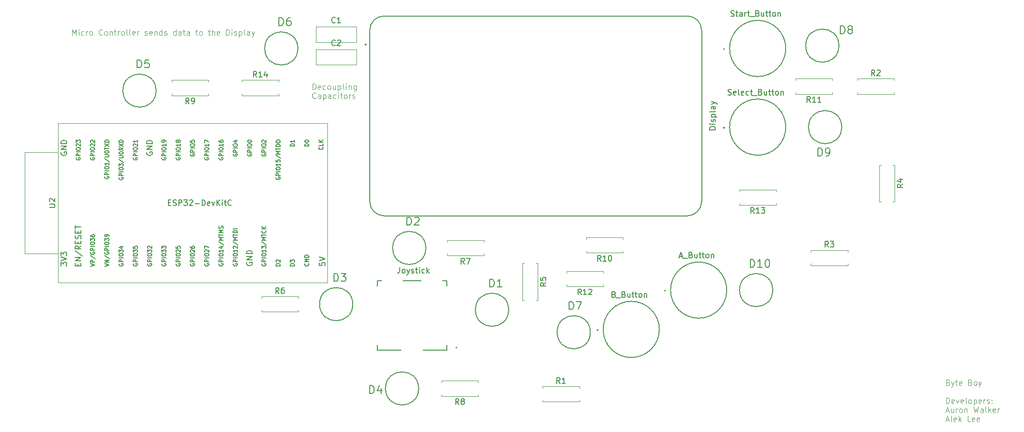
<source format=gbr>
%TF.GenerationSoftware,KiCad,Pcbnew,8.0.6*%
%TF.CreationDate,2025-08-25T15:55:59+12:00*%
%TF.ProjectId,ByteBoyV2,42797465-426f-4795-9632-2e6b69636164,v2*%
%TF.SameCoordinates,Original*%
%TF.FileFunction,Legend,Top*%
%TF.FilePolarity,Positive*%
%FSLAX46Y46*%
G04 Gerber Fmt 4.6, Leading zero omitted, Abs format (unit mm)*
G04 Created by KiCad (PCBNEW 8.0.6) date 2025-08-25 15:55:59*
%MOMM*%
%LPD*%
G01*
G04 APERTURE LIST*
%ADD10C,0.100000*%
%ADD11C,0.150000*%
%ADD12C,0.120000*%
%ADD13C,0.200000*%
%ADD14C,0.127000*%
G04 APERTURE END LIST*
D10*
X129803884Y-67762475D02*
X129803884Y-66762475D01*
X129803884Y-66762475D02*
X130041979Y-66762475D01*
X130041979Y-66762475D02*
X130184836Y-66810094D01*
X130184836Y-66810094D02*
X130280074Y-66905332D01*
X130280074Y-66905332D02*
X130327693Y-67000570D01*
X130327693Y-67000570D02*
X130375312Y-67191046D01*
X130375312Y-67191046D02*
X130375312Y-67333903D01*
X130375312Y-67333903D02*
X130327693Y-67524379D01*
X130327693Y-67524379D02*
X130280074Y-67619617D01*
X130280074Y-67619617D02*
X130184836Y-67714856D01*
X130184836Y-67714856D02*
X130041979Y-67762475D01*
X130041979Y-67762475D02*
X129803884Y-67762475D01*
X131184836Y-67714856D02*
X131089598Y-67762475D01*
X131089598Y-67762475D02*
X130899122Y-67762475D01*
X130899122Y-67762475D02*
X130803884Y-67714856D01*
X130803884Y-67714856D02*
X130756265Y-67619617D01*
X130756265Y-67619617D02*
X130756265Y-67238665D01*
X130756265Y-67238665D02*
X130803884Y-67143427D01*
X130803884Y-67143427D02*
X130899122Y-67095808D01*
X130899122Y-67095808D02*
X131089598Y-67095808D01*
X131089598Y-67095808D02*
X131184836Y-67143427D01*
X131184836Y-67143427D02*
X131232455Y-67238665D01*
X131232455Y-67238665D02*
X131232455Y-67333903D01*
X131232455Y-67333903D02*
X130756265Y-67429141D01*
X132089598Y-67714856D02*
X131994360Y-67762475D01*
X131994360Y-67762475D02*
X131803884Y-67762475D01*
X131803884Y-67762475D02*
X131708646Y-67714856D01*
X131708646Y-67714856D02*
X131661027Y-67667236D01*
X131661027Y-67667236D02*
X131613408Y-67571998D01*
X131613408Y-67571998D02*
X131613408Y-67286284D01*
X131613408Y-67286284D02*
X131661027Y-67191046D01*
X131661027Y-67191046D02*
X131708646Y-67143427D01*
X131708646Y-67143427D02*
X131803884Y-67095808D01*
X131803884Y-67095808D02*
X131994360Y-67095808D01*
X131994360Y-67095808D02*
X132089598Y-67143427D01*
X132661027Y-67762475D02*
X132565789Y-67714856D01*
X132565789Y-67714856D02*
X132518170Y-67667236D01*
X132518170Y-67667236D02*
X132470551Y-67571998D01*
X132470551Y-67571998D02*
X132470551Y-67286284D01*
X132470551Y-67286284D02*
X132518170Y-67191046D01*
X132518170Y-67191046D02*
X132565789Y-67143427D01*
X132565789Y-67143427D02*
X132661027Y-67095808D01*
X132661027Y-67095808D02*
X132803884Y-67095808D01*
X132803884Y-67095808D02*
X132899122Y-67143427D01*
X132899122Y-67143427D02*
X132946741Y-67191046D01*
X132946741Y-67191046D02*
X132994360Y-67286284D01*
X132994360Y-67286284D02*
X132994360Y-67571998D01*
X132994360Y-67571998D02*
X132946741Y-67667236D01*
X132946741Y-67667236D02*
X132899122Y-67714856D01*
X132899122Y-67714856D02*
X132803884Y-67762475D01*
X132803884Y-67762475D02*
X132661027Y-67762475D01*
X133851503Y-67095808D02*
X133851503Y-67762475D01*
X133422932Y-67095808D02*
X133422932Y-67619617D01*
X133422932Y-67619617D02*
X133470551Y-67714856D01*
X133470551Y-67714856D02*
X133565789Y-67762475D01*
X133565789Y-67762475D02*
X133708646Y-67762475D01*
X133708646Y-67762475D02*
X133803884Y-67714856D01*
X133803884Y-67714856D02*
X133851503Y-67667236D01*
X134327694Y-67095808D02*
X134327694Y-68095808D01*
X134327694Y-67143427D02*
X134422932Y-67095808D01*
X134422932Y-67095808D02*
X134613408Y-67095808D01*
X134613408Y-67095808D02*
X134708646Y-67143427D01*
X134708646Y-67143427D02*
X134756265Y-67191046D01*
X134756265Y-67191046D02*
X134803884Y-67286284D01*
X134803884Y-67286284D02*
X134803884Y-67571998D01*
X134803884Y-67571998D02*
X134756265Y-67667236D01*
X134756265Y-67667236D02*
X134708646Y-67714856D01*
X134708646Y-67714856D02*
X134613408Y-67762475D01*
X134613408Y-67762475D02*
X134422932Y-67762475D01*
X134422932Y-67762475D02*
X134327694Y-67714856D01*
X135375313Y-67762475D02*
X135280075Y-67714856D01*
X135280075Y-67714856D02*
X135232456Y-67619617D01*
X135232456Y-67619617D02*
X135232456Y-66762475D01*
X135756266Y-67762475D02*
X135756266Y-67095808D01*
X135756266Y-66762475D02*
X135708647Y-66810094D01*
X135708647Y-66810094D02*
X135756266Y-66857713D01*
X135756266Y-66857713D02*
X135803885Y-66810094D01*
X135803885Y-66810094D02*
X135756266Y-66762475D01*
X135756266Y-66762475D02*
X135756266Y-66857713D01*
X136232456Y-67095808D02*
X136232456Y-67762475D01*
X136232456Y-67191046D02*
X136280075Y-67143427D01*
X136280075Y-67143427D02*
X136375313Y-67095808D01*
X136375313Y-67095808D02*
X136518170Y-67095808D01*
X136518170Y-67095808D02*
X136613408Y-67143427D01*
X136613408Y-67143427D02*
X136661027Y-67238665D01*
X136661027Y-67238665D02*
X136661027Y-67762475D01*
X137565789Y-67095808D02*
X137565789Y-67905332D01*
X137565789Y-67905332D02*
X137518170Y-68000570D01*
X137518170Y-68000570D02*
X137470551Y-68048189D01*
X137470551Y-68048189D02*
X137375313Y-68095808D01*
X137375313Y-68095808D02*
X137232456Y-68095808D01*
X137232456Y-68095808D02*
X137137218Y-68048189D01*
X137565789Y-67714856D02*
X137470551Y-67762475D01*
X137470551Y-67762475D02*
X137280075Y-67762475D01*
X137280075Y-67762475D02*
X137184837Y-67714856D01*
X137184837Y-67714856D02*
X137137218Y-67667236D01*
X137137218Y-67667236D02*
X137089599Y-67571998D01*
X137089599Y-67571998D02*
X137089599Y-67286284D01*
X137089599Y-67286284D02*
X137137218Y-67191046D01*
X137137218Y-67191046D02*
X137184837Y-67143427D01*
X137184837Y-67143427D02*
X137280075Y-67095808D01*
X137280075Y-67095808D02*
X137470551Y-67095808D01*
X137470551Y-67095808D02*
X137565789Y-67143427D01*
X130375312Y-69277180D02*
X130327693Y-69324800D01*
X130327693Y-69324800D02*
X130184836Y-69372419D01*
X130184836Y-69372419D02*
X130089598Y-69372419D01*
X130089598Y-69372419D02*
X129946741Y-69324800D01*
X129946741Y-69324800D02*
X129851503Y-69229561D01*
X129851503Y-69229561D02*
X129803884Y-69134323D01*
X129803884Y-69134323D02*
X129756265Y-68943847D01*
X129756265Y-68943847D02*
X129756265Y-68800990D01*
X129756265Y-68800990D02*
X129803884Y-68610514D01*
X129803884Y-68610514D02*
X129851503Y-68515276D01*
X129851503Y-68515276D02*
X129946741Y-68420038D01*
X129946741Y-68420038D02*
X130089598Y-68372419D01*
X130089598Y-68372419D02*
X130184836Y-68372419D01*
X130184836Y-68372419D02*
X130327693Y-68420038D01*
X130327693Y-68420038D02*
X130375312Y-68467657D01*
X131232455Y-69372419D02*
X131232455Y-68848609D01*
X131232455Y-68848609D02*
X131184836Y-68753371D01*
X131184836Y-68753371D02*
X131089598Y-68705752D01*
X131089598Y-68705752D02*
X130899122Y-68705752D01*
X130899122Y-68705752D02*
X130803884Y-68753371D01*
X131232455Y-69324800D02*
X131137217Y-69372419D01*
X131137217Y-69372419D02*
X130899122Y-69372419D01*
X130899122Y-69372419D02*
X130803884Y-69324800D01*
X130803884Y-69324800D02*
X130756265Y-69229561D01*
X130756265Y-69229561D02*
X130756265Y-69134323D01*
X130756265Y-69134323D02*
X130803884Y-69039085D01*
X130803884Y-69039085D02*
X130899122Y-68991466D01*
X130899122Y-68991466D02*
X131137217Y-68991466D01*
X131137217Y-68991466D02*
X131232455Y-68943847D01*
X131708646Y-68705752D02*
X131708646Y-69705752D01*
X131708646Y-68753371D02*
X131803884Y-68705752D01*
X131803884Y-68705752D02*
X131994360Y-68705752D01*
X131994360Y-68705752D02*
X132089598Y-68753371D01*
X132089598Y-68753371D02*
X132137217Y-68800990D01*
X132137217Y-68800990D02*
X132184836Y-68896228D01*
X132184836Y-68896228D02*
X132184836Y-69181942D01*
X132184836Y-69181942D02*
X132137217Y-69277180D01*
X132137217Y-69277180D02*
X132089598Y-69324800D01*
X132089598Y-69324800D02*
X131994360Y-69372419D01*
X131994360Y-69372419D02*
X131803884Y-69372419D01*
X131803884Y-69372419D02*
X131708646Y-69324800D01*
X133041979Y-69372419D02*
X133041979Y-68848609D01*
X133041979Y-68848609D02*
X132994360Y-68753371D01*
X132994360Y-68753371D02*
X132899122Y-68705752D01*
X132899122Y-68705752D02*
X132708646Y-68705752D01*
X132708646Y-68705752D02*
X132613408Y-68753371D01*
X133041979Y-69324800D02*
X132946741Y-69372419D01*
X132946741Y-69372419D02*
X132708646Y-69372419D01*
X132708646Y-69372419D02*
X132613408Y-69324800D01*
X132613408Y-69324800D02*
X132565789Y-69229561D01*
X132565789Y-69229561D02*
X132565789Y-69134323D01*
X132565789Y-69134323D02*
X132613408Y-69039085D01*
X132613408Y-69039085D02*
X132708646Y-68991466D01*
X132708646Y-68991466D02*
X132946741Y-68991466D01*
X132946741Y-68991466D02*
X133041979Y-68943847D01*
X133946741Y-69324800D02*
X133851503Y-69372419D01*
X133851503Y-69372419D02*
X133661027Y-69372419D01*
X133661027Y-69372419D02*
X133565789Y-69324800D01*
X133565789Y-69324800D02*
X133518170Y-69277180D01*
X133518170Y-69277180D02*
X133470551Y-69181942D01*
X133470551Y-69181942D02*
X133470551Y-68896228D01*
X133470551Y-68896228D02*
X133518170Y-68800990D01*
X133518170Y-68800990D02*
X133565789Y-68753371D01*
X133565789Y-68753371D02*
X133661027Y-68705752D01*
X133661027Y-68705752D02*
X133851503Y-68705752D01*
X133851503Y-68705752D02*
X133946741Y-68753371D01*
X134375313Y-69372419D02*
X134375313Y-68705752D01*
X134375313Y-68372419D02*
X134327694Y-68420038D01*
X134327694Y-68420038D02*
X134375313Y-68467657D01*
X134375313Y-68467657D02*
X134422932Y-68420038D01*
X134422932Y-68420038D02*
X134375313Y-68372419D01*
X134375313Y-68372419D02*
X134375313Y-68467657D01*
X134708646Y-68705752D02*
X135089598Y-68705752D01*
X134851503Y-68372419D02*
X134851503Y-69229561D01*
X134851503Y-69229561D02*
X134899122Y-69324800D01*
X134899122Y-69324800D02*
X134994360Y-69372419D01*
X134994360Y-69372419D02*
X135089598Y-69372419D01*
X135565789Y-69372419D02*
X135470551Y-69324800D01*
X135470551Y-69324800D02*
X135422932Y-69277180D01*
X135422932Y-69277180D02*
X135375313Y-69181942D01*
X135375313Y-69181942D02*
X135375313Y-68896228D01*
X135375313Y-68896228D02*
X135422932Y-68800990D01*
X135422932Y-68800990D02*
X135470551Y-68753371D01*
X135470551Y-68753371D02*
X135565789Y-68705752D01*
X135565789Y-68705752D02*
X135708646Y-68705752D01*
X135708646Y-68705752D02*
X135803884Y-68753371D01*
X135803884Y-68753371D02*
X135851503Y-68800990D01*
X135851503Y-68800990D02*
X135899122Y-68896228D01*
X135899122Y-68896228D02*
X135899122Y-69181942D01*
X135899122Y-69181942D02*
X135851503Y-69277180D01*
X135851503Y-69277180D02*
X135803884Y-69324800D01*
X135803884Y-69324800D02*
X135708646Y-69372419D01*
X135708646Y-69372419D02*
X135565789Y-69372419D01*
X136327694Y-69372419D02*
X136327694Y-68705752D01*
X136327694Y-68896228D02*
X136375313Y-68800990D01*
X136375313Y-68800990D02*
X136422932Y-68753371D01*
X136422932Y-68753371D02*
X136518170Y-68705752D01*
X136518170Y-68705752D02*
X136613408Y-68705752D01*
X136899123Y-69324800D02*
X136994361Y-69372419D01*
X136994361Y-69372419D02*
X137184837Y-69372419D01*
X137184837Y-69372419D02*
X137280075Y-69324800D01*
X137280075Y-69324800D02*
X137327694Y-69229561D01*
X137327694Y-69229561D02*
X137327694Y-69181942D01*
X137327694Y-69181942D02*
X137280075Y-69086704D01*
X137280075Y-69086704D02*
X137184837Y-69039085D01*
X137184837Y-69039085D02*
X137041980Y-69039085D01*
X137041980Y-69039085D02*
X136946742Y-68991466D01*
X136946742Y-68991466D02*
X136899123Y-68896228D01*
X136899123Y-68896228D02*
X136899123Y-68848609D01*
X136899123Y-68848609D02*
X136946742Y-68753371D01*
X136946742Y-68753371D02*
X137041980Y-68705752D01*
X137041980Y-68705752D02*
X137184837Y-68705752D01*
X137184837Y-68705752D02*
X137280075Y-68753371D01*
X87053884Y-58122419D02*
X87053884Y-57122419D01*
X87053884Y-57122419D02*
X87387217Y-57836704D01*
X87387217Y-57836704D02*
X87720550Y-57122419D01*
X87720550Y-57122419D02*
X87720550Y-58122419D01*
X88196741Y-58122419D02*
X88196741Y-57455752D01*
X88196741Y-57122419D02*
X88149122Y-57170038D01*
X88149122Y-57170038D02*
X88196741Y-57217657D01*
X88196741Y-57217657D02*
X88244360Y-57170038D01*
X88244360Y-57170038D02*
X88196741Y-57122419D01*
X88196741Y-57122419D02*
X88196741Y-57217657D01*
X89101502Y-58074800D02*
X89006264Y-58122419D01*
X89006264Y-58122419D02*
X88815788Y-58122419D01*
X88815788Y-58122419D02*
X88720550Y-58074800D01*
X88720550Y-58074800D02*
X88672931Y-58027180D01*
X88672931Y-58027180D02*
X88625312Y-57931942D01*
X88625312Y-57931942D02*
X88625312Y-57646228D01*
X88625312Y-57646228D02*
X88672931Y-57550990D01*
X88672931Y-57550990D02*
X88720550Y-57503371D01*
X88720550Y-57503371D02*
X88815788Y-57455752D01*
X88815788Y-57455752D02*
X89006264Y-57455752D01*
X89006264Y-57455752D02*
X89101502Y-57503371D01*
X89530074Y-58122419D02*
X89530074Y-57455752D01*
X89530074Y-57646228D02*
X89577693Y-57550990D01*
X89577693Y-57550990D02*
X89625312Y-57503371D01*
X89625312Y-57503371D02*
X89720550Y-57455752D01*
X89720550Y-57455752D02*
X89815788Y-57455752D01*
X90291979Y-58122419D02*
X90196741Y-58074800D01*
X90196741Y-58074800D02*
X90149122Y-58027180D01*
X90149122Y-58027180D02*
X90101503Y-57931942D01*
X90101503Y-57931942D02*
X90101503Y-57646228D01*
X90101503Y-57646228D02*
X90149122Y-57550990D01*
X90149122Y-57550990D02*
X90196741Y-57503371D01*
X90196741Y-57503371D02*
X90291979Y-57455752D01*
X90291979Y-57455752D02*
X90434836Y-57455752D01*
X90434836Y-57455752D02*
X90530074Y-57503371D01*
X90530074Y-57503371D02*
X90577693Y-57550990D01*
X90577693Y-57550990D02*
X90625312Y-57646228D01*
X90625312Y-57646228D02*
X90625312Y-57931942D01*
X90625312Y-57931942D02*
X90577693Y-58027180D01*
X90577693Y-58027180D02*
X90530074Y-58074800D01*
X90530074Y-58074800D02*
X90434836Y-58122419D01*
X90434836Y-58122419D02*
X90291979Y-58122419D01*
X92387217Y-58027180D02*
X92339598Y-58074800D01*
X92339598Y-58074800D02*
X92196741Y-58122419D01*
X92196741Y-58122419D02*
X92101503Y-58122419D01*
X92101503Y-58122419D02*
X91958646Y-58074800D01*
X91958646Y-58074800D02*
X91863408Y-57979561D01*
X91863408Y-57979561D02*
X91815789Y-57884323D01*
X91815789Y-57884323D02*
X91768170Y-57693847D01*
X91768170Y-57693847D02*
X91768170Y-57550990D01*
X91768170Y-57550990D02*
X91815789Y-57360514D01*
X91815789Y-57360514D02*
X91863408Y-57265276D01*
X91863408Y-57265276D02*
X91958646Y-57170038D01*
X91958646Y-57170038D02*
X92101503Y-57122419D01*
X92101503Y-57122419D02*
X92196741Y-57122419D01*
X92196741Y-57122419D02*
X92339598Y-57170038D01*
X92339598Y-57170038D02*
X92387217Y-57217657D01*
X92958646Y-58122419D02*
X92863408Y-58074800D01*
X92863408Y-58074800D02*
X92815789Y-58027180D01*
X92815789Y-58027180D02*
X92768170Y-57931942D01*
X92768170Y-57931942D02*
X92768170Y-57646228D01*
X92768170Y-57646228D02*
X92815789Y-57550990D01*
X92815789Y-57550990D02*
X92863408Y-57503371D01*
X92863408Y-57503371D02*
X92958646Y-57455752D01*
X92958646Y-57455752D02*
X93101503Y-57455752D01*
X93101503Y-57455752D02*
X93196741Y-57503371D01*
X93196741Y-57503371D02*
X93244360Y-57550990D01*
X93244360Y-57550990D02*
X93291979Y-57646228D01*
X93291979Y-57646228D02*
X93291979Y-57931942D01*
X93291979Y-57931942D02*
X93244360Y-58027180D01*
X93244360Y-58027180D02*
X93196741Y-58074800D01*
X93196741Y-58074800D02*
X93101503Y-58122419D01*
X93101503Y-58122419D02*
X92958646Y-58122419D01*
X93720551Y-57455752D02*
X93720551Y-58122419D01*
X93720551Y-57550990D02*
X93768170Y-57503371D01*
X93768170Y-57503371D02*
X93863408Y-57455752D01*
X93863408Y-57455752D02*
X94006265Y-57455752D01*
X94006265Y-57455752D02*
X94101503Y-57503371D01*
X94101503Y-57503371D02*
X94149122Y-57598609D01*
X94149122Y-57598609D02*
X94149122Y-58122419D01*
X94482456Y-57455752D02*
X94863408Y-57455752D01*
X94625313Y-57122419D02*
X94625313Y-57979561D01*
X94625313Y-57979561D02*
X94672932Y-58074800D01*
X94672932Y-58074800D02*
X94768170Y-58122419D01*
X94768170Y-58122419D02*
X94863408Y-58122419D01*
X95196742Y-58122419D02*
X95196742Y-57455752D01*
X95196742Y-57646228D02*
X95244361Y-57550990D01*
X95244361Y-57550990D02*
X95291980Y-57503371D01*
X95291980Y-57503371D02*
X95387218Y-57455752D01*
X95387218Y-57455752D02*
X95482456Y-57455752D01*
X95958647Y-58122419D02*
X95863409Y-58074800D01*
X95863409Y-58074800D02*
X95815790Y-58027180D01*
X95815790Y-58027180D02*
X95768171Y-57931942D01*
X95768171Y-57931942D02*
X95768171Y-57646228D01*
X95768171Y-57646228D02*
X95815790Y-57550990D01*
X95815790Y-57550990D02*
X95863409Y-57503371D01*
X95863409Y-57503371D02*
X95958647Y-57455752D01*
X95958647Y-57455752D02*
X96101504Y-57455752D01*
X96101504Y-57455752D02*
X96196742Y-57503371D01*
X96196742Y-57503371D02*
X96244361Y-57550990D01*
X96244361Y-57550990D02*
X96291980Y-57646228D01*
X96291980Y-57646228D02*
X96291980Y-57931942D01*
X96291980Y-57931942D02*
X96244361Y-58027180D01*
X96244361Y-58027180D02*
X96196742Y-58074800D01*
X96196742Y-58074800D02*
X96101504Y-58122419D01*
X96101504Y-58122419D02*
X95958647Y-58122419D01*
X96863409Y-58122419D02*
X96768171Y-58074800D01*
X96768171Y-58074800D02*
X96720552Y-57979561D01*
X96720552Y-57979561D02*
X96720552Y-57122419D01*
X97387219Y-58122419D02*
X97291981Y-58074800D01*
X97291981Y-58074800D02*
X97244362Y-57979561D01*
X97244362Y-57979561D02*
X97244362Y-57122419D01*
X98149124Y-58074800D02*
X98053886Y-58122419D01*
X98053886Y-58122419D02*
X97863410Y-58122419D01*
X97863410Y-58122419D02*
X97768172Y-58074800D01*
X97768172Y-58074800D02*
X97720553Y-57979561D01*
X97720553Y-57979561D02*
X97720553Y-57598609D01*
X97720553Y-57598609D02*
X97768172Y-57503371D01*
X97768172Y-57503371D02*
X97863410Y-57455752D01*
X97863410Y-57455752D02*
X98053886Y-57455752D01*
X98053886Y-57455752D02*
X98149124Y-57503371D01*
X98149124Y-57503371D02*
X98196743Y-57598609D01*
X98196743Y-57598609D02*
X98196743Y-57693847D01*
X98196743Y-57693847D02*
X97720553Y-57789085D01*
X98625315Y-58122419D02*
X98625315Y-57455752D01*
X98625315Y-57646228D02*
X98672934Y-57550990D01*
X98672934Y-57550990D02*
X98720553Y-57503371D01*
X98720553Y-57503371D02*
X98815791Y-57455752D01*
X98815791Y-57455752D02*
X98911029Y-57455752D01*
X99958649Y-58074800D02*
X100053887Y-58122419D01*
X100053887Y-58122419D02*
X100244363Y-58122419D01*
X100244363Y-58122419D02*
X100339601Y-58074800D01*
X100339601Y-58074800D02*
X100387220Y-57979561D01*
X100387220Y-57979561D02*
X100387220Y-57931942D01*
X100387220Y-57931942D02*
X100339601Y-57836704D01*
X100339601Y-57836704D02*
X100244363Y-57789085D01*
X100244363Y-57789085D02*
X100101506Y-57789085D01*
X100101506Y-57789085D02*
X100006268Y-57741466D01*
X100006268Y-57741466D02*
X99958649Y-57646228D01*
X99958649Y-57646228D02*
X99958649Y-57598609D01*
X99958649Y-57598609D02*
X100006268Y-57503371D01*
X100006268Y-57503371D02*
X100101506Y-57455752D01*
X100101506Y-57455752D02*
X100244363Y-57455752D01*
X100244363Y-57455752D02*
X100339601Y-57503371D01*
X101196744Y-58074800D02*
X101101506Y-58122419D01*
X101101506Y-58122419D02*
X100911030Y-58122419D01*
X100911030Y-58122419D02*
X100815792Y-58074800D01*
X100815792Y-58074800D02*
X100768173Y-57979561D01*
X100768173Y-57979561D02*
X100768173Y-57598609D01*
X100768173Y-57598609D02*
X100815792Y-57503371D01*
X100815792Y-57503371D02*
X100911030Y-57455752D01*
X100911030Y-57455752D02*
X101101506Y-57455752D01*
X101101506Y-57455752D02*
X101196744Y-57503371D01*
X101196744Y-57503371D02*
X101244363Y-57598609D01*
X101244363Y-57598609D02*
X101244363Y-57693847D01*
X101244363Y-57693847D02*
X100768173Y-57789085D01*
X101672935Y-57455752D02*
X101672935Y-58122419D01*
X101672935Y-57550990D02*
X101720554Y-57503371D01*
X101720554Y-57503371D02*
X101815792Y-57455752D01*
X101815792Y-57455752D02*
X101958649Y-57455752D01*
X101958649Y-57455752D02*
X102053887Y-57503371D01*
X102053887Y-57503371D02*
X102101506Y-57598609D01*
X102101506Y-57598609D02*
X102101506Y-58122419D01*
X103006268Y-58122419D02*
X103006268Y-57122419D01*
X103006268Y-58074800D02*
X102911030Y-58122419D01*
X102911030Y-58122419D02*
X102720554Y-58122419D01*
X102720554Y-58122419D02*
X102625316Y-58074800D01*
X102625316Y-58074800D02*
X102577697Y-58027180D01*
X102577697Y-58027180D02*
X102530078Y-57931942D01*
X102530078Y-57931942D02*
X102530078Y-57646228D01*
X102530078Y-57646228D02*
X102577697Y-57550990D01*
X102577697Y-57550990D02*
X102625316Y-57503371D01*
X102625316Y-57503371D02*
X102720554Y-57455752D01*
X102720554Y-57455752D02*
X102911030Y-57455752D01*
X102911030Y-57455752D02*
X103006268Y-57503371D01*
X103434840Y-58074800D02*
X103530078Y-58122419D01*
X103530078Y-58122419D02*
X103720554Y-58122419D01*
X103720554Y-58122419D02*
X103815792Y-58074800D01*
X103815792Y-58074800D02*
X103863411Y-57979561D01*
X103863411Y-57979561D02*
X103863411Y-57931942D01*
X103863411Y-57931942D02*
X103815792Y-57836704D01*
X103815792Y-57836704D02*
X103720554Y-57789085D01*
X103720554Y-57789085D02*
X103577697Y-57789085D01*
X103577697Y-57789085D02*
X103482459Y-57741466D01*
X103482459Y-57741466D02*
X103434840Y-57646228D01*
X103434840Y-57646228D02*
X103434840Y-57598609D01*
X103434840Y-57598609D02*
X103482459Y-57503371D01*
X103482459Y-57503371D02*
X103577697Y-57455752D01*
X103577697Y-57455752D02*
X103720554Y-57455752D01*
X103720554Y-57455752D02*
X103815792Y-57503371D01*
X105482459Y-58122419D02*
X105482459Y-57122419D01*
X105482459Y-58074800D02*
X105387221Y-58122419D01*
X105387221Y-58122419D02*
X105196745Y-58122419D01*
X105196745Y-58122419D02*
X105101507Y-58074800D01*
X105101507Y-58074800D02*
X105053888Y-58027180D01*
X105053888Y-58027180D02*
X105006269Y-57931942D01*
X105006269Y-57931942D02*
X105006269Y-57646228D01*
X105006269Y-57646228D02*
X105053888Y-57550990D01*
X105053888Y-57550990D02*
X105101507Y-57503371D01*
X105101507Y-57503371D02*
X105196745Y-57455752D01*
X105196745Y-57455752D02*
X105387221Y-57455752D01*
X105387221Y-57455752D02*
X105482459Y-57503371D01*
X106387221Y-58122419D02*
X106387221Y-57598609D01*
X106387221Y-57598609D02*
X106339602Y-57503371D01*
X106339602Y-57503371D02*
X106244364Y-57455752D01*
X106244364Y-57455752D02*
X106053888Y-57455752D01*
X106053888Y-57455752D02*
X105958650Y-57503371D01*
X106387221Y-58074800D02*
X106291983Y-58122419D01*
X106291983Y-58122419D02*
X106053888Y-58122419D01*
X106053888Y-58122419D02*
X105958650Y-58074800D01*
X105958650Y-58074800D02*
X105911031Y-57979561D01*
X105911031Y-57979561D02*
X105911031Y-57884323D01*
X105911031Y-57884323D02*
X105958650Y-57789085D01*
X105958650Y-57789085D02*
X106053888Y-57741466D01*
X106053888Y-57741466D02*
X106291983Y-57741466D01*
X106291983Y-57741466D02*
X106387221Y-57693847D01*
X106720555Y-57455752D02*
X107101507Y-57455752D01*
X106863412Y-57122419D02*
X106863412Y-57979561D01*
X106863412Y-57979561D02*
X106911031Y-58074800D01*
X106911031Y-58074800D02*
X107006269Y-58122419D01*
X107006269Y-58122419D02*
X107101507Y-58122419D01*
X107863412Y-58122419D02*
X107863412Y-57598609D01*
X107863412Y-57598609D02*
X107815793Y-57503371D01*
X107815793Y-57503371D02*
X107720555Y-57455752D01*
X107720555Y-57455752D02*
X107530079Y-57455752D01*
X107530079Y-57455752D02*
X107434841Y-57503371D01*
X107863412Y-58074800D02*
X107768174Y-58122419D01*
X107768174Y-58122419D02*
X107530079Y-58122419D01*
X107530079Y-58122419D02*
X107434841Y-58074800D01*
X107434841Y-58074800D02*
X107387222Y-57979561D01*
X107387222Y-57979561D02*
X107387222Y-57884323D01*
X107387222Y-57884323D02*
X107434841Y-57789085D01*
X107434841Y-57789085D02*
X107530079Y-57741466D01*
X107530079Y-57741466D02*
X107768174Y-57741466D01*
X107768174Y-57741466D02*
X107863412Y-57693847D01*
X108958651Y-57455752D02*
X109339603Y-57455752D01*
X109101508Y-57122419D02*
X109101508Y-57979561D01*
X109101508Y-57979561D02*
X109149127Y-58074800D01*
X109149127Y-58074800D02*
X109244365Y-58122419D01*
X109244365Y-58122419D02*
X109339603Y-58122419D01*
X109815794Y-58122419D02*
X109720556Y-58074800D01*
X109720556Y-58074800D02*
X109672937Y-58027180D01*
X109672937Y-58027180D02*
X109625318Y-57931942D01*
X109625318Y-57931942D02*
X109625318Y-57646228D01*
X109625318Y-57646228D02*
X109672937Y-57550990D01*
X109672937Y-57550990D02*
X109720556Y-57503371D01*
X109720556Y-57503371D02*
X109815794Y-57455752D01*
X109815794Y-57455752D02*
X109958651Y-57455752D01*
X109958651Y-57455752D02*
X110053889Y-57503371D01*
X110053889Y-57503371D02*
X110101508Y-57550990D01*
X110101508Y-57550990D02*
X110149127Y-57646228D01*
X110149127Y-57646228D02*
X110149127Y-57931942D01*
X110149127Y-57931942D02*
X110101508Y-58027180D01*
X110101508Y-58027180D02*
X110053889Y-58074800D01*
X110053889Y-58074800D02*
X109958651Y-58122419D01*
X109958651Y-58122419D02*
X109815794Y-58122419D01*
X111196747Y-57455752D02*
X111577699Y-57455752D01*
X111339604Y-57122419D02*
X111339604Y-57979561D01*
X111339604Y-57979561D02*
X111387223Y-58074800D01*
X111387223Y-58074800D02*
X111482461Y-58122419D01*
X111482461Y-58122419D02*
X111577699Y-58122419D01*
X111911033Y-58122419D02*
X111911033Y-57122419D01*
X112339604Y-58122419D02*
X112339604Y-57598609D01*
X112339604Y-57598609D02*
X112291985Y-57503371D01*
X112291985Y-57503371D02*
X112196747Y-57455752D01*
X112196747Y-57455752D02*
X112053890Y-57455752D01*
X112053890Y-57455752D02*
X111958652Y-57503371D01*
X111958652Y-57503371D02*
X111911033Y-57550990D01*
X113196747Y-58074800D02*
X113101509Y-58122419D01*
X113101509Y-58122419D02*
X112911033Y-58122419D01*
X112911033Y-58122419D02*
X112815795Y-58074800D01*
X112815795Y-58074800D02*
X112768176Y-57979561D01*
X112768176Y-57979561D02*
X112768176Y-57598609D01*
X112768176Y-57598609D02*
X112815795Y-57503371D01*
X112815795Y-57503371D02*
X112911033Y-57455752D01*
X112911033Y-57455752D02*
X113101509Y-57455752D01*
X113101509Y-57455752D02*
X113196747Y-57503371D01*
X113196747Y-57503371D02*
X113244366Y-57598609D01*
X113244366Y-57598609D02*
X113244366Y-57693847D01*
X113244366Y-57693847D02*
X112768176Y-57789085D01*
X114434843Y-58122419D02*
X114434843Y-57122419D01*
X114434843Y-57122419D02*
X114672938Y-57122419D01*
X114672938Y-57122419D02*
X114815795Y-57170038D01*
X114815795Y-57170038D02*
X114911033Y-57265276D01*
X114911033Y-57265276D02*
X114958652Y-57360514D01*
X114958652Y-57360514D02*
X115006271Y-57550990D01*
X115006271Y-57550990D02*
X115006271Y-57693847D01*
X115006271Y-57693847D02*
X114958652Y-57884323D01*
X114958652Y-57884323D02*
X114911033Y-57979561D01*
X114911033Y-57979561D02*
X114815795Y-58074800D01*
X114815795Y-58074800D02*
X114672938Y-58122419D01*
X114672938Y-58122419D02*
X114434843Y-58122419D01*
X115434843Y-58122419D02*
X115434843Y-57455752D01*
X115434843Y-57122419D02*
X115387224Y-57170038D01*
X115387224Y-57170038D02*
X115434843Y-57217657D01*
X115434843Y-57217657D02*
X115482462Y-57170038D01*
X115482462Y-57170038D02*
X115434843Y-57122419D01*
X115434843Y-57122419D02*
X115434843Y-57217657D01*
X115863414Y-58074800D02*
X115958652Y-58122419D01*
X115958652Y-58122419D02*
X116149128Y-58122419D01*
X116149128Y-58122419D02*
X116244366Y-58074800D01*
X116244366Y-58074800D02*
X116291985Y-57979561D01*
X116291985Y-57979561D02*
X116291985Y-57931942D01*
X116291985Y-57931942D02*
X116244366Y-57836704D01*
X116244366Y-57836704D02*
X116149128Y-57789085D01*
X116149128Y-57789085D02*
X116006271Y-57789085D01*
X116006271Y-57789085D02*
X115911033Y-57741466D01*
X115911033Y-57741466D02*
X115863414Y-57646228D01*
X115863414Y-57646228D02*
X115863414Y-57598609D01*
X115863414Y-57598609D02*
X115911033Y-57503371D01*
X115911033Y-57503371D02*
X116006271Y-57455752D01*
X116006271Y-57455752D02*
X116149128Y-57455752D01*
X116149128Y-57455752D02*
X116244366Y-57503371D01*
X116720557Y-57455752D02*
X116720557Y-58455752D01*
X116720557Y-57503371D02*
X116815795Y-57455752D01*
X116815795Y-57455752D02*
X117006271Y-57455752D01*
X117006271Y-57455752D02*
X117101509Y-57503371D01*
X117101509Y-57503371D02*
X117149128Y-57550990D01*
X117149128Y-57550990D02*
X117196747Y-57646228D01*
X117196747Y-57646228D02*
X117196747Y-57931942D01*
X117196747Y-57931942D02*
X117149128Y-58027180D01*
X117149128Y-58027180D02*
X117101509Y-58074800D01*
X117101509Y-58074800D02*
X117006271Y-58122419D01*
X117006271Y-58122419D02*
X116815795Y-58122419D01*
X116815795Y-58122419D02*
X116720557Y-58074800D01*
X117768176Y-58122419D02*
X117672938Y-58074800D01*
X117672938Y-58074800D02*
X117625319Y-57979561D01*
X117625319Y-57979561D02*
X117625319Y-57122419D01*
X118577700Y-58122419D02*
X118577700Y-57598609D01*
X118577700Y-57598609D02*
X118530081Y-57503371D01*
X118530081Y-57503371D02*
X118434843Y-57455752D01*
X118434843Y-57455752D02*
X118244367Y-57455752D01*
X118244367Y-57455752D02*
X118149129Y-57503371D01*
X118577700Y-58074800D02*
X118482462Y-58122419D01*
X118482462Y-58122419D02*
X118244367Y-58122419D01*
X118244367Y-58122419D02*
X118149129Y-58074800D01*
X118149129Y-58074800D02*
X118101510Y-57979561D01*
X118101510Y-57979561D02*
X118101510Y-57884323D01*
X118101510Y-57884323D02*
X118149129Y-57789085D01*
X118149129Y-57789085D02*
X118244367Y-57741466D01*
X118244367Y-57741466D02*
X118482462Y-57741466D01*
X118482462Y-57741466D02*
X118577700Y-57693847D01*
X118958653Y-57455752D02*
X119196748Y-58122419D01*
X119434843Y-57455752D02*
X119196748Y-58122419D01*
X119196748Y-58122419D02*
X119101510Y-58360514D01*
X119101510Y-58360514D02*
X119053891Y-58408133D01*
X119053891Y-58408133D02*
X118958653Y-58455752D01*
X242887217Y-119908833D02*
X243030074Y-119956452D01*
X243030074Y-119956452D02*
X243077693Y-120004071D01*
X243077693Y-120004071D02*
X243125312Y-120099309D01*
X243125312Y-120099309D02*
X243125312Y-120242166D01*
X243125312Y-120242166D02*
X243077693Y-120337404D01*
X243077693Y-120337404D02*
X243030074Y-120385024D01*
X243030074Y-120385024D02*
X242934836Y-120432643D01*
X242934836Y-120432643D02*
X242553884Y-120432643D01*
X242553884Y-120432643D02*
X242553884Y-119432643D01*
X242553884Y-119432643D02*
X242887217Y-119432643D01*
X242887217Y-119432643D02*
X242982455Y-119480262D01*
X242982455Y-119480262D02*
X243030074Y-119527881D01*
X243030074Y-119527881D02*
X243077693Y-119623119D01*
X243077693Y-119623119D02*
X243077693Y-119718357D01*
X243077693Y-119718357D02*
X243030074Y-119813595D01*
X243030074Y-119813595D02*
X242982455Y-119861214D01*
X242982455Y-119861214D02*
X242887217Y-119908833D01*
X242887217Y-119908833D02*
X242553884Y-119908833D01*
X243458646Y-119765976D02*
X243696741Y-120432643D01*
X243934836Y-119765976D02*
X243696741Y-120432643D01*
X243696741Y-120432643D02*
X243601503Y-120670738D01*
X243601503Y-120670738D02*
X243553884Y-120718357D01*
X243553884Y-120718357D02*
X243458646Y-120765976D01*
X244172932Y-119765976D02*
X244553884Y-119765976D01*
X244315789Y-119432643D02*
X244315789Y-120289785D01*
X244315789Y-120289785D02*
X244363408Y-120385024D01*
X244363408Y-120385024D02*
X244458646Y-120432643D01*
X244458646Y-120432643D02*
X244553884Y-120432643D01*
X245268170Y-120385024D02*
X245172932Y-120432643D01*
X245172932Y-120432643D02*
X244982456Y-120432643D01*
X244982456Y-120432643D02*
X244887218Y-120385024D01*
X244887218Y-120385024D02*
X244839599Y-120289785D01*
X244839599Y-120289785D02*
X244839599Y-119908833D01*
X244839599Y-119908833D02*
X244887218Y-119813595D01*
X244887218Y-119813595D02*
X244982456Y-119765976D01*
X244982456Y-119765976D02*
X245172932Y-119765976D01*
X245172932Y-119765976D02*
X245268170Y-119813595D01*
X245268170Y-119813595D02*
X245315789Y-119908833D01*
X245315789Y-119908833D02*
X245315789Y-120004071D01*
X245315789Y-120004071D02*
X244839599Y-120099309D01*
X246839599Y-119908833D02*
X246982456Y-119956452D01*
X246982456Y-119956452D02*
X247030075Y-120004071D01*
X247030075Y-120004071D02*
X247077694Y-120099309D01*
X247077694Y-120099309D02*
X247077694Y-120242166D01*
X247077694Y-120242166D02*
X247030075Y-120337404D01*
X247030075Y-120337404D02*
X246982456Y-120385024D01*
X246982456Y-120385024D02*
X246887218Y-120432643D01*
X246887218Y-120432643D02*
X246506266Y-120432643D01*
X246506266Y-120432643D02*
X246506266Y-119432643D01*
X246506266Y-119432643D02*
X246839599Y-119432643D01*
X246839599Y-119432643D02*
X246934837Y-119480262D01*
X246934837Y-119480262D02*
X246982456Y-119527881D01*
X246982456Y-119527881D02*
X247030075Y-119623119D01*
X247030075Y-119623119D02*
X247030075Y-119718357D01*
X247030075Y-119718357D02*
X246982456Y-119813595D01*
X246982456Y-119813595D02*
X246934837Y-119861214D01*
X246934837Y-119861214D02*
X246839599Y-119908833D01*
X246839599Y-119908833D02*
X246506266Y-119908833D01*
X247649123Y-120432643D02*
X247553885Y-120385024D01*
X247553885Y-120385024D02*
X247506266Y-120337404D01*
X247506266Y-120337404D02*
X247458647Y-120242166D01*
X247458647Y-120242166D02*
X247458647Y-119956452D01*
X247458647Y-119956452D02*
X247506266Y-119861214D01*
X247506266Y-119861214D02*
X247553885Y-119813595D01*
X247553885Y-119813595D02*
X247649123Y-119765976D01*
X247649123Y-119765976D02*
X247791980Y-119765976D01*
X247791980Y-119765976D02*
X247887218Y-119813595D01*
X247887218Y-119813595D02*
X247934837Y-119861214D01*
X247934837Y-119861214D02*
X247982456Y-119956452D01*
X247982456Y-119956452D02*
X247982456Y-120242166D01*
X247982456Y-120242166D02*
X247934837Y-120337404D01*
X247934837Y-120337404D02*
X247887218Y-120385024D01*
X247887218Y-120385024D02*
X247791980Y-120432643D01*
X247791980Y-120432643D02*
X247649123Y-120432643D01*
X248315790Y-119765976D02*
X248553885Y-120432643D01*
X248791980Y-119765976D02*
X248553885Y-120432643D01*
X248553885Y-120432643D02*
X248458647Y-120670738D01*
X248458647Y-120670738D02*
X248411028Y-120718357D01*
X248411028Y-120718357D02*
X248315790Y-120765976D01*
X242553884Y-123652531D02*
X242553884Y-122652531D01*
X242553884Y-122652531D02*
X242791979Y-122652531D01*
X242791979Y-122652531D02*
X242934836Y-122700150D01*
X242934836Y-122700150D02*
X243030074Y-122795388D01*
X243030074Y-122795388D02*
X243077693Y-122890626D01*
X243077693Y-122890626D02*
X243125312Y-123081102D01*
X243125312Y-123081102D02*
X243125312Y-123223959D01*
X243125312Y-123223959D02*
X243077693Y-123414435D01*
X243077693Y-123414435D02*
X243030074Y-123509673D01*
X243030074Y-123509673D02*
X242934836Y-123604912D01*
X242934836Y-123604912D02*
X242791979Y-123652531D01*
X242791979Y-123652531D02*
X242553884Y-123652531D01*
X243934836Y-123604912D02*
X243839598Y-123652531D01*
X243839598Y-123652531D02*
X243649122Y-123652531D01*
X243649122Y-123652531D02*
X243553884Y-123604912D01*
X243553884Y-123604912D02*
X243506265Y-123509673D01*
X243506265Y-123509673D02*
X243506265Y-123128721D01*
X243506265Y-123128721D02*
X243553884Y-123033483D01*
X243553884Y-123033483D02*
X243649122Y-122985864D01*
X243649122Y-122985864D02*
X243839598Y-122985864D01*
X243839598Y-122985864D02*
X243934836Y-123033483D01*
X243934836Y-123033483D02*
X243982455Y-123128721D01*
X243982455Y-123128721D02*
X243982455Y-123223959D01*
X243982455Y-123223959D02*
X243506265Y-123319197D01*
X244315789Y-122985864D02*
X244553884Y-123652531D01*
X244553884Y-123652531D02*
X244791979Y-122985864D01*
X245553884Y-123604912D02*
X245458646Y-123652531D01*
X245458646Y-123652531D02*
X245268170Y-123652531D01*
X245268170Y-123652531D02*
X245172932Y-123604912D01*
X245172932Y-123604912D02*
X245125313Y-123509673D01*
X245125313Y-123509673D02*
X245125313Y-123128721D01*
X245125313Y-123128721D02*
X245172932Y-123033483D01*
X245172932Y-123033483D02*
X245268170Y-122985864D01*
X245268170Y-122985864D02*
X245458646Y-122985864D01*
X245458646Y-122985864D02*
X245553884Y-123033483D01*
X245553884Y-123033483D02*
X245601503Y-123128721D01*
X245601503Y-123128721D02*
X245601503Y-123223959D01*
X245601503Y-123223959D02*
X245125313Y-123319197D01*
X246172932Y-123652531D02*
X246077694Y-123604912D01*
X246077694Y-123604912D02*
X246030075Y-123509673D01*
X246030075Y-123509673D02*
X246030075Y-122652531D01*
X246696742Y-123652531D02*
X246601504Y-123604912D01*
X246601504Y-123604912D02*
X246553885Y-123557292D01*
X246553885Y-123557292D02*
X246506266Y-123462054D01*
X246506266Y-123462054D02*
X246506266Y-123176340D01*
X246506266Y-123176340D02*
X246553885Y-123081102D01*
X246553885Y-123081102D02*
X246601504Y-123033483D01*
X246601504Y-123033483D02*
X246696742Y-122985864D01*
X246696742Y-122985864D02*
X246839599Y-122985864D01*
X246839599Y-122985864D02*
X246934837Y-123033483D01*
X246934837Y-123033483D02*
X246982456Y-123081102D01*
X246982456Y-123081102D02*
X247030075Y-123176340D01*
X247030075Y-123176340D02*
X247030075Y-123462054D01*
X247030075Y-123462054D02*
X246982456Y-123557292D01*
X246982456Y-123557292D02*
X246934837Y-123604912D01*
X246934837Y-123604912D02*
X246839599Y-123652531D01*
X246839599Y-123652531D02*
X246696742Y-123652531D01*
X247458647Y-122985864D02*
X247458647Y-123985864D01*
X247458647Y-123033483D02*
X247553885Y-122985864D01*
X247553885Y-122985864D02*
X247744361Y-122985864D01*
X247744361Y-122985864D02*
X247839599Y-123033483D01*
X247839599Y-123033483D02*
X247887218Y-123081102D01*
X247887218Y-123081102D02*
X247934837Y-123176340D01*
X247934837Y-123176340D02*
X247934837Y-123462054D01*
X247934837Y-123462054D02*
X247887218Y-123557292D01*
X247887218Y-123557292D02*
X247839599Y-123604912D01*
X247839599Y-123604912D02*
X247744361Y-123652531D01*
X247744361Y-123652531D02*
X247553885Y-123652531D01*
X247553885Y-123652531D02*
X247458647Y-123604912D01*
X248744361Y-123604912D02*
X248649123Y-123652531D01*
X248649123Y-123652531D02*
X248458647Y-123652531D01*
X248458647Y-123652531D02*
X248363409Y-123604912D01*
X248363409Y-123604912D02*
X248315790Y-123509673D01*
X248315790Y-123509673D02*
X248315790Y-123128721D01*
X248315790Y-123128721D02*
X248363409Y-123033483D01*
X248363409Y-123033483D02*
X248458647Y-122985864D01*
X248458647Y-122985864D02*
X248649123Y-122985864D01*
X248649123Y-122985864D02*
X248744361Y-123033483D01*
X248744361Y-123033483D02*
X248791980Y-123128721D01*
X248791980Y-123128721D02*
X248791980Y-123223959D01*
X248791980Y-123223959D02*
X248315790Y-123319197D01*
X249220552Y-123652531D02*
X249220552Y-122985864D01*
X249220552Y-123176340D02*
X249268171Y-123081102D01*
X249268171Y-123081102D02*
X249315790Y-123033483D01*
X249315790Y-123033483D02*
X249411028Y-122985864D01*
X249411028Y-122985864D02*
X249506266Y-122985864D01*
X249791981Y-123604912D02*
X249887219Y-123652531D01*
X249887219Y-123652531D02*
X250077695Y-123652531D01*
X250077695Y-123652531D02*
X250172933Y-123604912D01*
X250172933Y-123604912D02*
X250220552Y-123509673D01*
X250220552Y-123509673D02*
X250220552Y-123462054D01*
X250220552Y-123462054D02*
X250172933Y-123366816D01*
X250172933Y-123366816D02*
X250077695Y-123319197D01*
X250077695Y-123319197D02*
X249934838Y-123319197D01*
X249934838Y-123319197D02*
X249839600Y-123271578D01*
X249839600Y-123271578D02*
X249791981Y-123176340D01*
X249791981Y-123176340D02*
X249791981Y-123128721D01*
X249791981Y-123128721D02*
X249839600Y-123033483D01*
X249839600Y-123033483D02*
X249934838Y-122985864D01*
X249934838Y-122985864D02*
X250077695Y-122985864D01*
X250077695Y-122985864D02*
X250172933Y-123033483D01*
X250649124Y-123557292D02*
X250696743Y-123604912D01*
X250696743Y-123604912D02*
X250649124Y-123652531D01*
X250649124Y-123652531D02*
X250601505Y-123604912D01*
X250601505Y-123604912D02*
X250649124Y-123557292D01*
X250649124Y-123557292D02*
X250649124Y-123652531D01*
X250649124Y-123033483D02*
X250696743Y-123081102D01*
X250696743Y-123081102D02*
X250649124Y-123128721D01*
X250649124Y-123128721D02*
X250601505Y-123081102D01*
X250601505Y-123081102D02*
X250649124Y-123033483D01*
X250649124Y-123033483D02*
X250649124Y-123128721D01*
X242506265Y-124976760D02*
X242982455Y-124976760D01*
X242411027Y-125262475D02*
X242744360Y-124262475D01*
X242744360Y-124262475D02*
X243077693Y-125262475D01*
X243839598Y-124595808D02*
X243839598Y-125262475D01*
X243411027Y-124595808D02*
X243411027Y-125119617D01*
X243411027Y-125119617D02*
X243458646Y-125214856D01*
X243458646Y-125214856D02*
X243553884Y-125262475D01*
X243553884Y-125262475D02*
X243696741Y-125262475D01*
X243696741Y-125262475D02*
X243791979Y-125214856D01*
X243791979Y-125214856D02*
X243839598Y-125167236D01*
X244315789Y-125262475D02*
X244315789Y-124595808D01*
X244315789Y-124786284D02*
X244363408Y-124691046D01*
X244363408Y-124691046D02*
X244411027Y-124643427D01*
X244411027Y-124643427D02*
X244506265Y-124595808D01*
X244506265Y-124595808D02*
X244601503Y-124595808D01*
X245077694Y-125262475D02*
X244982456Y-125214856D01*
X244982456Y-125214856D02*
X244934837Y-125167236D01*
X244934837Y-125167236D02*
X244887218Y-125071998D01*
X244887218Y-125071998D02*
X244887218Y-124786284D01*
X244887218Y-124786284D02*
X244934837Y-124691046D01*
X244934837Y-124691046D02*
X244982456Y-124643427D01*
X244982456Y-124643427D02*
X245077694Y-124595808D01*
X245077694Y-124595808D02*
X245220551Y-124595808D01*
X245220551Y-124595808D02*
X245315789Y-124643427D01*
X245315789Y-124643427D02*
X245363408Y-124691046D01*
X245363408Y-124691046D02*
X245411027Y-124786284D01*
X245411027Y-124786284D02*
X245411027Y-125071998D01*
X245411027Y-125071998D02*
X245363408Y-125167236D01*
X245363408Y-125167236D02*
X245315789Y-125214856D01*
X245315789Y-125214856D02*
X245220551Y-125262475D01*
X245220551Y-125262475D02*
X245077694Y-125262475D01*
X245839599Y-124595808D02*
X245839599Y-125262475D01*
X245839599Y-124691046D02*
X245887218Y-124643427D01*
X245887218Y-124643427D02*
X245982456Y-124595808D01*
X245982456Y-124595808D02*
X246125313Y-124595808D01*
X246125313Y-124595808D02*
X246220551Y-124643427D01*
X246220551Y-124643427D02*
X246268170Y-124738665D01*
X246268170Y-124738665D02*
X246268170Y-125262475D01*
X247411028Y-124262475D02*
X247649123Y-125262475D01*
X247649123Y-125262475D02*
X247839599Y-124548189D01*
X247839599Y-124548189D02*
X248030075Y-125262475D01*
X248030075Y-125262475D02*
X248268171Y-124262475D01*
X249077694Y-125262475D02*
X249077694Y-124738665D01*
X249077694Y-124738665D02*
X249030075Y-124643427D01*
X249030075Y-124643427D02*
X248934837Y-124595808D01*
X248934837Y-124595808D02*
X248744361Y-124595808D01*
X248744361Y-124595808D02*
X248649123Y-124643427D01*
X249077694Y-125214856D02*
X248982456Y-125262475D01*
X248982456Y-125262475D02*
X248744361Y-125262475D01*
X248744361Y-125262475D02*
X248649123Y-125214856D01*
X248649123Y-125214856D02*
X248601504Y-125119617D01*
X248601504Y-125119617D02*
X248601504Y-125024379D01*
X248601504Y-125024379D02*
X248649123Y-124929141D01*
X248649123Y-124929141D02*
X248744361Y-124881522D01*
X248744361Y-124881522D02*
X248982456Y-124881522D01*
X248982456Y-124881522D02*
X249077694Y-124833903D01*
X249696742Y-125262475D02*
X249601504Y-125214856D01*
X249601504Y-125214856D02*
X249553885Y-125119617D01*
X249553885Y-125119617D02*
X249553885Y-124262475D01*
X250077695Y-125262475D02*
X250077695Y-124262475D01*
X250172933Y-124881522D02*
X250458647Y-125262475D01*
X250458647Y-124595808D02*
X250077695Y-124976760D01*
X251268171Y-125214856D02*
X251172933Y-125262475D01*
X251172933Y-125262475D02*
X250982457Y-125262475D01*
X250982457Y-125262475D02*
X250887219Y-125214856D01*
X250887219Y-125214856D02*
X250839600Y-125119617D01*
X250839600Y-125119617D02*
X250839600Y-124738665D01*
X250839600Y-124738665D02*
X250887219Y-124643427D01*
X250887219Y-124643427D02*
X250982457Y-124595808D01*
X250982457Y-124595808D02*
X251172933Y-124595808D01*
X251172933Y-124595808D02*
X251268171Y-124643427D01*
X251268171Y-124643427D02*
X251315790Y-124738665D01*
X251315790Y-124738665D02*
X251315790Y-124833903D01*
X251315790Y-124833903D02*
X250839600Y-124929141D01*
X251744362Y-125262475D02*
X251744362Y-124595808D01*
X251744362Y-124786284D02*
X251791981Y-124691046D01*
X251791981Y-124691046D02*
X251839600Y-124643427D01*
X251839600Y-124643427D02*
X251934838Y-124595808D01*
X251934838Y-124595808D02*
X252030076Y-124595808D01*
X242506265Y-126586704D02*
X242982455Y-126586704D01*
X242411027Y-126872419D02*
X242744360Y-125872419D01*
X242744360Y-125872419D02*
X243077693Y-126872419D01*
X243553884Y-126872419D02*
X243458646Y-126824800D01*
X243458646Y-126824800D02*
X243411027Y-126729561D01*
X243411027Y-126729561D02*
X243411027Y-125872419D01*
X244315789Y-126824800D02*
X244220551Y-126872419D01*
X244220551Y-126872419D02*
X244030075Y-126872419D01*
X244030075Y-126872419D02*
X243934837Y-126824800D01*
X243934837Y-126824800D02*
X243887218Y-126729561D01*
X243887218Y-126729561D02*
X243887218Y-126348609D01*
X243887218Y-126348609D02*
X243934837Y-126253371D01*
X243934837Y-126253371D02*
X244030075Y-126205752D01*
X244030075Y-126205752D02*
X244220551Y-126205752D01*
X244220551Y-126205752D02*
X244315789Y-126253371D01*
X244315789Y-126253371D02*
X244363408Y-126348609D01*
X244363408Y-126348609D02*
X244363408Y-126443847D01*
X244363408Y-126443847D02*
X243887218Y-126539085D01*
X244791980Y-126872419D02*
X244791980Y-125872419D01*
X244887218Y-126491466D02*
X245172932Y-126872419D01*
X245172932Y-126205752D02*
X244791980Y-126586704D01*
X246839599Y-126872419D02*
X246363409Y-126872419D01*
X246363409Y-126872419D02*
X246363409Y-125872419D01*
X247553885Y-126824800D02*
X247458647Y-126872419D01*
X247458647Y-126872419D02*
X247268171Y-126872419D01*
X247268171Y-126872419D02*
X247172933Y-126824800D01*
X247172933Y-126824800D02*
X247125314Y-126729561D01*
X247125314Y-126729561D02*
X247125314Y-126348609D01*
X247125314Y-126348609D02*
X247172933Y-126253371D01*
X247172933Y-126253371D02*
X247268171Y-126205752D01*
X247268171Y-126205752D02*
X247458647Y-126205752D01*
X247458647Y-126205752D02*
X247553885Y-126253371D01*
X247553885Y-126253371D02*
X247601504Y-126348609D01*
X247601504Y-126348609D02*
X247601504Y-126443847D01*
X247601504Y-126443847D02*
X247125314Y-126539085D01*
X248411028Y-126824800D02*
X248315790Y-126872419D01*
X248315790Y-126872419D02*
X248125314Y-126872419D01*
X248125314Y-126872419D02*
X248030076Y-126824800D01*
X248030076Y-126824800D02*
X247982457Y-126729561D01*
X247982457Y-126729561D02*
X247982457Y-126348609D01*
X247982457Y-126348609D02*
X248030076Y-126253371D01*
X248030076Y-126253371D02*
X248125314Y-126205752D01*
X248125314Y-126205752D02*
X248315790Y-126205752D01*
X248315790Y-126205752D02*
X248411028Y-126253371D01*
X248411028Y-126253371D02*
X248458647Y-126348609D01*
X248458647Y-126348609D02*
X248458647Y-126443847D01*
X248458647Y-126443847D02*
X247982457Y-126539085D01*
D11*
X82951379Y-88761904D02*
X83760902Y-88761904D01*
X83760902Y-88761904D02*
X83856140Y-88714285D01*
X83856140Y-88714285D02*
X83903760Y-88666666D01*
X83903760Y-88666666D02*
X83951379Y-88571428D01*
X83951379Y-88571428D02*
X83951379Y-88380952D01*
X83951379Y-88380952D02*
X83903760Y-88285714D01*
X83903760Y-88285714D02*
X83856140Y-88238095D01*
X83856140Y-88238095D02*
X83760902Y-88190476D01*
X83760902Y-88190476D02*
X82951379Y-88190476D01*
X83046617Y-87761904D02*
X82998998Y-87714285D01*
X82998998Y-87714285D02*
X82951379Y-87619047D01*
X82951379Y-87619047D02*
X82951379Y-87380952D01*
X82951379Y-87380952D02*
X82998998Y-87285714D01*
X82998998Y-87285714D02*
X83046617Y-87238095D01*
X83046617Y-87238095D02*
X83141855Y-87190476D01*
X83141855Y-87190476D02*
X83237093Y-87190476D01*
X83237093Y-87190476D02*
X83379950Y-87238095D01*
X83379950Y-87238095D02*
X83951379Y-87809523D01*
X83951379Y-87809523D02*
X83951379Y-87190476D01*
X104131322Y-87931009D02*
X104464655Y-87931009D01*
X104607512Y-88454819D02*
X104131322Y-88454819D01*
X104131322Y-88454819D02*
X104131322Y-87454819D01*
X104131322Y-87454819D02*
X104607512Y-87454819D01*
X104988465Y-88407200D02*
X105131322Y-88454819D01*
X105131322Y-88454819D02*
X105369417Y-88454819D01*
X105369417Y-88454819D02*
X105464655Y-88407200D01*
X105464655Y-88407200D02*
X105512274Y-88359580D01*
X105512274Y-88359580D02*
X105559893Y-88264342D01*
X105559893Y-88264342D02*
X105559893Y-88169104D01*
X105559893Y-88169104D02*
X105512274Y-88073866D01*
X105512274Y-88073866D02*
X105464655Y-88026247D01*
X105464655Y-88026247D02*
X105369417Y-87978628D01*
X105369417Y-87978628D02*
X105178941Y-87931009D01*
X105178941Y-87931009D02*
X105083703Y-87883390D01*
X105083703Y-87883390D02*
X105036084Y-87835771D01*
X105036084Y-87835771D02*
X104988465Y-87740533D01*
X104988465Y-87740533D02*
X104988465Y-87645295D01*
X104988465Y-87645295D02*
X105036084Y-87550057D01*
X105036084Y-87550057D02*
X105083703Y-87502438D01*
X105083703Y-87502438D02*
X105178941Y-87454819D01*
X105178941Y-87454819D02*
X105417036Y-87454819D01*
X105417036Y-87454819D02*
X105559893Y-87502438D01*
X105988465Y-88454819D02*
X105988465Y-87454819D01*
X105988465Y-87454819D02*
X106369417Y-87454819D01*
X106369417Y-87454819D02*
X106464655Y-87502438D01*
X106464655Y-87502438D02*
X106512274Y-87550057D01*
X106512274Y-87550057D02*
X106559893Y-87645295D01*
X106559893Y-87645295D02*
X106559893Y-87788152D01*
X106559893Y-87788152D02*
X106512274Y-87883390D01*
X106512274Y-87883390D02*
X106464655Y-87931009D01*
X106464655Y-87931009D02*
X106369417Y-87978628D01*
X106369417Y-87978628D02*
X105988465Y-87978628D01*
X106893227Y-87454819D02*
X107512274Y-87454819D01*
X107512274Y-87454819D02*
X107178941Y-87835771D01*
X107178941Y-87835771D02*
X107321798Y-87835771D01*
X107321798Y-87835771D02*
X107417036Y-87883390D01*
X107417036Y-87883390D02*
X107464655Y-87931009D01*
X107464655Y-87931009D02*
X107512274Y-88026247D01*
X107512274Y-88026247D02*
X107512274Y-88264342D01*
X107512274Y-88264342D02*
X107464655Y-88359580D01*
X107464655Y-88359580D02*
X107417036Y-88407200D01*
X107417036Y-88407200D02*
X107321798Y-88454819D01*
X107321798Y-88454819D02*
X107036084Y-88454819D01*
X107036084Y-88454819D02*
X106940846Y-88407200D01*
X106940846Y-88407200D02*
X106893227Y-88359580D01*
X107893227Y-87550057D02*
X107940846Y-87502438D01*
X107940846Y-87502438D02*
X108036084Y-87454819D01*
X108036084Y-87454819D02*
X108274179Y-87454819D01*
X108274179Y-87454819D02*
X108369417Y-87502438D01*
X108369417Y-87502438D02*
X108417036Y-87550057D01*
X108417036Y-87550057D02*
X108464655Y-87645295D01*
X108464655Y-87645295D02*
X108464655Y-87740533D01*
X108464655Y-87740533D02*
X108417036Y-87883390D01*
X108417036Y-87883390D02*
X107845608Y-88454819D01*
X107845608Y-88454819D02*
X108464655Y-88454819D01*
X108893227Y-88073866D02*
X109655132Y-88073866D01*
X110131322Y-88454819D02*
X110131322Y-87454819D01*
X110131322Y-87454819D02*
X110369417Y-87454819D01*
X110369417Y-87454819D02*
X110512274Y-87502438D01*
X110512274Y-87502438D02*
X110607512Y-87597676D01*
X110607512Y-87597676D02*
X110655131Y-87692914D01*
X110655131Y-87692914D02*
X110702750Y-87883390D01*
X110702750Y-87883390D02*
X110702750Y-88026247D01*
X110702750Y-88026247D02*
X110655131Y-88216723D01*
X110655131Y-88216723D02*
X110607512Y-88311961D01*
X110607512Y-88311961D02*
X110512274Y-88407200D01*
X110512274Y-88407200D02*
X110369417Y-88454819D01*
X110369417Y-88454819D02*
X110131322Y-88454819D01*
X111512274Y-88407200D02*
X111417036Y-88454819D01*
X111417036Y-88454819D02*
X111226560Y-88454819D01*
X111226560Y-88454819D02*
X111131322Y-88407200D01*
X111131322Y-88407200D02*
X111083703Y-88311961D01*
X111083703Y-88311961D02*
X111083703Y-87931009D01*
X111083703Y-87931009D02*
X111131322Y-87835771D01*
X111131322Y-87835771D02*
X111226560Y-87788152D01*
X111226560Y-87788152D02*
X111417036Y-87788152D01*
X111417036Y-87788152D02*
X111512274Y-87835771D01*
X111512274Y-87835771D02*
X111559893Y-87931009D01*
X111559893Y-87931009D02*
X111559893Y-88026247D01*
X111559893Y-88026247D02*
X111083703Y-88121485D01*
X111893227Y-87788152D02*
X112131322Y-88454819D01*
X112131322Y-88454819D02*
X112369417Y-87788152D01*
X112750370Y-88454819D02*
X112750370Y-87454819D01*
X113321798Y-88454819D02*
X112893227Y-87883390D01*
X113321798Y-87454819D02*
X112750370Y-88026247D01*
X113750370Y-88454819D02*
X113750370Y-87788152D01*
X113750370Y-87454819D02*
X113702751Y-87502438D01*
X113702751Y-87502438D02*
X113750370Y-87550057D01*
X113750370Y-87550057D02*
X113797989Y-87502438D01*
X113797989Y-87502438D02*
X113750370Y-87454819D01*
X113750370Y-87454819D02*
X113750370Y-87550057D01*
X114083703Y-87788152D02*
X114464655Y-87788152D01*
X114226560Y-87454819D02*
X114226560Y-88311961D01*
X114226560Y-88311961D02*
X114274179Y-88407200D01*
X114274179Y-88407200D02*
X114369417Y-88454819D01*
X114369417Y-88454819D02*
X114464655Y-88454819D01*
X115369417Y-88359580D02*
X115321798Y-88407200D01*
X115321798Y-88407200D02*
X115178941Y-88454819D01*
X115178941Y-88454819D02*
X115083703Y-88454819D01*
X115083703Y-88454819D02*
X114940846Y-88407200D01*
X114940846Y-88407200D02*
X114845608Y-88311961D01*
X114845608Y-88311961D02*
X114797989Y-88216723D01*
X114797989Y-88216723D02*
X114750370Y-88026247D01*
X114750370Y-88026247D02*
X114750370Y-87883390D01*
X114750370Y-87883390D02*
X114797989Y-87692914D01*
X114797989Y-87692914D02*
X114845608Y-87597676D01*
X114845608Y-87597676D02*
X114940846Y-87502438D01*
X114940846Y-87502438D02*
X115083703Y-87454819D01*
X115083703Y-87454819D02*
X115178941Y-87454819D01*
X115178941Y-87454819D02*
X115321798Y-87502438D01*
X115321798Y-87502438D02*
X115369417Y-87550057D01*
X118265926Y-79268683D02*
X118232593Y-79335350D01*
X118232593Y-79335350D02*
X118232593Y-79435350D01*
X118232593Y-79435350D02*
X118265926Y-79535350D01*
X118265926Y-79535350D02*
X118332593Y-79602017D01*
X118332593Y-79602017D02*
X118399260Y-79635350D01*
X118399260Y-79635350D02*
X118532593Y-79668683D01*
X118532593Y-79668683D02*
X118632593Y-79668683D01*
X118632593Y-79668683D02*
X118765926Y-79635350D01*
X118765926Y-79635350D02*
X118832593Y-79602017D01*
X118832593Y-79602017D02*
X118899260Y-79535350D01*
X118899260Y-79535350D02*
X118932593Y-79435350D01*
X118932593Y-79435350D02*
X118932593Y-79368683D01*
X118932593Y-79368683D02*
X118899260Y-79268683D01*
X118899260Y-79268683D02*
X118865926Y-79235350D01*
X118865926Y-79235350D02*
X118632593Y-79235350D01*
X118632593Y-79235350D02*
X118632593Y-79368683D01*
X118932593Y-78935350D02*
X118232593Y-78935350D01*
X118232593Y-78935350D02*
X118232593Y-78668683D01*
X118232593Y-78668683D02*
X118265926Y-78602017D01*
X118265926Y-78602017D02*
X118299260Y-78568683D01*
X118299260Y-78568683D02*
X118365926Y-78535350D01*
X118365926Y-78535350D02*
X118465926Y-78535350D01*
X118465926Y-78535350D02*
X118532593Y-78568683D01*
X118532593Y-78568683D02*
X118565926Y-78602017D01*
X118565926Y-78602017D02*
X118599260Y-78668683D01*
X118599260Y-78668683D02*
X118599260Y-78935350D01*
X118932593Y-78235350D02*
X118232593Y-78235350D01*
X118232593Y-77768684D02*
X118232593Y-77635350D01*
X118232593Y-77635350D02*
X118265926Y-77568684D01*
X118265926Y-77568684D02*
X118332593Y-77502017D01*
X118332593Y-77502017D02*
X118465926Y-77468684D01*
X118465926Y-77468684D02*
X118699260Y-77468684D01*
X118699260Y-77468684D02*
X118832593Y-77502017D01*
X118832593Y-77502017D02*
X118899260Y-77568684D01*
X118899260Y-77568684D02*
X118932593Y-77635350D01*
X118932593Y-77635350D02*
X118932593Y-77768684D01*
X118932593Y-77768684D02*
X118899260Y-77835350D01*
X118899260Y-77835350D02*
X118832593Y-77902017D01*
X118832593Y-77902017D02*
X118699260Y-77935350D01*
X118699260Y-77935350D02*
X118465926Y-77935350D01*
X118465926Y-77935350D02*
X118332593Y-77902017D01*
X118332593Y-77902017D02*
X118265926Y-77835350D01*
X118265926Y-77835350D02*
X118232593Y-77768684D01*
X118232593Y-77035351D02*
X118232593Y-76968684D01*
X118232593Y-76968684D02*
X118265926Y-76902017D01*
X118265926Y-76902017D02*
X118299260Y-76868684D01*
X118299260Y-76868684D02*
X118365926Y-76835351D01*
X118365926Y-76835351D02*
X118499260Y-76802017D01*
X118499260Y-76802017D02*
X118665926Y-76802017D01*
X118665926Y-76802017D02*
X118799260Y-76835351D01*
X118799260Y-76835351D02*
X118865926Y-76868684D01*
X118865926Y-76868684D02*
X118899260Y-76902017D01*
X118899260Y-76902017D02*
X118932593Y-76968684D01*
X118932593Y-76968684D02*
X118932593Y-77035351D01*
X118932593Y-77035351D02*
X118899260Y-77102017D01*
X118899260Y-77102017D02*
X118865926Y-77135351D01*
X118865926Y-77135351D02*
X118799260Y-77168684D01*
X118799260Y-77168684D02*
X118665926Y-77202017D01*
X118665926Y-77202017D02*
X118499260Y-77202017D01*
X118499260Y-77202017D02*
X118365926Y-77168684D01*
X118365926Y-77168684D02*
X118299260Y-77135351D01*
X118299260Y-77135351D02*
X118265926Y-77102017D01*
X118265926Y-77102017D02*
X118232593Y-77035351D01*
X113185926Y-98797982D02*
X113152593Y-98864649D01*
X113152593Y-98864649D02*
X113152593Y-98964649D01*
X113152593Y-98964649D02*
X113185926Y-99064649D01*
X113185926Y-99064649D02*
X113252593Y-99131316D01*
X113252593Y-99131316D02*
X113319260Y-99164649D01*
X113319260Y-99164649D02*
X113452593Y-99197982D01*
X113452593Y-99197982D02*
X113552593Y-99197982D01*
X113552593Y-99197982D02*
X113685926Y-99164649D01*
X113685926Y-99164649D02*
X113752593Y-99131316D01*
X113752593Y-99131316D02*
X113819260Y-99064649D01*
X113819260Y-99064649D02*
X113852593Y-98964649D01*
X113852593Y-98964649D02*
X113852593Y-98897982D01*
X113852593Y-98897982D02*
X113819260Y-98797982D01*
X113819260Y-98797982D02*
X113785926Y-98764649D01*
X113785926Y-98764649D02*
X113552593Y-98764649D01*
X113552593Y-98764649D02*
X113552593Y-98897982D01*
X113852593Y-98464649D02*
X113152593Y-98464649D01*
X113152593Y-98464649D02*
X113152593Y-98197982D01*
X113152593Y-98197982D02*
X113185926Y-98131316D01*
X113185926Y-98131316D02*
X113219260Y-98097982D01*
X113219260Y-98097982D02*
X113285926Y-98064649D01*
X113285926Y-98064649D02*
X113385926Y-98064649D01*
X113385926Y-98064649D02*
X113452593Y-98097982D01*
X113452593Y-98097982D02*
X113485926Y-98131316D01*
X113485926Y-98131316D02*
X113519260Y-98197982D01*
X113519260Y-98197982D02*
X113519260Y-98464649D01*
X113852593Y-97764649D02*
X113152593Y-97764649D01*
X113152593Y-97297983D02*
X113152593Y-97164649D01*
X113152593Y-97164649D02*
X113185926Y-97097983D01*
X113185926Y-97097983D02*
X113252593Y-97031316D01*
X113252593Y-97031316D02*
X113385926Y-96997983D01*
X113385926Y-96997983D02*
X113619260Y-96997983D01*
X113619260Y-96997983D02*
X113752593Y-97031316D01*
X113752593Y-97031316D02*
X113819260Y-97097983D01*
X113819260Y-97097983D02*
X113852593Y-97164649D01*
X113852593Y-97164649D02*
X113852593Y-97297983D01*
X113852593Y-97297983D02*
X113819260Y-97364649D01*
X113819260Y-97364649D02*
X113752593Y-97431316D01*
X113752593Y-97431316D02*
X113619260Y-97464649D01*
X113619260Y-97464649D02*
X113385926Y-97464649D01*
X113385926Y-97464649D02*
X113252593Y-97431316D01*
X113252593Y-97431316D02*
X113185926Y-97364649D01*
X113185926Y-97364649D02*
X113152593Y-97297983D01*
X113852593Y-96331316D02*
X113852593Y-96731316D01*
X113852593Y-96531316D02*
X113152593Y-96531316D01*
X113152593Y-96531316D02*
X113252593Y-96597983D01*
X113252593Y-96597983D02*
X113319260Y-96664650D01*
X113319260Y-96664650D02*
X113352593Y-96731316D01*
X113385926Y-95731316D02*
X113852593Y-95731316D01*
X113119260Y-95897983D02*
X113619260Y-96064649D01*
X113619260Y-96064649D02*
X113619260Y-95631316D01*
X113119260Y-94864649D02*
X114019260Y-95464649D01*
X113852593Y-94631316D02*
X113152593Y-94631316D01*
X113152593Y-94631316D02*
X113652593Y-94397983D01*
X113652593Y-94397983D02*
X113152593Y-94164649D01*
X113152593Y-94164649D02*
X113852593Y-94164649D01*
X113152593Y-93931316D02*
X113152593Y-93531316D01*
X113852593Y-93731316D02*
X113152593Y-93731316D01*
X113852593Y-93297983D02*
X113152593Y-93297983D01*
X113152593Y-93297983D02*
X113652593Y-93064650D01*
X113652593Y-93064650D02*
X113152593Y-92831316D01*
X113152593Y-92831316D02*
X113852593Y-92831316D01*
X113819260Y-92531316D02*
X113852593Y-92431316D01*
X113852593Y-92431316D02*
X113852593Y-92264650D01*
X113852593Y-92264650D02*
X113819260Y-92197983D01*
X113819260Y-92197983D02*
X113785926Y-92164650D01*
X113785926Y-92164650D02*
X113719260Y-92131316D01*
X113719260Y-92131316D02*
X113652593Y-92131316D01*
X113652593Y-92131316D02*
X113585926Y-92164650D01*
X113585926Y-92164650D02*
X113552593Y-92197983D01*
X113552593Y-92197983D02*
X113519260Y-92264650D01*
X113519260Y-92264650D02*
X113485926Y-92397983D01*
X113485926Y-92397983D02*
X113452593Y-92464650D01*
X113452593Y-92464650D02*
X113419260Y-92497983D01*
X113419260Y-92497983D02*
X113352593Y-92531316D01*
X113352593Y-92531316D02*
X113285926Y-92531316D01*
X113285926Y-92531316D02*
X113219260Y-92497983D01*
X113219260Y-92497983D02*
X113185926Y-92464650D01*
X113185926Y-92464650D02*
X113152593Y-92397983D01*
X113152593Y-92397983D02*
X113152593Y-92231316D01*
X113152593Y-92231316D02*
X113185926Y-92131316D01*
X105565926Y-79935350D02*
X105532593Y-80002017D01*
X105532593Y-80002017D02*
X105532593Y-80102017D01*
X105532593Y-80102017D02*
X105565926Y-80202017D01*
X105565926Y-80202017D02*
X105632593Y-80268684D01*
X105632593Y-80268684D02*
X105699260Y-80302017D01*
X105699260Y-80302017D02*
X105832593Y-80335350D01*
X105832593Y-80335350D02*
X105932593Y-80335350D01*
X105932593Y-80335350D02*
X106065926Y-80302017D01*
X106065926Y-80302017D02*
X106132593Y-80268684D01*
X106132593Y-80268684D02*
X106199260Y-80202017D01*
X106199260Y-80202017D02*
X106232593Y-80102017D01*
X106232593Y-80102017D02*
X106232593Y-80035350D01*
X106232593Y-80035350D02*
X106199260Y-79935350D01*
X106199260Y-79935350D02*
X106165926Y-79902017D01*
X106165926Y-79902017D02*
X105932593Y-79902017D01*
X105932593Y-79902017D02*
X105932593Y-80035350D01*
X106232593Y-79602017D02*
X105532593Y-79602017D01*
X105532593Y-79602017D02*
X105532593Y-79335350D01*
X105532593Y-79335350D02*
X105565926Y-79268684D01*
X105565926Y-79268684D02*
X105599260Y-79235350D01*
X105599260Y-79235350D02*
X105665926Y-79202017D01*
X105665926Y-79202017D02*
X105765926Y-79202017D01*
X105765926Y-79202017D02*
X105832593Y-79235350D01*
X105832593Y-79235350D02*
X105865926Y-79268684D01*
X105865926Y-79268684D02*
X105899260Y-79335350D01*
X105899260Y-79335350D02*
X105899260Y-79602017D01*
X106232593Y-78902017D02*
X105532593Y-78902017D01*
X105532593Y-78435351D02*
X105532593Y-78302017D01*
X105532593Y-78302017D02*
X105565926Y-78235351D01*
X105565926Y-78235351D02*
X105632593Y-78168684D01*
X105632593Y-78168684D02*
X105765926Y-78135351D01*
X105765926Y-78135351D02*
X105999260Y-78135351D01*
X105999260Y-78135351D02*
X106132593Y-78168684D01*
X106132593Y-78168684D02*
X106199260Y-78235351D01*
X106199260Y-78235351D02*
X106232593Y-78302017D01*
X106232593Y-78302017D02*
X106232593Y-78435351D01*
X106232593Y-78435351D02*
X106199260Y-78502017D01*
X106199260Y-78502017D02*
X106132593Y-78568684D01*
X106132593Y-78568684D02*
X105999260Y-78602017D01*
X105999260Y-78602017D02*
X105765926Y-78602017D01*
X105765926Y-78602017D02*
X105632593Y-78568684D01*
X105632593Y-78568684D02*
X105565926Y-78502017D01*
X105565926Y-78502017D02*
X105532593Y-78435351D01*
X106232593Y-77468684D02*
X106232593Y-77868684D01*
X106232593Y-77668684D02*
X105532593Y-77668684D01*
X105532593Y-77668684D02*
X105632593Y-77735351D01*
X105632593Y-77735351D02*
X105699260Y-77802018D01*
X105699260Y-77802018D02*
X105732593Y-77868684D01*
X105832593Y-77068684D02*
X105799260Y-77135351D01*
X105799260Y-77135351D02*
X105765926Y-77168684D01*
X105765926Y-77168684D02*
X105699260Y-77202017D01*
X105699260Y-77202017D02*
X105665926Y-77202017D01*
X105665926Y-77202017D02*
X105599260Y-77168684D01*
X105599260Y-77168684D02*
X105565926Y-77135351D01*
X105565926Y-77135351D02*
X105532593Y-77068684D01*
X105532593Y-77068684D02*
X105532593Y-76935351D01*
X105532593Y-76935351D02*
X105565926Y-76868684D01*
X105565926Y-76868684D02*
X105599260Y-76835351D01*
X105599260Y-76835351D02*
X105665926Y-76802017D01*
X105665926Y-76802017D02*
X105699260Y-76802017D01*
X105699260Y-76802017D02*
X105765926Y-76835351D01*
X105765926Y-76835351D02*
X105799260Y-76868684D01*
X105799260Y-76868684D02*
X105832593Y-76935351D01*
X105832593Y-76935351D02*
X105832593Y-77068684D01*
X105832593Y-77068684D02*
X105865926Y-77135351D01*
X105865926Y-77135351D02*
X105899260Y-77168684D01*
X105899260Y-77168684D02*
X105965926Y-77202017D01*
X105965926Y-77202017D02*
X106099260Y-77202017D01*
X106099260Y-77202017D02*
X106165926Y-77168684D01*
X106165926Y-77168684D02*
X106199260Y-77135351D01*
X106199260Y-77135351D02*
X106232593Y-77068684D01*
X106232593Y-77068684D02*
X106232593Y-76935351D01*
X106232593Y-76935351D02*
X106199260Y-76868684D01*
X106199260Y-76868684D02*
X106165926Y-76835351D01*
X106165926Y-76835351D02*
X106099260Y-76802017D01*
X106099260Y-76802017D02*
X105965926Y-76802017D01*
X105965926Y-76802017D02*
X105899260Y-76835351D01*
X105899260Y-76835351D02*
X105865926Y-76868684D01*
X105865926Y-76868684D02*
X105832593Y-76935351D01*
X129025926Y-98764649D02*
X129059260Y-98797982D01*
X129059260Y-98797982D02*
X129092593Y-98897982D01*
X129092593Y-98897982D02*
X129092593Y-98964649D01*
X129092593Y-98964649D02*
X129059260Y-99064649D01*
X129059260Y-99064649D02*
X128992593Y-99131316D01*
X128992593Y-99131316D02*
X128925926Y-99164649D01*
X128925926Y-99164649D02*
X128792593Y-99197982D01*
X128792593Y-99197982D02*
X128692593Y-99197982D01*
X128692593Y-99197982D02*
X128559260Y-99164649D01*
X128559260Y-99164649D02*
X128492593Y-99131316D01*
X128492593Y-99131316D02*
X128425926Y-99064649D01*
X128425926Y-99064649D02*
X128392593Y-98964649D01*
X128392593Y-98964649D02*
X128392593Y-98897982D01*
X128392593Y-98897982D02*
X128425926Y-98797982D01*
X128425926Y-98797982D02*
X128459260Y-98764649D01*
X129092593Y-98464649D02*
X128392593Y-98464649D01*
X128392593Y-98464649D02*
X128892593Y-98231316D01*
X128892593Y-98231316D02*
X128392593Y-97997982D01*
X128392593Y-97997982D02*
X129092593Y-97997982D01*
X129092593Y-97664649D02*
X128392593Y-97664649D01*
X128392593Y-97664649D02*
X128392593Y-97497982D01*
X128392593Y-97497982D02*
X128425926Y-97397982D01*
X128425926Y-97397982D02*
X128492593Y-97331316D01*
X128492593Y-97331316D02*
X128559260Y-97297982D01*
X128559260Y-97297982D02*
X128692593Y-97264649D01*
X128692593Y-97264649D02*
X128792593Y-97264649D01*
X128792593Y-97264649D02*
X128925926Y-97297982D01*
X128925926Y-97297982D02*
X128992593Y-97331316D01*
X128992593Y-97331316D02*
X129059260Y-97397982D01*
X129059260Y-97397982D02*
X129092593Y-97497982D01*
X129092593Y-97497982D02*
X129092593Y-97664649D01*
X108105926Y-98797982D02*
X108072593Y-98864649D01*
X108072593Y-98864649D02*
X108072593Y-98964649D01*
X108072593Y-98964649D02*
X108105926Y-99064649D01*
X108105926Y-99064649D02*
X108172593Y-99131316D01*
X108172593Y-99131316D02*
X108239260Y-99164649D01*
X108239260Y-99164649D02*
X108372593Y-99197982D01*
X108372593Y-99197982D02*
X108472593Y-99197982D01*
X108472593Y-99197982D02*
X108605926Y-99164649D01*
X108605926Y-99164649D02*
X108672593Y-99131316D01*
X108672593Y-99131316D02*
X108739260Y-99064649D01*
X108739260Y-99064649D02*
X108772593Y-98964649D01*
X108772593Y-98964649D02*
X108772593Y-98897982D01*
X108772593Y-98897982D02*
X108739260Y-98797982D01*
X108739260Y-98797982D02*
X108705926Y-98764649D01*
X108705926Y-98764649D02*
X108472593Y-98764649D01*
X108472593Y-98764649D02*
X108472593Y-98897982D01*
X108772593Y-98464649D02*
X108072593Y-98464649D01*
X108072593Y-98464649D02*
X108072593Y-98197982D01*
X108072593Y-98197982D02*
X108105926Y-98131316D01*
X108105926Y-98131316D02*
X108139260Y-98097982D01*
X108139260Y-98097982D02*
X108205926Y-98064649D01*
X108205926Y-98064649D02*
X108305926Y-98064649D01*
X108305926Y-98064649D02*
X108372593Y-98097982D01*
X108372593Y-98097982D02*
X108405926Y-98131316D01*
X108405926Y-98131316D02*
X108439260Y-98197982D01*
X108439260Y-98197982D02*
X108439260Y-98464649D01*
X108772593Y-97764649D02*
X108072593Y-97764649D01*
X108072593Y-97297983D02*
X108072593Y-97164649D01*
X108072593Y-97164649D02*
X108105926Y-97097983D01*
X108105926Y-97097983D02*
X108172593Y-97031316D01*
X108172593Y-97031316D02*
X108305926Y-96997983D01*
X108305926Y-96997983D02*
X108539260Y-96997983D01*
X108539260Y-96997983D02*
X108672593Y-97031316D01*
X108672593Y-97031316D02*
X108739260Y-97097983D01*
X108739260Y-97097983D02*
X108772593Y-97164649D01*
X108772593Y-97164649D02*
X108772593Y-97297983D01*
X108772593Y-97297983D02*
X108739260Y-97364649D01*
X108739260Y-97364649D02*
X108672593Y-97431316D01*
X108672593Y-97431316D02*
X108539260Y-97464649D01*
X108539260Y-97464649D02*
X108305926Y-97464649D01*
X108305926Y-97464649D02*
X108172593Y-97431316D01*
X108172593Y-97431316D02*
X108105926Y-97364649D01*
X108105926Y-97364649D02*
X108072593Y-97297983D01*
X108139260Y-96731316D02*
X108105926Y-96697983D01*
X108105926Y-96697983D02*
X108072593Y-96631316D01*
X108072593Y-96631316D02*
X108072593Y-96464650D01*
X108072593Y-96464650D02*
X108105926Y-96397983D01*
X108105926Y-96397983D02*
X108139260Y-96364650D01*
X108139260Y-96364650D02*
X108205926Y-96331316D01*
X108205926Y-96331316D02*
X108272593Y-96331316D01*
X108272593Y-96331316D02*
X108372593Y-96364650D01*
X108372593Y-96364650D02*
X108772593Y-96764650D01*
X108772593Y-96764650D02*
X108772593Y-96331316D01*
X108072593Y-95731316D02*
X108072593Y-95864649D01*
X108072593Y-95864649D02*
X108105926Y-95931316D01*
X108105926Y-95931316D02*
X108139260Y-95964649D01*
X108139260Y-95964649D02*
X108239260Y-96031316D01*
X108239260Y-96031316D02*
X108372593Y-96064649D01*
X108372593Y-96064649D02*
X108639260Y-96064649D01*
X108639260Y-96064649D02*
X108705926Y-96031316D01*
X108705926Y-96031316D02*
X108739260Y-95997983D01*
X108739260Y-95997983D02*
X108772593Y-95931316D01*
X108772593Y-95931316D02*
X108772593Y-95797983D01*
X108772593Y-95797983D02*
X108739260Y-95731316D01*
X108739260Y-95731316D02*
X108705926Y-95697983D01*
X108705926Y-95697983D02*
X108639260Y-95664649D01*
X108639260Y-95664649D02*
X108472593Y-95664649D01*
X108472593Y-95664649D02*
X108405926Y-95697983D01*
X108405926Y-95697983D02*
X108372593Y-95731316D01*
X108372593Y-95731316D02*
X108339260Y-95797983D01*
X108339260Y-95797983D02*
X108339260Y-95931316D01*
X108339260Y-95931316D02*
X108372593Y-95997983D01*
X108372593Y-95997983D02*
X108405926Y-96031316D01*
X108405926Y-96031316D02*
X108472593Y-96064649D01*
X95405926Y-83468683D02*
X95372593Y-83535350D01*
X95372593Y-83535350D02*
X95372593Y-83635350D01*
X95372593Y-83635350D02*
X95405926Y-83735350D01*
X95405926Y-83735350D02*
X95472593Y-83802017D01*
X95472593Y-83802017D02*
X95539260Y-83835350D01*
X95539260Y-83835350D02*
X95672593Y-83868683D01*
X95672593Y-83868683D02*
X95772593Y-83868683D01*
X95772593Y-83868683D02*
X95905926Y-83835350D01*
X95905926Y-83835350D02*
X95972593Y-83802017D01*
X95972593Y-83802017D02*
X96039260Y-83735350D01*
X96039260Y-83735350D02*
X96072593Y-83635350D01*
X96072593Y-83635350D02*
X96072593Y-83568683D01*
X96072593Y-83568683D02*
X96039260Y-83468683D01*
X96039260Y-83468683D02*
X96005926Y-83435350D01*
X96005926Y-83435350D02*
X95772593Y-83435350D01*
X95772593Y-83435350D02*
X95772593Y-83568683D01*
X96072593Y-83135350D02*
X95372593Y-83135350D01*
X95372593Y-83135350D02*
X95372593Y-82868683D01*
X95372593Y-82868683D02*
X95405926Y-82802017D01*
X95405926Y-82802017D02*
X95439260Y-82768683D01*
X95439260Y-82768683D02*
X95505926Y-82735350D01*
X95505926Y-82735350D02*
X95605926Y-82735350D01*
X95605926Y-82735350D02*
X95672593Y-82768683D01*
X95672593Y-82768683D02*
X95705926Y-82802017D01*
X95705926Y-82802017D02*
X95739260Y-82868683D01*
X95739260Y-82868683D02*
X95739260Y-83135350D01*
X96072593Y-82435350D02*
X95372593Y-82435350D01*
X95372593Y-81968684D02*
X95372593Y-81835350D01*
X95372593Y-81835350D02*
X95405926Y-81768684D01*
X95405926Y-81768684D02*
X95472593Y-81702017D01*
X95472593Y-81702017D02*
X95605926Y-81668684D01*
X95605926Y-81668684D02*
X95839260Y-81668684D01*
X95839260Y-81668684D02*
X95972593Y-81702017D01*
X95972593Y-81702017D02*
X96039260Y-81768684D01*
X96039260Y-81768684D02*
X96072593Y-81835350D01*
X96072593Y-81835350D02*
X96072593Y-81968684D01*
X96072593Y-81968684D02*
X96039260Y-82035350D01*
X96039260Y-82035350D02*
X95972593Y-82102017D01*
X95972593Y-82102017D02*
X95839260Y-82135350D01*
X95839260Y-82135350D02*
X95605926Y-82135350D01*
X95605926Y-82135350D02*
X95472593Y-82102017D01*
X95472593Y-82102017D02*
X95405926Y-82035350D01*
X95405926Y-82035350D02*
X95372593Y-81968684D01*
X95372593Y-81435351D02*
X95372593Y-81002017D01*
X95372593Y-81002017D02*
X95639260Y-81235351D01*
X95639260Y-81235351D02*
X95639260Y-81135351D01*
X95639260Y-81135351D02*
X95672593Y-81068684D01*
X95672593Y-81068684D02*
X95705926Y-81035351D01*
X95705926Y-81035351D02*
X95772593Y-81002017D01*
X95772593Y-81002017D02*
X95939260Y-81002017D01*
X95939260Y-81002017D02*
X96005926Y-81035351D01*
X96005926Y-81035351D02*
X96039260Y-81068684D01*
X96039260Y-81068684D02*
X96072593Y-81135351D01*
X96072593Y-81135351D02*
X96072593Y-81335351D01*
X96072593Y-81335351D02*
X96039260Y-81402017D01*
X96039260Y-81402017D02*
X96005926Y-81435351D01*
X95339260Y-80202017D02*
X96239260Y-80802017D01*
X95372593Y-79968684D02*
X95939260Y-79968684D01*
X95939260Y-79968684D02*
X96005926Y-79935351D01*
X96005926Y-79935351D02*
X96039260Y-79902017D01*
X96039260Y-79902017D02*
X96072593Y-79835351D01*
X96072593Y-79835351D02*
X96072593Y-79702017D01*
X96072593Y-79702017D02*
X96039260Y-79635351D01*
X96039260Y-79635351D02*
X96005926Y-79602017D01*
X96005926Y-79602017D02*
X95939260Y-79568684D01*
X95939260Y-79568684D02*
X95372593Y-79568684D01*
X95372593Y-79102018D02*
X95372593Y-79035351D01*
X95372593Y-79035351D02*
X95405926Y-78968684D01*
X95405926Y-78968684D02*
X95439260Y-78935351D01*
X95439260Y-78935351D02*
X95505926Y-78902018D01*
X95505926Y-78902018D02*
X95639260Y-78868684D01*
X95639260Y-78868684D02*
X95805926Y-78868684D01*
X95805926Y-78868684D02*
X95939260Y-78902018D01*
X95939260Y-78902018D02*
X96005926Y-78935351D01*
X96005926Y-78935351D02*
X96039260Y-78968684D01*
X96039260Y-78968684D02*
X96072593Y-79035351D01*
X96072593Y-79035351D02*
X96072593Y-79102018D01*
X96072593Y-79102018D02*
X96039260Y-79168684D01*
X96039260Y-79168684D02*
X96005926Y-79202018D01*
X96005926Y-79202018D02*
X95939260Y-79235351D01*
X95939260Y-79235351D02*
X95805926Y-79268684D01*
X95805926Y-79268684D02*
X95639260Y-79268684D01*
X95639260Y-79268684D02*
X95505926Y-79235351D01*
X95505926Y-79235351D02*
X95439260Y-79202018D01*
X95439260Y-79202018D02*
X95405926Y-79168684D01*
X95405926Y-79168684D02*
X95372593Y-79102018D01*
X96072593Y-78168684D02*
X95739260Y-78402017D01*
X96072593Y-78568684D02*
X95372593Y-78568684D01*
X95372593Y-78568684D02*
X95372593Y-78302017D01*
X95372593Y-78302017D02*
X95405926Y-78235351D01*
X95405926Y-78235351D02*
X95439260Y-78202017D01*
X95439260Y-78202017D02*
X95505926Y-78168684D01*
X95505926Y-78168684D02*
X95605926Y-78168684D01*
X95605926Y-78168684D02*
X95672593Y-78202017D01*
X95672593Y-78202017D02*
X95705926Y-78235351D01*
X95705926Y-78235351D02*
X95739260Y-78302017D01*
X95739260Y-78302017D02*
X95739260Y-78568684D01*
X95372593Y-77935351D02*
X96072593Y-77468684D01*
X95372593Y-77468684D02*
X96072593Y-77935351D01*
X96072593Y-77202017D02*
X95372593Y-77202017D01*
X95372593Y-77202017D02*
X95372593Y-77035350D01*
X95372593Y-77035350D02*
X95405926Y-76935350D01*
X95405926Y-76935350D02*
X95472593Y-76868684D01*
X95472593Y-76868684D02*
X95539260Y-76835350D01*
X95539260Y-76835350D02*
X95672593Y-76802017D01*
X95672593Y-76802017D02*
X95772593Y-76802017D01*
X95772593Y-76802017D02*
X95905926Y-76835350D01*
X95905926Y-76835350D02*
X95972593Y-76868684D01*
X95972593Y-76868684D02*
X96039260Y-76935350D01*
X96039260Y-76935350D02*
X96072593Y-77035350D01*
X96072593Y-77035350D02*
X96072593Y-77202017D01*
X129092593Y-77868684D02*
X128392593Y-77868684D01*
X128392593Y-77868684D02*
X128392593Y-77702017D01*
X128392593Y-77702017D02*
X128425926Y-77602017D01*
X128425926Y-77602017D02*
X128492593Y-77535351D01*
X128492593Y-77535351D02*
X128559260Y-77502017D01*
X128559260Y-77502017D02*
X128692593Y-77468684D01*
X128692593Y-77468684D02*
X128792593Y-77468684D01*
X128792593Y-77468684D02*
X128925926Y-77502017D01*
X128925926Y-77502017D02*
X128992593Y-77535351D01*
X128992593Y-77535351D02*
X129059260Y-77602017D01*
X129059260Y-77602017D02*
X129092593Y-77702017D01*
X129092593Y-77702017D02*
X129092593Y-77868684D01*
X128392593Y-77035351D02*
X128392593Y-76968684D01*
X128392593Y-76968684D02*
X128425926Y-76902017D01*
X128425926Y-76902017D02*
X128459260Y-76868684D01*
X128459260Y-76868684D02*
X128525926Y-76835351D01*
X128525926Y-76835351D02*
X128659260Y-76802017D01*
X128659260Y-76802017D02*
X128825926Y-76802017D01*
X128825926Y-76802017D02*
X128959260Y-76835351D01*
X128959260Y-76835351D02*
X129025926Y-76868684D01*
X129025926Y-76868684D02*
X129059260Y-76902017D01*
X129059260Y-76902017D02*
X129092593Y-76968684D01*
X129092593Y-76968684D02*
X129092593Y-77035351D01*
X129092593Y-77035351D02*
X129059260Y-77102017D01*
X129059260Y-77102017D02*
X129025926Y-77135351D01*
X129025926Y-77135351D02*
X128959260Y-77168684D01*
X128959260Y-77168684D02*
X128825926Y-77202017D01*
X128825926Y-77202017D02*
X128659260Y-77202017D01*
X128659260Y-77202017D02*
X128525926Y-77168684D01*
X128525926Y-77168684D02*
X128459260Y-77135351D01*
X128459260Y-77135351D02*
X128425926Y-77102017D01*
X128425926Y-77102017D02*
X128392593Y-77035351D01*
X97945926Y-79935350D02*
X97912593Y-80002017D01*
X97912593Y-80002017D02*
X97912593Y-80102017D01*
X97912593Y-80102017D02*
X97945926Y-80202017D01*
X97945926Y-80202017D02*
X98012593Y-80268684D01*
X98012593Y-80268684D02*
X98079260Y-80302017D01*
X98079260Y-80302017D02*
X98212593Y-80335350D01*
X98212593Y-80335350D02*
X98312593Y-80335350D01*
X98312593Y-80335350D02*
X98445926Y-80302017D01*
X98445926Y-80302017D02*
X98512593Y-80268684D01*
X98512593Y-80268684D02*
X98579260Y-80202017D01*
X98579260Y-80202017D02*
X98612593Y-80102017D01*
X98612593Y-80102017D02*
X98612593Y-80035350D01*
X98612593Y-80035350D02*
X98579260Y-79935350D01*
X98579260Y-79935350D02*
X98545926Y-79902017D01*
X98545926Y-79902017D02*
X98312593Y-79902017D01*
X98312593Y-79902017D02*
X98312593Y-80035350D01*
X98612593Y-79602017D02*
X97912593Y-79602017D01*
X97912593Y-79602017D02*
X97912593Y-79335350D01*
X97912593Y-79335350D02*
X97945926Y-79268684D01*
X97945926Y-79268684D02*
X97979260Y-79235350D01*
X97979260Y-79235350D02*
X98045926Y-79202017D01*
X98045926Y-79202017D02*
X98145926Y-79202017D01*
X98145926Y-79202017D02*
X98212593Y-79235350D01*
X98212593Y-79235350D02*
X98245926Y-79268684D01*
X98245926Y-79268684D02*
X98279260Y-79335350D01*
X98279260Y-79335350D02*
X98279260Y-79602017D01*
X98612593Y-78902017D02*
X97912593Y-78902017D01*
X97912593Y-78435351D02*
X97912593Y-78302017D01*
X97912593Y-78302017D02*
X97945926Y-78235351D01*
X97945926Y-78235351D02*
X98012593Y-78168684D01*
X98012593Y-78168684D02*
X98145926Y-78135351D01*
X98145926Y-78135351D02*
X98379260Y-78135351D01*
X98379260Y-78135351D02*
X98512593Y-78168684D01*
X98512593Y-78168684D02*
X98579260Y-78235351D01*
X98579260Y-78235351D02*
X98612593Y-78302017D01*
X98612593Y-78302017D02*
X98612593Y-78435351D01*
X98612593Y-78435351D02*
X98579260Y-78502017D01*
X98579260Y-78502017D02*
X98512593Y-78568684D01*
X98512593Y-78568684D02*
X98379260Y-78602017D01*
X98379260Y-78602017D02*
X98145926Y-78602017D01*
X98145926Y-78602017D02*
X98012593Y-78568684D01*
X98012593Y-78568684D02*
X97945926Y-78502017D01*
X97945926Y-78502017D02*
X97912593Y-78435351D01*
X97979260Y-77868684D02*
X97945926Y-77835351D01*
X97945926Y-77835351D02*
X97912593Y-77768684D01*
X97912593Y-77768684D02*
X97912593Y-77602018D01*
X97912593Y-77602018D02*
X97945926Y-77535351D01*
X97945926Y-77535351D02*
X97979260Y-77502018D01*
X97979260Y-77502018D02*
X98045926Y-77468684D01*
X98045926Y-77468684D02*
X98112593Y-77468684D01*
X98112593Y-77468684D02*
X98212593Y-77502018D01*
X98212593Y-77502018D02*
X98612593Y-77902018D01*
X98612593Y-77902018D02*
X98612593Y-77468684D01*
X98612593Y-76802017D02*
X98612593Y-77202017D01*
X98612593Y-77002017D02*
X97912593Y-77002017D01*
X97912593Y-77002017D02*
X98012593Y-77068684D01*
X98012593Y-77068684D02*
X98079260Y-77135351D01*
X98079260Y-77135351D02*
X98112593Y-77202017D01*
X126552593Y-99164649D02*
X125852593Y-99164649D01*
X125852593Y-99164649D02*
X125852593Y-98997982D01*
X125852593Y-98997982D02*
X125885926Y-98897982D01*
X125885926Y-98897982D02*
X125952593Y-98831316D01*
X125952593Y-98831316D02*
X126019260Y-98797982D01*
X126019260Y-98797982D02*
X126152593Y-98764649D01*
X126152593Y-98764649D02*
X126252593Y-98764649D01*
X126252593Y-98764649D02*
X126385926Y-98797982D01*
X126385926Y-98797982D02*
X126452593Y-98831316D01*
X126452593Y-98831316D02*
X126519260Y-98897982D01*
X126519260Y-98897982D02*
X126552593Y-98997982D01*
X126552593Y-98997982D02*
X126552593Y-99164649D01*
X125852593Y-98531316D02*
X125852593Y-98097982D01*
X125852593Y-98097982D02*
X126119260Y-98331316D01*
X126119260Y-98331316D02*
X126119260Y-98231316D01*
X126119260Y-98231316D02*
X126152593Y-98164649D01*
X126152593Y-98164649D02*
X126185926Y-98131316D01*
X126185926Y-98131316D02*
X126252593Y-98097982D01*
X126252593Y-98097982D02*
X126419260Y-98097982D01*
X126419260Y-98097982D02*
X126485926Y-98131316D01*
X126485926Y-98131316D02*
X126519260Y-98164649D01*
X126519260Y-98164649D02*
X126552593Y-98231316D01*
X126552593Y-98231316D02*
X126552593Y-98431316D01*
X126552593Y-98431316D02*
X126519260Y-98497982D01*
X126519260Y-98497982D02*
X126485926Y-98531316D01*
X115725926Y-98797982D02*
X115692593Y-98864649D01*
X115692593Y-98864649D02*
X115692593Y-98964649D01*
X115692593Y-98964649D02*
X115725926Y-99064649D01*
X115725926Y-99064649D02*
X115792593Y-99131316D01*
X115792593Y-99131316D02*
X115859260Y-99164649D01*
X115859260Y-99164649D02*
X115992593Y-99197982D01*
X115992593Y-99197982D02*
X116092593Y-99197982D01*
X116092593Y-99197982D02*
X116225926Y-99164649D01*
X116225926Y-99164649D02*
X116292593Y-99131316D01*
X116292593Y-99131316D02*
X116359260Y-99064649D01*
X116359260Y-99064649D02*
X116392593Y-98964649D01*
X116392593Y-98964649D02*
X116392593Y-98897982D01*
X116392593Y-98897982D02*
X116359260Y-98797982D01*
X116359260Y-98797982D02*
X116325926Y-98764649D01*
X116325926Y-98764649D02*
X116092593Y-98764649D01*
X116092593Y-98764649D02*
X116092593Y-98897982D01*
X116392593Y-98464649D02*
X115692593Y-98464649D01*
X115692593Y-98464649D02*
X115692593Y-98197982D01*
X115692593Y-98197982D02*
X115725926Y-98131316D01*
X115725926Y-98131316D02*
X115759260Y-98097982D01*
X115759260Y-98097982D02*
X115825926Y-98064649D01*
X115825926Y-98064649D02*
X115925926Y-98064649D01*
X115925926Y-98064649D02*
X115992593Y-98097982D01*
X115992593Y-98097982D02*
X116025926Y-98131316D01*
X116025926Y-98131316D02*
X116059260Y-98197982D01*
X116059260Y-98197982D02*
X116059260Y-98464649D01*
X116392593Y-97764649D02*
X115692593Y-97764649D01*
X115692593Y-97297983D02*
X115692593Y-97164649D01*
X115692593Y-97164649D02*
X115725926Y-97097983D01*
X115725926Y-97097983D02*
X115792593Y-97031316D01*
X115792593Y-97031316D02*
X115925926Y-96997983D01*
X115925926Y-96997983D02*
X116159260Y-96997983D01*
X116159260Y-96997983D02*
X116292593Y-97031316D01*
X116292593Y-97031316D02*
X116359260Y-97097983D01*
X116359260Y-97097983D02*
X116392593Y-97164649D01*
X116392593Y-97164649D02*
X116392593Y-97297983D01*
X116392593Y-97297983D02*
X116359260Y-97364649D01*
X116359260Y-97364649D02*
X116292593Y-97431316D01*
X116292593Y-97431316D02*
X116159260Y-97464649D01*
X116159260Y-97464649D02*
X115925926Y-97464649D01*
X115925926Y-97464649D02*
X115792593Y-97431316D01*
X115792593Y-97431316D02*
X115725926Y-97364649D01*
X115725926Y-97364649D02*
X115692593Y-97297983D01*
X116392593Y-96331316D02*
X116392593Y-96731316D01*
X116392593Y-96531316D02*
X115692593Y-96531316D01*
X115692593Y-96531316D02*
X115792593Y-96597983D01*
X115792593Y-96597983D02*
X115859260Y-96664650D01*
X115859260Y-96664650D02*
X115892593Y-96731316D01*
X115759260Y-96064649D02*
X115725926Y-96031316D01*
X115725926Y-96031316D02*
X115692593Y-95964649D01*
X115692593Y-95964649D02*
X115692593Y-95797983D01*
X115692593Y-95797983D02*
X115725926Y-95731316D01*
X115725926Y-95731316D02*
X115759260Y-95697983D01*
X115759260Y-95697983D02*
X115825926Y-95664649D01*
X115825926Y-95664649D02*
X115892593Y-95664649D01*
X115892593Y-95664649D02*
X115992593Y-95697983D01*
X115992593Y-95697983D02*
X116392593Y-96097983D01*
X116392593Y-96097983D02*
X116392593Y-95664649D01*
X115659260Y-94864649D02*
X116559260Y-95464649D01*
X116392593Y-94631316D02*
X115692593Y-94631316D01*
X115692593Y-94631316D02*
X116192593Y-94397983D01*
X116192593Y-94397983D02*
X115692593Y-94164649D01*
X115692593Y-94164649D02*
X116392593Y-94164649D01*
X115692593Y-93931316D02*
X115692593Y-93531316D01*
X116392593Y-93731316D02*
X115692593Y-93731316D01*
X116392593Y-93297983D02*
X115692593Y-93297983D01*
X115692593Y-93297983D02*
X115692593Y-93131316D01*
X115692593Y-93131316D02*
X115725926Y-93031316D01*
X115725926Y-93031316D02*
X115792593Y-92964650D01*
X115792593Y-92964650D02*
X115859260Y-92931316D01*
X115859260Y-92931316D02*
X115992593Y-92897983D01*
X115992593Y-92897983D02*
X116092593Y-92897983D01*
X116092593Y-92897983D02*
X116225926Y-92931316D01*
X116225926Y-92931316D02*
X116292593Y-92964650D01*
X116292593Y-92964650D02*
X116359260Y-93031316D01*
X116359260Y-93031316D02*
X116392593Y-93131316D01*
X116392593Y-93131316D02*
X116392593Y-93297983D01*
X116392593Y-92597983D02*
X115692593Y-92597983D01*
X131565926Y-78068684D02*
X131599260Y-78102017D01*
X131599260Y-78102017D02*
X131632593Y-78202017D01*
X131632593Y-78202017D02*
X131632593Y-78268684D01*
X131632593Y-78268684D02*
X131599260Y-78368684D01*
X131599260Y-78368684D02*
X131532593Y-78435351D01*
X131532593Y-78435351D02*
X131465926Y-78468684D01*
X131465926Y-78468684D02*
X131332593Y-78502017D01*
X131332593Y-78502017D02*
X131232593Y-78502017D01*
X131232593Y-78502017D02*
X131099260Y-78468684D01*
X131099260Y-78468684D02*
X131032593Y-78435351D01*
X131032593Y-78435351D02*
X130965926Y-78368684D01*
X130965926Y-78368684D02*
X130932593Y-78268684D01*
X130932593Y-78268684D02*
X130932593Y-78202017D01*
X130932593Y-78202017D02*
X130965926Y-78102017D01*
X130965926Y-78102017D02*
X130999260Y-78068684D01*
X131632593Y-77435351D02*
X131632593Y-77768684D01*
X131632593Y-77768684D02*
X130932593Y-77768684D01*
X131632593Y-77202017D02*
X130932593Y-77202017D01*
X131632593Y-76802017D02*
X131232593Y-77102017D01*
X130932593Y-76802017D02*
X131332593Y-77202017D01*
X87785926Y-79935350D02*
X87752593Y-80002017D01*
X87752593Y-80002017D02*
X87752593Y-80102017D01*
X87752593Y-80102017D02*
X87785926Y-80202017D01*
X87785926Y-80202017D02*
X87852593Y-80268684D01*
X87852593Y-80268684D02*
X87919260Y-80302017D01*
X87919260Y-80302017D02*
X88052593Y-80335350D01*
X88052593Y-80335350D02*
X88152593Y-80335350D01*
X88152593Y-80335350D02*
X88285926Y-80302017D01*
X88285926Y-80302017D02*
X88352593Y-80268684D01*
X88352593Y-80268684D02*
X88419260Y-80202017D01*
X88419260Y-80202017D02*
X88452593Y-80102017D01*
X88452593Y-80102017D02*
X88452593Y-80035350D01*
X88452593Y-80035350D02*
X88419260Y-79935350D01*
X88419260Y-79935350D02*
X88385926Y-79902017D01*
X88385926Y-79902017D02*
X88152593Y-79902017D01*
X88152593Y-79902017D02*
X88152593Y-80035350D01*
X88452593Y-79602017D02*
X87752593Y-79602017D01*
X87752593Y-79602017D02*
X87752593Y-79335350D01*
X87752593Y-79335350D02*
X87785926Y-79268684D01*
X87785926Y-79268684D02*
X87819260Y-79235350D01*
X87819260Y-79235350D02*
X87885926Y-79202017D01*
X87885926Y-79202017D02*
X87985926Y-79202017D01*
X87985926Y-79202017D02*
X88052593Y-79235350D01*
X88052593Y-79235350D02*
X88085926Y-79268684D01*
X88085926Y-79268684D02*
X88119260Y-79335350D01*
X88119260Y-79335350D02*
X88119260Y-79602017D01*
X88452593Y-78902017D02*
X87752593Y-78902017D01*
X87752593Y-78435351D02*
X87752593Y-78302017D01*
X87752593Y-78302017D02*
X87785926Y-78235351D01*
X87785926Y-78235351D02*
X87852593Y-78168684D01*
X87852593Y-78168684D02*
X87985926Y-78135351D01*
X87985926Y-78135351D02*
X88219260Y-78135351D01*
X88219260Y-78135351D02*
X88352593Y-78168684D01*
X88352593Y-78168684D02*
X88419260Y-78235351D01*
X88419260Y-78235351D02*
X88452593Y-78302017D01*
X88452593Y-78302017D02*
X88452593Y-78435351D01*
X88452593Y-78435351D02*
X88419260Y-78502017D01*
X88419260Y-78502017D02*
X88352593Y-78568684D01*
X88352593Y-78568684D02*
X88219260Y-78602017D01*
X88219260Y-78602017D02*
X87985926Y-78602017D01*
X87985926Y-78602017D02*
X87852593Y-78568684D01*
X87852593Y-78568684D02*
X87785926Y-78502017D01*
X87785926Y-78502017D02*
X87752593Y-78435351D01*
X87819260Y-77868684D02*
X87785926Y-77835351D01*
X87785926Y-77835351D02*
X87752593Y-77768684D01*
X87752593Y-77768684D02*
X87752593Y-77602018D01*
X87752593Y-77602018D02*
X87785926Y-77535351D01*
X87785926Y-77535351D02*
X87819260Y-77502018D01*
X87819260Y-77502018D02*
X87885926Y-77468684D01*
X87885926Y-77468684D02*
X87952593Y-77468684D01*
X87952593Y-77468684D02*
X88052593Y-77502018D01*
X88052593Y-77502018D02*
X88452593Y-77902018D01*
X88452593Y-77902018D02*
X88452593Y-77468684D01*
X87752593Y-77235351D02*
X87752593Y-76802017D01*
X87752593Y-76802017D02*
X88019260Y-77035351D01*
X88019260Y-77035351D02*
X88019260Y-76935351D01*
X88019260Y-76935351D02*
X88052593Y-76868684D01*
X88052593Y-76868684D02*
X88085926Y-76835351D01*
X88085926Y-76835351D02*
X88152593Y-76802017D01*
X88152593Y-76802017D02*
X88319260Y-76802017D01*
X88319260Y-76802017D02*
X88385926Y-76835351D01*
X88385926Y-76835351D02*
X88419260Y-76868684D01*
X88419260Y-76868684D02*
X88452593Y-76935351D01*
X88452593Y-76935351D02*
X88452593Y-77135351D01*
X88452593Y-77135351D02*
X88419260Y-77202017D01*
X88419260Y-77202017D02*
X88385926Y-77235351D01*
X110645926Y-98797982D02*
X110612593Y-98864649D01*
X110612593Y-98864649D02*
X110612593Y-98964649D01*
X110612593Y-98964649D02*
X110645926Y-99064649D01*
X110645926Y-99064649D02*
X110712593Y-99131316D01*
X110712593Y-99131316D02*
X110779260Y-99164649D01*
X110779260Y-99164649D02*
X110912593Y-99197982D01*
X110912593Y-99197982D02*
X111012593Y-99197982D01*
X111012593Y-99197982D02*
X111145926Y-99164649D01*
X111145926Y-99164649D02*
X111212593Y-99131316D01*
X111212593Y-99131316D02*
X111279260Y-99064649D01*
X111279260Y-99064649D02*
X111312593Y-98964649D01*
X111312593Y-98964649D02*
X111312593Y-98897982D01*
X111312593Y-98897982D02*
X111279260Y-98797982D01*
X111279260Y-98797982D02*
X111245926Y-98764649D01*
X111245926Y-98764649D02*
X111012593Y-98764649D01*
X111012593Y-98764649D02*
X111012593Y-98897982D01*
X111312593Y-98464649D02*
X110612593Y-98464649D01*
X110612593Y-98464649D02*
X110612593Y-98197982D01*
X110612593Y-98197982D02*
X110645926Y-98131316D01*
X110645926Y-98131316D02*
X110679260Y-98097982D01*
X110679260Y-98097982D02*
X110745926Y-98064649D01*
X110745926Y-98064649D02*
X110845926Y-98064649D01*
X110845926Y-98064649D02*
X110912593Y-98097982D01*
X110912593Y-98097982D02*
X110945926Y-98131316D01*
X110945926Y-98131316D02*
X110979260Y-98197982D01*
X110979260Y-98197982D02*
X110979260Y-98464649D01*
X111312593Y-97764649D02*
X110612593Y-97764649D01*
X110612593Y-97297983D02*
X110612593Y-97164649D01*
X110612593Y-97164649D02*
X110645926Y-97097983D01*
X110645926Y-97097983D02*
X110712593Y-97031316D01*
X110712593Y-97031316D02*
X110845926Y-96997983D01*
X110845926Y-96997983D02*
X111079260Y-96997983D01*
X111079260Y-96997983D02*
X111212593Y-97031316D01*
X111212593Y-97031316D02*
X111279260Y-97097983D01*
X111279260Y-97097983D02*
X111312593Y-97164649D01*
X111312593Y-97164649D02*
X111312593Y-97297983D01*
X111312593Y-97297983D02*
X111279260Y-97364649D01*
X111279260Y-97364649D02*
X111212593Y-97431316D01*
X111212593Y-97431316D02*
X111079260Y-97464649D01*
X111079260Y-97464649D02*
X110845926Y-97464649D01*
X110845926Y-97464649D02*
X110712593Y-97431316D01*
X110712593Y-97431316D02*
X110645926Y-97364649D01*
X110645926Y-97364649D02*
X110612593Y-97297983D01*
X110679260Y-96731316D02*
X110645926Y-96697983D01*
X110645926Y-96697983D02*
X110612593Y-96631316D01*
X110612593Y-96631316D02*
X110612593Y-96464650D01*
X110612593Y-96464650D02*
X110645926Y-96397983D01*
X110645926Y-96397983D02*
X110679260Y-96364650D01*
X110679260Y-96364650D02*
X110745926Y-96331316D01*
X110745926Y-96331316D02*
X110812593Y-96331316D01*
X110812593Y-96331316D02*
X110912593Y-96364650D01*
X110912593Y-96364650D02*
X111312593Y-96764650D01*
X111312593Y-96764650D02*
X111312593Y-96331316D01*
X110612593Y-96097983D02*
X110612593Y-95631316D01*
X110612593Y-95631316D02*
X111312593Y-95931316D01*
X108105926Y-79268683D02*
X108072593Y-79335350D01*
X108072593Y-79335350D02*
X108072593Y-79435350D01*
X108072593Y-79435350D02*
X108105926Y-79535350D01*
X108105926Y-79535350D02*
X108172593Y-79602017D01*
X108172593Y-79602017D02*
X108239260Y-79635350D01*
X108239260Y-79635350D02*
X108372593Y-79668683D01*
X108372593Y-79668683D02*
X108472593Y-79668683D01*
X108472593Y-79668683D02*
X108605926Y-79635350D01*
X108605926Y-79635350D02*
X108672593Y-79602017D01*
X108672593Y-79602017D02*
X108739260Y-79535350D01*
X108739260Y-79535350D02*
X108772593Y-79435350D01*
X108772593Y-79435350D02*
X108772593Y-79368683D01*
X108772593Y-79368683D02*
X108739260Y-79268683D01*
X108739260Y-79268683D02*
X108705926Y-79235350D01*
X108705926Y-79235350D02*
X108472593Y-79235350D01*
X108472593Y-79235350D02*
X108472593Y-79368683D01*
X108772593Y-78935350D02*
X108072593Y-78935350D01*
X108072593Y-78935350D02*
X108072593Y-78668683D01*
X108072593Y-78668683D02*
X108105926Y-78602017D01*
X108105926Y-78602017D02*
X108139260Y-78568683D01*
X108139260Y-78568683D02*
X108205926Y-78535350D01*
X108205926Y-78535350D02*
X108305926Y-78535350D01*
X108305926Y-78535350D02*
X108372593Y-78568683D01*
X108372593Y-78568683D02*
X108405926Y-78602017D01*
X108405926Y-78602017D02*
X108439260Y-78668683D01*
X108439260Y-78668683D02*
X108439260Y-78935350D01*
X108772593Y-78235350D02*
X108072593Y-78235350D01*
X108072593Y-77768684D02*
X108072593Y-77635350D01*
X108072593Y-77635350D02*
X108105926Y-77568684D01*
X108105926Y-77568684D02*
X108172593Y-77502017D01*
X108172593Y-77502017D02*
X108305926Y-77468684D01*
X108305926Y-77468684D02*
X108539260Y-77468684D01*
X108539260Y-77468684D02*
X108672593Y-77502017D01*
X108672593Y-77502017D02*
X108739260Y-77568684D01*
X108739260Y-77568684D02*
X108772593Y-77635350D01*
X108772593Y-77635350D02*
X108772593Y-77768684D01*
X108772593Y-77768684D02*
X108739260Y-77835350D01*
X108739260Y-77835350D02*
X108672593Y-77902017D01*
X108672593Y-77902017D02*
X108539260Y-77935350D01*
X108539260Y-77935350D02*
X108305926Y-77935350D01*
X108305926Y-77935350D02*
X108172593Y-77902017D01*
X108172593Y-77902017D02*
X108105926Y-77835350D01*
X108105926Y-77835350D02*
X108072593Y-77768684D01*
X108072593Y-76835351D02*
X108072593Y-77168684D01*
X108072593Y-77168684D02*
X108405926Y-77202017D01*
X108405926Y-77202017D02*
X108372593Y-77168684D01*
X108372593Y-77168684D02*
X108339260Y-77102017D01*
X108339260Y-77102017D02*
X108339260Y-76935351D01*
X108339260Y-76935351D02*
X108372593Y-76868684D01*
X108372593Y-76868684D02*
X108405926Y-76835351D01*
X108405926Y-76835351D02*
X108472593Y-76802017D01*
X108472593Y-76802017D02*
X108639260Y-76802017D01*
X108639260Y-76802017D02*
X108705926Y-76835351D01*
X108705926Y-76835351D02*
X108739260Y-76868684D01*
X108739260Y-76868684D02*
X108772593Y-76935351D01*
X108772593Y-76935351D02*
X108772593Y-77102017D01*
X108772593Y-77102017D02*
X108739260Y-77168684D01*
X108739260Y-77168684D02*
X108705926Y-77202017D01*
X115725926Y-79268683D02*
X115692593Y-79335350D01*
X115692593Y-79335350D02*
X115692593Y-79435350D01*
X115692593Y-79435350D02*
X115725926Y-79535350D01*
X115725926Y-79535350D02*
X115792593Y-79602017D01*
X115792593Y-79602017D02*
X115859260Y-79635350D01*
X115859260Y-79635350D02*
X115992593Y-79668683D01*
X115992593Y-79668683D02*
X116092593Y-79668683D01*
X116092593Y-79668683D02*
X116225926Y-79635350D01*
X116225926Y-79635350D02*
X116292593Y-79602017D01*
X116292593Y-79602017D02*
X116359260Y-79535350D01*
X116359260Y-79535350D02*
X116392593Y-79435350D01*
X116392593Y-79435350D02*
X116392593Y-79368683D01*
X116392593Y-79368683D02*
X116359260Y-79268683D01*
X116359260Y-79268683D02*
X116325926Y-79235350D01*
X116325926Y-79235350D02*
X116092593Y-79235350D01*
X116092593Y-79235350D02*
X116092593Y-79368683D01*
X116392593Y-78935350D02*
X115692593Y-78935350D01*
X115692593Y-78935350D02*
X115692593Y-78668683D01*
X115692593Y-78668683D02*
X115725926Y-78602017D01*
X115725926Y-78602017D02*
X115759260Y-78568683D01*
X115759260Y-78568683D02*
X115825926Y-78535350D01*
X115825926Y-78535350D02*
X115925926Y-78535350D01*
X115925926Y-78535350D02*
X115992593Y-78568683D01*
X115992593Y-78568683D02*
X116025926Y-78602017D01*
X116025926Y-78602017D02*
X116059260Y-78668683D01*
X116059260Y-78668683D02*
X116059260Y-78935350D01*
X116392593Y-78235350D02*
X115692593Y-78235350D01*
X115692593Y-77768684D02*
X115692593Y-77635350D01*
X115692593Y-77635350D02*
X115725926Y-77568684D01*
X115725926Y-77568684D02*
X115792593Y-77502017D01*
X115792593Y-77502017D02*
X115925926Y-77468684D01*
X115925926Y-77468684D02*
X116159260Y-77468684D01*
X116159260Y-77468684D02*
X116292593Y-77502017D01*
X116292593Y-77502017D02*
X116359260Y-77568684D01*
X116359260Y-77568684D02*
X116392593Y-77635350D01*
X116392593Y-77635350D02*
X116392593Y-77768684D01*
X116392593Y-77768684D02*
X116359260Y-77835350D01*
X116359260Y-77835350D02*
X116292593Y-77902017D01*
X116292593Y-77902017D02*
X116159260Y-77935350D01*
X116159260Y-77935350D02*
X115925926Y-77935350D01*
X115925926Y-77935350D02*
X115792593Y-77902017D01*
X115792593Y-77902017D02*
X115725926Y-77835350D01*
X115725926Y-77835350D02*
X115692593Y-77768684D01*
X115925926Y-76868684D02*
X116392593Y-76868684D01*
X115659260Y-77035351D02*
X116159260Y-77202017D01*
X116159260Y-77202017D02*
X116159260Y-76768684D01*
X103025926Y-98797982D02*
X102992593Y-98864649D01*
X102992593Y-98864649D02*
X102992593Y-98964649D01*
X102992593Y-98964649D02*
X103025926Y-99064649D01*
X103025926Y-99064649D02*
X103092593Y-99131316D01*
X103092593Y-99131316D02*
X103159260Y-99164649D01*
X103159260Y-99164649D02*
X103292593Y-99197982D01*
X103292593Y-99197982D02*
X103392593Y-99197982D01*
X103392593Y-99197982D02*
X103525926Y-99164649D01*
X103525926Y-99164649D02*
X103592593Y-99131316D01*
X103592593Y-99131316D02*
X103659260Y-99064649D01*
X103659260Y-99064649D02*
X103692593Y-98964649D01*
X103692593Y-98964649D02*
X103692593Y-98897982D01*
X103692593Y-98897982D02*
X103659260Y-98797982D01*
X103659260Y-98797982D02*
X103625926Y-98764649D01*
X103625926Y-98764649D02*
X103392593Y-98764649D01*
X103392593Y-98764649D02*
X103392593Y-98897982D01*
X103692593Y-98464649D02*
X102992593Y-98464649D01*
X102992593Y-98464649D02*
X102992593Y-98197982D01*
X102992593Y-98197982D02*
X103025926Y-98131316D01*
X103025926Y-98131316D02*
X103059260Y-98097982D01*
X103059260Y-98097982D02*
X103125926Y-98064649D01*
X103125926Y-98064649D02*
X103225926Y-98064649D01*
X103225926Y-98064649D02*
X103292593Y-98097982D01*
X103292593Y-98097982D02*
X103325926Y-98131316D01*
X103325926Y-98131316D02*
X103359260Y-98197982D01*
X103359260Y-98197982D02*
X103359260Y-98464649D01*
X103692593Y-97764649D02*
X102992593Y-97764649D01*
X102992593Y-97297983D02*
X102992593Y-97164649D01*
X102992593Y-97164649D02*
X103025926Y-97097983D01*
X103025926Y-97097983D02*
X103092593Y-97031316D01*
X103092593Y-97031316D02*
X103225926Y-96997983D01*
X103225926Y-96997983D02*
X103459260Y-96997983D01*
X103459260Y-96997983D02*
X103592593Y-97031316D01*
X103592593Y-97031316D02*
X103659260Y-97097983D01*
X103659260Y-97097983D02*
X103692593Y-97164649D01*
X103692593Y-97164649D02*
X103692593Y-97297983D01*
X103692593Y-97297983D02*
X103659260Y-97364649D01*
X103659260Y-97364649D02*
X103592593Y-97431316D01*
X103592593Y-97431316D02*
X103459260Y-97464649D01*
X103459260Y-97464649D02*
X103225926Y-97464649D01*
X103225926Y-97464649D02*
X103092593Y-97431316D01*
X103092593Y-97431316D02*
X103025926Y-97364649D01*
X103025926Y-97364649D02*
X102992593Y-97297983D01*
X102992593Y-96764650D02*
X102992593Y-96331316D01*
X102992593Y-96331316D02*
X103259260Y-96564650D01*
X103259260Y-96564650D02*
X103259260Y-96464650D01*
X103259260Y-96464650D02*
X103292593Y-96397983D01*
X103292593Y-96397983D02*
X103325926Y-96364650D01*
X103325926Y-96364650D02*
X103392593Y-96331316D01*
X103392593Y-96331316D02*
X103559260Y-96331316D01*
X103559260Y-96331316D02*
X103625926Y-96364650D01*
X103625926Y-96364650D02*
X103659260Y-96397983D01*
X103659260Y-96397983D02*
X103692593Y-96464650D01*
X103692593Y-96464650D02*
X103692593Y-96664650D01*
X103692593Y-96664650D02*
X103659260Y-96731316D01*
X103659260Y-96731316D02*
X103625926Y-96764650D01*
X102992593Y-96097983D02*
X102992593Y-95664649D01*
X102992593Y-95664649D02*
X103259260Y-95897983D01*
X103259260Y-95897983D02*
X103259260Y-95797983D01*
X103259260Y-95797983D02*
X103292593Y-95731316D01*
X103292593Y-95731316D02*
X103325926Y-95697983D01*
X103325926Y-95697983D02*
X103392593Y-95664649D01*
X103392593Y-95664649D02*
X103559260Y-95664649D01*
X103559260Y-95664649D02*
X103625926Y-95697983D01*
X103625926Y-95697983D02*
X103659260Y-95731316D01*
X103659260Y-95731316D02*
X103692593Y-95797983D01*
X103692593Y-95797983D02*
X103692593Y-95997983D01*
X103692593Y-95997983D02*
X103659260Y-96064649D01*
X103659260Y-96064649D02*
X103625926Y-96097983D01*
X95405926Y-98797982D02*
X95372593Y-98864649D01*
X95372593Y-98864649D02*
X95372593Y-98964649D01*
X95372593Y-98964649D02*
X95405926Y-99064649D01*
X95405926Y-99064649D02*
X95472593Y-99131316D01*
X95472593Y-99131316D02*
X95539260Y-99164649D01*
X95539260Y-99164649D02*
X95672593Y-99197982D01*
X95672593Y-99197982D02*
X95772593Y-99197982D01*
X95772593Y-99197982D02*
X95905926Y-99164649D01*
X95905926Y-99164649D02*
X95972593Y-99131316D01*
X95972593Y-99131316D02*
X96039260Y-99064649D01*
X96039260Y-99064649D02*
X96072593Y-98964649D01*
X96072593Y-98964649D02*
X96072593Y-98897982D01*
X96072593Y-98897982D02*
X96039260Y-98797982D01*
X96039260Y-98797982D02*
X96005926Y-98764649D01*
X96005926Y-98764649D02*
X95772593Y-98764649D01*
X95772593Y-98764649D02*
X95772593Y-98897982D01*
X96072593Y-98464649D02*
X95372593Y-98464649D01*
X95372593Y-98464649D02*
X95372593Y-98197982D01*
X95372593Y-98197982D02*
X95405926Y-98131316D01*
X95405926Y-98131316D02*
X95439260Y-98097982D01*
X95439260Y-98097982D02*
X95505926Y-98064649D01*
X95505926Y-98064649D02*
X95605926Y-98064649D01*
X95605926Y-98064649D02*
X95672593Y-98097982D01*
X95672593Y-98097982D02*
X95705926Y-98131316D01*
X95705926Y-98131316D02*
X95739260Y-98197982D01*
X95739260Y-98197982D02*
X95739260Y-98464649D01*
X96072593Y-97764649D02*
X95372593Y-97764649D01*
X95372593Y-97297983D02*
X95372593Y-97164649D01*
X95372593Y-97164649D02*
X95405926Y-97097983D01*
X95405926Y-97097983D02*
X95472593Y-97031316D01*
X95472593Y-97031316D02*
X95605926Y-96997983D01*
X95605926Y-96997983D02*
X95839260Y-96997983D01*
X95839260Y-96997983D02*
X95972593Y-97031316D01*
X95972593Y-97031316D02*
X96039260Y-97097983D01*
X96039260Y-97097983D02*
X96072593Y-97164649D01*
X96072593Y-97164649D02*
X96072593Y-97297983D01*
X96072593Y-97297983D02*
X96039260Y-97364649D01*
X96039260Y-97364649D02*
X95972593Y-97431316D01*
X95972593Y-97431316D02*
X95839260Y-97464649D01*
X95839260Y-97464649D02*
X95605926Y-97464649D01*
X95605926Y-97464649D02*
X95472593Y-97431316D01*
X95472593Y-97431316D02*
X95405926Y-97364649D01*
X95405926Y-97364649D02*
X95372593Y-97297983D01*
X95372593Y-96764650D02*
X95372593Y-96331316D01*
X95372593Y-96331316D02*
X95639260Y-96564650D01*
X95639260Y-96564650D02*
X95639260Y-96464650D01*
X95639260Y-96464650D02*
X95672593Y-96397983D01*
X95672593Y-96397983D02*
X95705926Y-96364650D01*
X95705926Y-96364650D02*
X95772593Y-96331316D01*
X95772593Y-96331316D02*
X95939260Y-96331316D01*
X95939260Y-96331316D02*
X96005926Y-96364650D01*
X96005926Y-96364650D02*
X96039260Y-96397983D01*
X96039260Y-96397983D02*
X96072593Y-96464650D01*
X96072593Y-96464650D02*
X96072593Y-96664650D01*
X96072593Y-96664650D02*
X96039260Y-96731316D01*
X96039260Y-96731316D02*
X96005926Y-96764650D01*
X95605926Y-95731316D02*
X96072593Y-95731316D01*
X95339260Y-95897983D02*
X95839260Y-96064649D01*
X95839260Y-96064649D02*
X95839260Y-95631316D01*
X131022659Y-98620710D02*
X131022659Y-99096900D01*
X131022659Y-99096900D02*
X131498849Y-99144519D01*
X131498849Y-99144519D02*
X131451230Y-99096900D01*
X131451230Y-99096900D02*
X131403611Y-99001662D01*
X131403611Y-99001662D02*
X131403611Y-98763567D01*
X131403611Y-98763567D02*
X131451230Y-98668329D01*
X131451230Y-98668329D02*
X131498849Y-98620710D01*
X131498849Y-98620710D02*
X131594087Y-98573091D01*
X131594087Y-98573091D02*
X131832182Y-98573091D01*
X131832182Y-98573091D02*
X131927420Y-98620710D01*
X131927420Y-98620710D02*
X131975040Y-98668329D01*
X131975040Y-98668329D02*
X132022659Y-98763567D01*
X132022659Y-98763567D02*
X132022659Y-99001662D01*
X132022659Y-99001662D02*
X131975040Y-99096900D01*
X131975040Y-99096900D02*
X131927420Y-99144519D01*
X131022659Y-98287376D02*
X132022659Y-97954043D01*
X132022659Y-97954043D02*
X131022659Y-97620710D01*
X113185926Y-79935350D02*
X113152593Y-80002017D01*
X113152593Y-80002017D02*
X113152593Y-80102017D01*
X113152593Y-80102017D02*
X113185926Y-80202017D01*
X113185926Y-80202017D02*
X113252593Y-80268684D01*
X113252593Y-80268684D02*
X113319260Y-80302017D01*
X113319260Y-80302017D02*
X113452593Y-80335350D01*
X113452593Y-80335350D02*
X113552593Y-80335350D01*
X113552593Y-80335350D02*
X113685926Y-80302017D01*
X113685926Y-80302017D02*
X113752593Y-80268684D01*
X113752593Y-80268684D02*
X113819260Y-80202017D01*
X113819260Y-80202017D02*
X113852593Y-80102017D01*
X113852593Y-80102017D02*
X113852593Y-80035350D01*
X113852593Y-80035350D02*
X113819260Y-79935350D01*
X113819260Y-79935350D02*
X113785926Y-79902017D01*
X113785926Y-79902017D02*
X113552593Y-79902017D01*
X113552593Y-79902017D02*
X113552593Y-80035350D01*
X113852593Y-79602017D02*
X113152593Y-79602017D01*
X113152593Y-79602017D02*
X113152593Y-79335350D01*
X113152593Y-79335350D02*
X113185926Y-79268684D01*
X113185926Y-79268684D02*
X113219260Y-79235350D01*
X113219260Y-79235350D02*
X113285926Y-79202017D01*
X113285926Y-79202017D02*
X113385926Y-79202017D01*
X113385926Y-79202017D02*
X113452593Y-79235350D01*
X113452593Y-79235350D02*
X113485926Y-79268684D01*
X113485926Y-79268684D02*
X113519260Y-79335350D01*
X113519260Y-79335350D02*
X113519260Y-79602017D01*
X113852593Y-78902017D02*
X113152593Y-78902017D01*
X113152593Y-78435351D02*
X113152593Y-78302017D01*
X113152593Y-78302017D02*
X113185926Y-78235351D01*
X113185926Y-78235351D02*
X113252593Y-78168684D01*
X113252593Y-78168684D02*
X113385926Y-78135351D01*
X113385926Y-78135351D02*
X113619260Y-78135351D01*
X113619260Y-78135351D02*
X113752593Y-78168684D01*
X113752593Y-78168684D02*
X113819260Y-78235351D01*
X113819260Y-78235351D02*
X113852593Y-78302017D01*
X113852593Y-78302017D02*
X113852593Y-78435351D01*
X113852593Y-78435351D02*
X113819260Y-78502017D01*
X113819260Y-78502017D02*
X113752593Y-78568684D01*
X113752593Y-78568684D02*
X113619260Y-78602017D01*
X113619260Y-78602017D02*
X113385926Y-78602017D01*
X113385926Y-78602017D02*
X113252593Y-78568684D01*
X113252593Y-78568684D02*
X113185926Y-78502017D01*
X113185926Y-78502017D02*
X113152593Y-78435351D01*
X113852593Y-77468684D02*
X113852593Y-77868684D01*
X113852593Y-77668684D02*
X113152593Y-77668684D01*
X113152593Y-77668684D02*
X113252593Y-77735351D01*
X113252593Y-77735351D02*
X113319260Y-77802018D01*
X113319260Y-77802018D02*
X113352593Y-77868684D01*
X113152593Y-76868684D02*
X113152593Y-77002017D01*
X113152593Y-77002017D02*
X113185926Y-77068684D01*
X113185926Y-77068684D02*
X113219260Y-77102017D01*
X113219260Y-77102017D02*
X113319260Y-77168684D01*
X113319260Y-77168684D02*
X113452593Y-77202017D01*
X113452593Y-77202017D02*
X113719260Y-77202017D01*
X113719260Y-77202017D02*
X113785926Y-77168684D01*
X113785926Y-77168684D02*
X113819260Y-77135351D01*
X113819260Y-77135351D02*
X113852593Y-77068684D01*
X113852593Y-77068684D02*
X113852593Y-76935351D01*
X113852593Y-76935351D02*
X113819260Y-76868684D01*
X113819260Y-76868684D02*
X113785926Y-76835351D01*
X113785926Y-76835351D02*
X113719260Y-76802017D01*
X113719260Y-76802017D02*
X113552593Y-76802017D01*
X113552593Y-76802017D02*
X113485926Y-76835351D01*
X113485926Y-76835351D02*
X113452593Y-76868684D01*
X113452593Y-76868684D02*
X113419260Y-76935351D01*
X113419260Y-76935351D02*
X113419260Y-77068684D01*
X113419260Y-77068684D02*
X113452593Y-77135351D01*
X113452593Y-77135351D02*
X113485926Y-77168684D01*
X113485926Y-77168684D02*
X113552593Y-77202017D01*
X105565926Y-98797982D02*
X105532593Y-98864649D01*
X105532593Y-98864649D02*
X105532593Y-98964649D01*
X105532593Y-98964649D02*
X105565926Y-99064649D01*
X105565926Y-99064649D02*
X105632593Y-99131316D01*
X105632593Y-99131316D02*
X105699260Y-99164649D01*
X105699260Y-99164649D02*
X105832593Y-99197982D01*
X105832593Y-99197982D02*
X105932593Y-99197982D01*
X105932593Y-99197982D02*
X106065926Y-99164649D01*
X106065926Y-99164649D02*
X106132593Y-99131316D01*
X106132593Y-99131316D02*
X106199260Y-99064649D01*
X106199260Y-99064649D02*
X106232593Y-98964649D01*
X106232593Y-98964649D02*
X106232593Y-98897982D01*
X106232593Y-98897982D02*
X106199260Y-98797982D01*
X106199260Y-98797982D02*
X106165926Y-98764649D01*
X106165926Y-98764649D02*
X105932593Y-98764649D01*
X105932593Y-98764649D02*
X105932593Y-98897982D01*
X106232593Y-98464649D02*
X105532593Y-98464649D01*
X105532593Y-98464649D02*
X105532593Y-98197982D01*
X105532593Y-98197982D02*
X105565926Y-98131316D01*
X105565926Y-98131316D02*
X105599260Y-98097982D01*
X105599260Y-98097982D02*
X105665926Y-98064649D01*
X105665926Y-98064649D02*
X105765926Y-98064649D01*
X105765926Y-98064649D02*
X105832593Y-98097982D01*
X105832593Y-98097982D02*
X105865926Y-98131316D01*
X105865926Y-98131316D02*
X105899260Y-98197982D01*
X105899260Y-98197982D02*
X105899260Y-98464649D01*
X106232593Y-97764649D02*
X105532593Y-97764649D01*
X105532593Y-97297983D02*
X105532593Y-97164649D01*
X105532593Y-97164649D02*
X105565926Y-97097983D01*
X105565926Y-97097983D02*
X105632593Y-97031316D01*
X105632593Y-97031316D02*
X105765926Y-96997983D01*
X105765926Y-96997983D02*
X105999260Y-96997983D01*
X105999260Y-96997983D02*
X106132593Y-97031316D01*
X106132593Y-97031316D02*
X106199260Y-97097983D01*
X106199260Y-97097983D02*
X106232593Y-97164649D01*
X106232593Y-97164649D02*
X106232593Y-97297983D01*
X106232593Y-97297983D02*
X106199260Y-97364649D01*
X106199260Y-97364649D02*
X106132593Y-97431316D01*
X106132593Y-97431316D02*
X105999260Y-97464649D01*
X105999260Y-97464649D02*
X105765926Y-97464649D01*
X105765926Y-97464649D02*
X105632593Y-97431316D01*
X105632593Y-97431316D02*
X105565926Y-97364649D01*
X105565926Y-97364649D02*
X105532593Y-97297983D01*
X105599260Y-96731316D02*
X105565926Y-96697983D01*
X105565926Y-96697983D02*
X105532593Y-96631316D01*
X105532593Y-96631316D02*
X105532593Y-96464650D01*
X105532593Y-96464650D02*
X105565926Y-96397983D01*
X105565926Y-96397983D02*
X105599260Y-96364650D01*
X105599260Y-96364650D02*
X105665926Y-96331316D01*
X105665926Y-96331316D02*
X105732593Y-96331316D01*
X105732593Y-96331316D02*
X105832593Y-96364650D01*
X105832593Y-96364650D02*
X106232593Y-96764650D01*
X106232593Y-96764650D02*
X106232593Y-96331316D01*
X105532593Y-95697983D02*
X105532593Y-96031316D01*
X105532593Y-96031316D02*
X105865926Y-96064649D01*
X105865926Y-96064649D02*
X105832593Y-96031316D01*
X105832593Y-96031316D02*
X105799260Y-95964649D01*
X105799260Y-95964649D02*
X105799260Y-95797983D01*
X105799260Y-95797983D02*
X105832593Y-95731316D01*
X105832593Y-95731316D02*
X105865926Y-95697983D01*
X105865926Y-95697983D02*
X105932593Y-95664649D01*
X105932593Y-95664649D02*
X106099260Y-95664649D01*
X106099260Y-95664649D02*
X106165926Y-95697983D01*
X106165926Y-95697983D02*
X106199260Y-95731316D01*
X106199260Y-95731316D02*
X106232593Y-95797983D01*
X106232593Y-95797983D02*
X106232593Y-95964649D01*
X106232593Y-95964649D02*
X106199260Y-96031316D01*
X106199260Y-96031316D02*
X106165926Y-96064649D01*
X110645926Y-79935350D02*
X110612593Y-80002017D01*
X110612593Y-80002017D02*
X110612593Y-80102017D01*
X110612593Y-80102017D02*
X110645926Y-80202017D01*
X110645926Y-80202017D02*
X110712593Y-80268684D01*
X110712593Y-80268684D02*
X110779260Y-80302017D01*
X110779260Y-80302017D02*
X110912593Y-80335350D01*
X110912593Y-80335350D02*
X111012593Y-80335350D01*
X111012593Y-80335350D02*
X111145926Y-80302017D01*
X111145926Y-80302017D02*
X111212593Y-80268684D01*
X111212593Y-80268684D02*
X111279260Y-80202017D01*
X111279260Y-80202017D02*
X111312593Y-80102017D01*
X111312593Y-80102017D02*
X111312593Y-80035350D01*
X111312593Y-80035350D02*
X111279260Y-79935350D01*
X111279260Y-79935350D02*
X111245926Y-79902017D01*
X111245926Y-79902017D02*
X111012593Y-79902017D01*
X111012593Y-79902017D02*
X111012593Y-80035350D01*
X111312593Y-79602017D02*
X110612593Y-79602017D01*
X110612593Y-79602017D02*
X110612593Y-79335350D01*
X110612593Y-79335350D02*
X110645926Y-79268684D01*
X110645926Y-79268684D02*
X110679260Y-79235350D01*
X110679260Y-79235350D02*
X110745926Y-79202017D01*
X110745926Y-79202017D02*
X110845926Y-79202017D01*
X110845926Y-79202017D02*
X110912593Y-79235350D01*
X110912593Y-79235350D02*
X110945926Y-79268684D01*
X110945926Y-79268684D02*
X110979260Y-79335350D01*
X110979260Y-79335350D02*
X110979260Y-79602017D01*
X111312593Y-78902017D02*
X110612593Y-78902017D01*
X110612593Y-78435351D02*
X110612593Y-78302017D01*
X110612593Y-78302017D02*
X110645926Y-78235351D01*
X110645926Y-78235351D02*
X110712593Y-78168684D01*
X110712593Y-78168684D02*
X110845926Y-78135351D01*
X110845926Y-78135351D02*
X111079260Y-78135351D01*
X111079260Y-78135351D02*
X111212593Y-78168684D01*
X111212593Y-78168684D02*
X111279260Y-78235351D01*
X111279260Y-78235351D02*
X111312593Y-78302017D01*
X111312593Y-78302017D02*
X111312593Y-78435351D01*
X111312593Y-78435351D02*
X111279260Y-78502017D01*
X111279260Y-78502017D02*
X111212593Y-78568684D01*
X111212593Y-78568684D02*
X111079260Y-78602017D01*
X111079260Y-78602017D02*
X110845926Y-78602017D01*
X110845926Y-78602017D02*
X110712593Y-78568684D01*
X110712593Y-78568684D02*
X110645926Y-78502017D01*
X110645926Y-78502017D02*
X110612593Y-78435351D01*
X111312593Y-77468684D02*
X111312593Y-77868684D01*
X111312593Y-77668684D02*
X110612593Y-77668684D01*
X110612593Y-77668684D02*
X110712593Y-77735351D01*
X110712593Y-77735351D02*
X110779260Y-77802018D01*
X110779260Y-77802018D02*
X110812593Y-77868684D01*
X110612593Y-77235351D02*
X110612593Y-76768684D01*
X110612593Y-76768684D02*
X111312593Y-77068684D01*
X90292593Y-99264649D02*
X90992593Y-99031316D01*
X90992593Y-99031316D02*
X90292593Y-98797982D01*
X90992593Y-98564649D02*
X90292593Y-98564649D01*
X90292593Y-98564649D02*
X90292593Y-98297982D01*
X90292593Y-98297982D02*
X90325926Y-98231316D01*
X90325926Y-98231316D02*
X90359260Y-98197982D01*
X90359260Y-98197982D02*
X90425926Y-98164649D01*
X90425926Y-98164649D02*
X90525926Y-98164649D01*
X90525926Y-98164649D02*
X90592593Y-98197982D01*
X90592593Y-98197982D02*
X90625926Y-98231316D01*
X90625926Y-98231316D02*
X90659260Y-98297982D01*
X90659260Y-98297982D02*
X90659260Y-98564649D01*
X90259260Y-97364649D02*
X91159260Y-97964649D01*
X90325926Y-96764649D02*
X90292593Y-96831316D01*
X90292593Y-96831316D02*
X90292593Y-96931316D01*
X90292593Y-96931316D02*
X90325926Y-97031316D01*
X90325926Y-97031316D02*
X90392593Y-97097983D01*
X90392593Y-97097983D02*
X90459260Y-97131316D01*
X90459260Y-97131316D02*
X90592593Y-97164649D01*
X90592593Y-97164649D02*
X90692593Y-97164649D01*
X90692593Y-97164649D02*
X90825926Y-97131316D01*
X90825926Y-97131316D02*
X90892593Y-97097983D01*
X90892593Y-97097983D02*
X90959260Y-97031316D01*
X90959260Y-97031316D02*
X90992593Y-96931316D01*
X90992593Y-96931316D02*
X90992593Y-96864649D01*
X90992593Y-96864649D02*
X90959260Y-96764649D01*
X90959260Y-96764649D02*
X90925926Y-96731316D01*
X90925926Y-96731316D02*
X90692593Y-96731316D01*
X90692593Y-96731316D02*
X90692593Y-96864649D01*
X90992593Y-96431316D02*
X90292593Y-96431316D01*
X90292593Y-96431316D02*
X90292593Y-96164649D01*
X90292593Y-96164649D02*
X90325926Y-96097983D01*
X90325926Y-96097983D02*
X90359260Y-96064649D01*
X90359260Y-96064649D02*
X90425926Y-96031316D01*
X90425926Y-96031316D02*
X90525926Y-96031316D01*
X90525926Y-96031316D02*
X90592593Y-96064649D01*
X90592593Y-96064649D02*
X90625926Y-96097983D01*
X90625926Y-96097983D02*
X90659260Y-96164649D01*
X90659260Y-96164649D02*
X90659260Y-96431316D01*
X90992593Y-95731316D02*
X90292593Y-95731316D01*
X90292593Y-95264650D02*
X90292593Y-95131316D01*
X90292593Y-95131316D02*
X90325926Y-95064650D01*
X90325926Y-95064650D02*
X90392593Y-94997983D01*
X90392593Y-94997983D02*
X90525926Y-94964650D01*
X90525926Y-94964650D02*
X90759260Y-94964650D01*
X90759260Y-94964650D02*
X90892593Y-94997983D01*
X90892593Y-94997983D02*
X90959260Y-95064650D01*
X90959260Y-95064650D02*
X90992593Y-95131316D01*
X90992593Y-95131316D02*
X90992593Y-95264650D01*
X90992593Y-95264650D02*
X90959260Y-95331316D01*
X90959260Y-95331316D02*
X90892593Y-95397983D01*
X90892593Y-95397983D02*
X90759260Y-95431316D01*
X90759260Y-95431316D02*
X90525926Y-95431316D01*
X90525926Y-95431316D02*
X90392593Y-95397983D01*
X90392593Y-95397983D02*
X90325926Y-95331316D01*
X90325926Y-95331316D02*
X90292593Y-95264650D01*
X90292593Y-94731317D02*
X90292593Y-94297983D01*
X90292593Y-94297983D02*
X90559260Y-94531317D01*
X90559260Y-94531317D02*
X90559260Y-94431317D01*
X90559260Y-94431317D02*
X90592593Y-94364650D01*
X90592593Y-94364650D02*
X90625926Y-94331317D01*
X90625926Y-94331317D02*
X90692593Y-94297983D01*
X90692593Y-94297983D02*
X90859260Y-94297983D01*
X90859260Y-94297983D02*
X90925926Y-94331317D01*
X90925926Y-94331317D02*
X90959260Y-94364650D01*
X90959260Y-94364650D02*
X90992593Y-94431317D01*
X90992593Y-94431317D02*
X90992593Y-94631317D01*
X90992593Y-94631317D02*
X90959260Y-94697983D01*
X90959260Y-94697983D02*
X90925926Y-94731317D01*
X90292593Y-93697983D02*
X90292593Y-93831316D01*
X90292593Y-93831316D02*
X90325926Y-93897983D01*
X90325926Y-93897983D02*
X90359260Y-93931316D01*
X90359260Y-93931316D02*
X90459260Y-93997983D01*
X90459260Y-93997983D02*
X90592593Y-94031316D01*
X90592593Y-94031316D02*
X90859260Y-94031316D01*
X90859260Y-94031316D02*
X90925926Y-93997983D01*
X90925926Y-93997983D02*
X90959260Y-93964650D01*
X90959260Y-93964650D02*
X90992593Y-93897983D01*
X90992593Y-93897983D02*
X90992593Y-93764650D01*
X90992593Y-93764650D02*
X90959260Y-93697983D01*
X90959260Y-93697983D02*
X90925926Y-93664650D01*
X90925926Y-93664650D02*
X90859260Y-93631316D01*
X90859260Y-93631316D02*
X90692593Y-93631316D01*
X90692593Y-93631316D02*
X90625926Y-93664650D01*
X90625926Y-93664650D02*
X90592593Y-93697983D01*
X90592593Y-93697983D02*
X90559260Y-93764650D01*
X90559260Y-93764650D02*
X90559260Y-93897983D01*
X90559260Y-93897983D02*
X90592593Y-93964650D01*
X90592593Y-93964650D02*
X90625926Y-93997983D01*
X90625926Y-93997983D02*
X90692593Y-94031316D01*
X88064849Y-99198078D02*
X88064849Y-98864745D01*
X88588659Y-98721888D02*
X88588659Y-99198078D01*
X88588659Y-99198078D02*
X87588659Y-99198078D01*
X87588659Y-99198078D02*
X87588659Y-98721888D01*
X88588659Y-98293316D02*
X87588659Y-98293316D01*
X87588659Y-98293316D02*
X88588659Y-97721888D01*
X88588659Y-97721888D02*
X87588659Y-97721888D01*
X87541040Y-96531412D02*
X88826754Y-97388554D01*
X88588659Y-95626650D02*
X88112468Y-95959983D01*
X88588659Y-96198078D02*
X87588659Y-96198078D01*
X87588659Y-96198078D02*
X87588659Y-95817126D01*
X87588659Y-95817126D02*
X87636278Y-95721888D01*
X87636278Y-95721888D02*
X87683897Y-95674269D01*
X87683897Y-95674269D02*
X87779135Y-95626650D01*
X87779135Y-95626650D02*
X87921992Y-95626650D01*
X87921992Y-95626650D02*
X88017230Y-95674269D01*
X88017230Y-95674269D02*
X88064849Y-95721888D01*
X88064849Y-95721888D02*
X88112468Y-95817126D01*
X88112468Y-95817126D02*
X88112468Y-96198078D01*
X88064849Y-95198078D02*
X88064849Y-94864745D01*
X88588659Y-94721888D02*
X88588659Y-95198078D01*
X88588659Y-95198078D02*
X87588659Y-95198078D01*
X87588659Y-95198078D02*
X87588659Y-94721888D01*
X88541040Y-94340935D02*
X88588659Y-94198078D01*
X88588659Y-94198078D02*
X88588659Y-93959983D01*
X88588659Y-93959983D02*
X88541040Y-93864745D01*
X88541040Y-93864745D02*
X88493420Y-93817126D01*
X88493420Y-93817126D02*
X88398182Y-93769507D01*
X88398182Y-93769507D02*
X88302944Y-93769507D01*
X88302944Y-93769507D02*
X88207706Y-93817126D01*
X88207706Y-93817126D02*
X88160087Y-93864745D01*
X88160087Y-93864745D02*
X88112468Y-93959983D01*
X88112468Y-93959983D02*
X88064849Y-94150459D01*
X88064849Y-94150459D02*
X88017230Y-94245697D01*
X88017230Y-94245697D02*
X87969611Y-94293316D01*
X87969611Y-94293316D02*
X87874373Y-94340935D01*
X87874373Y-94340935D02*
X87779135Y-94340935D01*
X87779135Y-94340935D02*
X87683897Y-94293316D01*
X87683897Y-94293316D02*
X87636278Y-94245697D01*
X87636278Y-94245697D02*
X87588659Y-94150459D01*
X87588659Y-94150459D02*
X87588659Y-93912364D01*
X87588659Y-93912364D02*
X87636278Y-93769507D01*
X88064849Y-93340935D02*
X88064849Y-93007602D01*
X88588659Y-92864745D02*
X88588659Y-93340935D01*
X88588659Y-93340935D02*
X87588659Y-93340935D01*
X87588659Y-93340935D02*
X87588659Y-92864745D01*
X87588659Y-92579030D02*
X87588659Y-92007602D01*
X88588659Y-92293316D02*
X87588659Y-92293316D01*
X97945926Y-98797982D02*
X97912593Y-98864649D01*
X97912593Y-98864649D02*
X97912593Y-98964649D01*
X97912593Y-98964649D02*
X97945926Y-99064649D01*
X97945926Y-99064649D02*
X98012593Y-99131316D01*
X98012593Y-99131316D02*
X98079260Y-99164649D01*
X98079260Y-99164649D02*
X98212593Y-99197982D01*
X98212593Y-99197982D02*
X98312593Y-99197982D01*
X98312593Y-99197982D02*
X98445926Y-99164649D01*
X98445926Y-99164649D02*
X98512593Y-99131316D01*
X98512593Y-99131316D02*
X98579260Y-99064649D01*
X98579260Y-99064649D02*
X98612593Y-98964649D01*
X98612593Y-98964649D02*
X98612593Y-98897982D01*
X98612593Y-98897982D02*
X98579260Y-98797982D01*
X98579260Y-98797982D02*
X98545926Y-98764649D01*
X98545926Y-98764649D02*
X98312593Y-98764649D01*
X98312593Y-98764649D02*
X98312593Y-98897982D01*
X98612593Y-98464649D02*
X97912593Y-98464649D01*
X97912593Y-98464649D02*
X97912593Y-98197982D01*
X97912593Y-98197982D02*
X97945926Y-98131316D01*
X97945926Y-98131316D02*
X97979260Y-98097982D01*
X97979260Y-98097982D02*
X98045926Y-98064649D01*
X98045926Y-98064649D02*
X98145926Y-98064649D01*
X98145926Y-98064649D02*
X98212593Y-98097982D01*
X98212593Y-98097982D02*
X98245926Y-98131316D01*
X98245926Y-98131316D02*
X98279260Y-98197982D01*
X98279260Y-98197982D02*
X98279260Y-98464649D01*
X98612593Y-97764649D02*
X97912593Y-97764649D01*
X97912593Y-97297983D02*
X97912593Y-97164649D01*
X97912593Y-97164649D02*
X97945926Y-97097983D01*
X97945926Y-97097983D02*
X98012593Y-97031316D01*
X98012593Y-97031316D02*
X98145926Y-96997983D01*
X98145926Y-96997983D02*
X98379260Y-96997983D01*
X98379260Y-96997983D02*
X98512593Y-97031316D01*
X98512593Y-97031316D02*
X98579260Y-97097983D01*
X98579260Y-97097983D02*
X98612593Y-97164649D01*
X98612593Y-97164649D02*
X98612593Y-97297983D01*
X98612593Y-97297983D02*
X98579260Y-97364649D01*
X98579260Y-97364649D02*
X98512593Y-97431316D01*
X98512593Y-97431316D02*
X98379260Y-97464649D01*
X98379260Y-97464649D02*
X98145926Y-97464649D01*
X98145926Y-97464649D02*
X98012593Y-97431316D01*
X98012593Y-97431316D02*
X97945926Y-97364649D01*
X97945926Y-97364649D02*
X97912593Y-97297983D01*
X97912593Y-96764650D02*
X97912593Y-96331316D01*
X97912593Y-96331316D02*
X98179260Y-96564650D01*
X98179260Y-96564650D02*
X98179260Y-96464650D01*
X98179260Y-96464650D02*
X98212593Y-96397983D01*
X98212593Y-96397983D02*
X98245926Y-96364650D01*
X98245926Y-96364650D02*
X98312593Y-96331316D01*
X98312593Y-96331316D02*
X98479260Y-96331316D01*
X98479260Y-96331316D02*
X98545926Y-96364650D01*
X98545926Y-96364650D02*
X98579260Y-96397983D01*
X98579260Y-96397983D02*
X98612593Y-96464650D01*
X98612593Y-96464650D02*
X98612593Y-96664650D01*
X98612593Y-96664650D02*
X98579260Y-96731316D01*
X98579260Y-96731316D02*
X98545926Y-96764650D01*
X97912593Y-95697983D02*
X97912593Y-96031316D01*
X97912593Y-96031316D02*
X98245926Y-96064649D01*
X98245926Y-96064649D02*
X98212593Y-96031316D01*
X98212593Y-96031316D02*
X98179260Y-95964649D01*
X98179260Y-95964649D02*
X98179260Y-95797983D01*
X98179260Y-95797983D02*
X98212593Y-95731316D01*
X98212593Y-95731316D02*
X98245926Y-95697983D01*
X98245926Y-95697983D02*
X98312593Y-95664649D01*
X98312593Y-95664649D02*
X98479260Y-95664649D01*
X98479260Y-95664649D02*
X98545926Y-95697983D01*
X98545926Y-95697983D02*
X98579260Y-95731316D01*
X98579260Y-95731316D02*
X98612593Y-95797983D01*
X98612593Y-95797983D02*
X98612593Y-95964649D01*
X98612593Y-95964649D02*
X98579260Y-96031316D01*
X98579260Y-96031316D02*
X98545926Y-96064649D01*
X103025926Y-79935350D02*
X102992593Y-80002017D01*
X102992593Y-80002017D02*
X102992593Y-80102017D01*
X102992593Y-80102017D02*
X103025926Y-80202017D01*
X103025926Y-80202017D02*
X103092593Y-80268684D01*
X103092593Y-80268684D02*
X103159260Y-80302017D01*
X103159260Y-80302017D02*
X103292593Y-80335350D01*
X103292593Y-80335350D02*
X103392593Y-80335350D01*
X103392593Y-80335350D02*
X103525926Y-80302017D01*
X103525926Y-80302017D02*
X103592593Y-80268684D01*
X103592593Y-80268684D02*
X103659260Y-80202017D01*
X103659260Y-80202017D02*
X103692593Y-80102017D01*
X103692593Y-80102017D02*
X103692593Y-80035350D01*
X103692593Y-80035350D02*
X103659260Y-79935350D01*
X103659260Y-79935350D02*
X103625926Y-79902017D01*
X103625926Y-79902017D02*
X103392593Y-79902017D01*
X103392593Y-79902017D02*
X103392593Y-80035350D01*
X103692593Y-79602017D02*
X102992593Y-79602017D01*
X102992593Y-79602017D02*
X102992593Y-79335350D01*
X102992593Y-79335350D02*
X103025926Y-79268684D01*
X103025926Y-79268684D02*
X103059260Y-79235350D01*
X103059260Y-79235350D02*
X103125926Y-79202017D01*
X103125926Y-79202017D02*
X103225926Y-79202017D01*
X103225926Y-79202017D02*
X103292593Y-79235350D01*
X103292593Y-79235350D02*
X103325926Y-79268684D01*
X103325926Y-79268684D02*
X103359260Y-79335350D01*
X103359260Y-79335350D02*
X103359260Y-79602017D01*
X103692593Y-78902017D02*
X102992593Y-78902017D01*
X102992593Y-78435351D02*
X102992593Y-78302017D01*
X102992593Y-78302017D02*
X103025926Y-78235351D01*
X103025926Y-78235351D02*
X103092593Y-78168684D01*
X103092593Y-78168684D02*
X103225926Y-78135351D01*
X103225926Y-78135351D02*
X103459260Y-78135351D01*
X103459260Y-78135351D02*
X103592593Y-78168684D01*
X103592593Y-78168684D02*
X103659260Y-78235351D01*
X103659260Y-78235351D02*
X103692593Y-78302017D01*
X103692593Y-78302017D02*
X103692593Y-78435351D01*
X103692593Y-78435351D02*
X103659260Y-78502017D01*
X103659260Y-78502017D02*
X103592593Y-78568684D01*
X103592593Y-78568684D02*
X103459260Y-78602017D01*
X103459260Y-78602017D02*
X103225926Y-78602017D01*
X103225926Y-78602017D02*
X103092593Y-78568684D01*
X103092593Y-78568684D02*
X103025926Y-78502017D01*
X103025926Y-78502017D02*
X102992593Y-78435351D01*
X103692593Y-77468684D02*
X103692593Y-77868684D01*
X103692593Y-77668684D02*
X102992593Y-77668684D01*
X102992593Y-77668684D02*
X103092593Y-77735351D01*
X103092593Y-77735351D02*
X103159260Y-77802018D01*
X103159260Y-77802018D02*
X103192593Y-77868684D01*
X103692593Y-77135351D02*
X103692593Y-77002017D01*
X103692593Y-77002017D02*
X103659260Y-76935351D01*
X103659260Y-76935351D02*
X103625926Y-76902017D01*
X103625926Y-76902017D02*
X103525926Y-76835351D01*
X103525926Y-76835351D02*
X103392593Y-76802017D01*
X103392593Y-76802017D02*
X103125926Y-76802017D01*
X103125926Y-76802017D02*
X103059260Y-76835351D01*
X103059260Y-76835351D02*
X103025926Y-76868684D01*
X103025926Y-76868684D02*
X102992593Y-76935351D01*
X102992593Y-76935351D02*
X102992593Y-77068684D01*
X102992593Y-77068684D02*
X103025926Y-77135351D01*
X103025926Y-77135351D02*
X103059260Y-77168684D01*
X103059260Y-77168684D02*
X103125926Y-77202017D01*
X103125926Y-77202017D02*
X103292593Y-77202017D01*
X103292593Y-77202017D02*
X103359260Y-77168684D01*
X103359260Y-77168684D02*
X103392593Y-77135351D01*
X103392593Y-77135351D02*
X103425926Y-77068684D01*
X103425926Y-77068684D02*
X103425926Y-76935351D01*
X103425926Y-76935351D02*
X103392593Y-76868684D01*
X103392593Y-76868684D02*
X103359260Y-76835351D01*
X103359260Y-76835351D02*
X103292593Y-76802017D01*
X123345926Y-83435349D02*
X123312593Y-83502016D01*
X123312593Y-83502016D02*
X123312593Y-83602016D01*
X123312593Y-83602016D02*
X123345926Y-83702016D01*
X123345926Y-83702016D02*
X123412593Y-83768683D01*
X123412593Y-83768683D02*
X123479260Y-83802016D01*
X123479260Y-83802016D02*
X123612593Y-83835349D01*
X123612593Y-83835349D02*
X123712593Y-83835349D01*
X123712593Y-83835349D02*
X123845926Y-83802016D01*
X123845926Y-83802016D02*
X123912593Y-83768683D01*
X123912593Y-83768683D02*
X123979260Y-83702016D01*
X123979260Y-83702016D02*
X124012593Y-83602016D01*
X124012593Y-83602016D02*
X124012593Y-83535349D01*
X124012593Y-83535349D02*
X123979260Y-83435349D01*
X123979260Y-83435349D02*
X123945926Y-83402016D01*
X123945926Y-83402016D02*
X123712593Y-83402016D01*
X123712593Y-83402016D02*
X123712593Y-83535349D01*
X124012593Y-83102016D02*
X123312593Y-83102016D01*
X123312593Y-83102016D02*
X123312593Y-82835349D01*
X123312593Y-82835349D02*
X123345926Y-82768683D01*
X123345926Y-82768683D02*
X123379260Y-82735349D01*
X123379260Y-82735349D02*
X123445926Y-82702016D01*
X123445926Y-82702016D02*
X123545926Y-82702016D01*
X123545926Y-82702016D02*
X123612593Y-82735349D01*
X123612593Y-82735349D02*
X123645926Y-82768683D01*
X123645926Y-82768683D02*
X123679260Y-82835349D01*
X123679260Y-82835349D02*
X123679260Y-83102016D01*
X124012593Y-82402016D02*
X123312593Y-82402016D01*
X123312593Y-81935350D02*
X123312593Y-81802016D01*
X123312593Y-81802016D02*
X123345926Y-81735350D01*
X123345926Y-81735350D02*
X123412593Y-81668683D01*
X123412593Y-81668683D02*
X123545926Y-81635350D01*
X123545926Y-81635350D02*
X123779260Y-81635350D01*
X123779260Y-81635350D02*
X123912593Y-81668683D01*
X123912593Y-81668683D02*
X123979260Y-81735350D01*
X123979260Y-81735350D02*
X124012593Y-81802016D01*
X124012593Y-81802016D02*
X124012593Y-81935350D01*
X124012593Y-81935350D02*
X123979260Y-82002016D01*
X123979260Y-82002016D02*
X123912593Y-82068683D01*
X123912593Y-82068683D02*
X123779260Y-82102016D01*
X123779260Y-82102016D02*
X123545926Y-82102016D01*
X123545926Y-82102016D02*
X123412593Y-82068683D01*
X123412593Y-82068683D02*
X123345926Y-82002016D01*
X123345926Y-82002016D02*
X123312593Y-81935350D01*
X124012593Y-80968683D02*
X124012593Y-81368683D01*
X124012593Y-81168683D02*
X123312593Y-81168683D01*
X123312593Y-81168683D02*
X123412593Y-81235350D01*
X123412593Y-81235350D02*
X123479260Y-81302017D01*
X123479260Y-81302017D02*
X123512593Y-81368683D01*
X123312593Y-80335350D02*
X123312593Y-80668683D01*
X123312593Y-80668683D02*
X123645926Y-80702016D01*
X123645926Y-80702016D02*
X123612593Y-80668683D01*
X123612593Y-80668683D02*
X123579260Y-80602016D01*
X123579260Y-80602016D02*
X123579260Y-80435350D01*
X123579260Y-80435350D02*
X123612593Y-80368683D01*
X123612593Y-80368683D02*
X123645926Y-80335350D01*
X123645926Y-80335350D02*
X123712593Y-80302016D01*
X123712593Y-80302016D02*
X123879260Y-80302016D01*
X123879260Y-80302016D02*
X123945926Y-80335350D01*
X123945926Y-80335350D02*
X123979260Y-80368683D01*
X123979260Y-80368683D02*
X124012593Y-80435350D01*
X124012593Y-80435350D02*
X124012593Y-80602016D01*
X124012593Y-80602016D02*
X123979260Y-80668683D01*
X123979260Y-80668683D02*
X123945926Y-80702016D01*
X123279260Y-79502016D02*
X124179260Y-80102016D01*
X124012593Y-79268683D02*
X123312593Y-79268683D01*
X123312593Y-79268683D02*
X123812593Y-79035350D01*
X123812593Y-79035350D02*
X123312593Y-78802016D01*
X123312593Y-78802016D02*
X124012593Y-78802016D01*
X123312593Y-78568683D02*
X123312593Y-78168683D01*
X124012593Y-78368683D02*
X123312593Y-78368683D01*
X124012593Y-77935350D02*
X123312593Y-77935350D01*
X123312593Y-77935350D02*
X123312593Y-77768683D01*
X123312593Y-77768683D02*
X123345926Y-77668683D01*
X123345926Y-77668683D02*
X123412593Y-77602017D01*
X123412593Y-77602017D02*
X123479260Y-77568683D01*
X123479260Y-77568683D02*
X123612593Y-77535350D01*
X123612593Y-77535350D02*
X123712593Y-77535350D01*
X123712593Y-77535350D02*
X123845926Y-77568683D01*
X123845926Y-77568683D02*
X123912593Y-77602017D01*
X123912593Y-77602017D02*
X123979260Y-77668683D01*
X123979260Y-77668683D02*
X124012593Y-77768683D01*
X124012593Y-77768683D02*
X124012593Y-77935350D01*
X123312593Y-77102017D02*
X123312593Y-76968683D01*
X123312593Y-76968683D02*
X123345926Y-76902017D01*
X123345926Y-76902017D02*
X123412593Y-76835350D01*
X123412593Y-76835350D02*
X123545926Y-76802017D01*
X123545926Y-76802017D02*
X123779260Y-76802017D01*
X123779260Y-76802017D02*
X123912593Y-76835350D01*
X123912593Y-76835350D02*
X123979260Y-76902017D01*
X123979260Y-76902017D02*
X124012593Y-76968683D01*
X124012593Y-76968683D02*
X124012593Y-77102017D01*
X124012593Y-77102017D02*
X123979260Y-77168683D01*
X123979260Y-77168683D02*
X123912593Y-77235350D01*
X123912593Y-77235350D02*
X123779260Y-77268683D01*
X123779260Y-77268683D02*
X123545926Y-77268683D01*
X123545926Y-77268683D02*
X123412593Y-77235350D01*
X123412593Y-77235350D02*
X123345926Y-77168683D01*
X123345926Y-77168683D02*
X123312593Y-77102017D01*
X100338998Y-78954398D02*
X100291379Y-79049636D01*
X100291379Y-79049636D02*
X100291379Y-79192493D01*
X100291379Y-79192493D02*
X100338998Y-79335350D01*
X100338998Y-79335350D02*
X100434236Y-79430588D01*
X100434236Y-79430588D02*
X100529474Y-79478207D01*
X100529474Y-79478207D02*
X100719950Y-79525826D01*
X100719950Y-79525826D02*
X100862807Y-79525826D01*
X100862807Y-79525826D02*
X101053283Y-79478207D01*
X101053283Y-79478207D02*
X101148521Y-79430588D01*
X101148521Y-79430588D02*
X101243760Y-79335350D01*
X101243760Y-79335350D02*
X101291379Y-79192493D01*
X101291379Y-79192493D02*
X101291379Y-79097255D01*
X101291379Y-79097255D02*
X101243760Y-78954398D01*
X101243760Y-78954398D02*
X101196140Y-78906779D01*
X101196140Y-78906779D02*
X100862807Y-78906779D01*
X100862807Y-78906779D02*
X100862807Y-79097255D01*
X101291379Y-78478207D02*
X100291379Y-78478207D01*
X100291379Y-78478207D02*
X101291379Y-77906779D01*
X101291379Y-77906779D02*
X100291379Y-77906779D01*
X101291379Y-77430588D02*
X100291379Y-77430588D01*
X100291379Y-77430588D02*
X100291379Y-77192493D01*
X100291379Y-77192493D02*
X100338998Y-77049636D01*
X100338998Y-77049636D02*
X100434236Y-76954398D01*
X100434236Y-76954398D02*
X100529474Y-76906779D01*
X100529474Y-76906779D02*
X100719950Y-76859160D01*
X100719950Y-76859160D02*
X100862807Y-76859160D01*
X100862807Y-76859160D02*
X101053283Y-76906779D01*
X101053283Y-76906779D02*
X101148521Y-76954398D01*
X101148521Y-76954398D02*
X101243760Y-77049636D01*
X101243760Y-77049636D02*
X101291379Y-77192493D01*
X101291379Y-77192493D02*
X101291379Y-77430588D01*
X85051379Y-99188458D02*
X85051379Y-98569411D01*
X85051379Y-98569411D02*
X85432331Y-98902744D01*
X85432331Y-98902744D02*
X85432331Y-98759887D01*
X85432331Y-98759887D02*
X85479950Y-98664649D01*
X85479950Y-98664649D02*
X85527569Y-98617030D01*
X85527569Y-98617030D02*
X85622807Y-98569411D01*
X85622807Y-98569411D02*
X85860902Y-98569411D01*
X85860902Y-98569411D02*
X85956140Y-98617030D01*
X85956140Y-98617030D02*
X86003760Y-98664649D01*
X86003760Y-98664649D02*
X86051379Y-98759887D01*
X86051379Y-98759887D02*
X86051379Y-99045601D01*
X86051379Y-99045601D02*
X86003760Y-99140839D01*
X86003760Y-99140839D02*
X85956140Y-99188458D01*
X85051379Y-98283696D02*
X86051379Y-97950363D01*
X86051379Y-97950363D02*
X85051379Y-97617030D01*
X85051379Y-97378934D02*
X85051379Y-96759887D01*
X85051379Y-96759887D02*
X85432331Y-97093220D01*
X85432331Y-97093220D02*
X85432331Y-96950363D01*
X85432331Y-96950363D02*
X85479950Y-96855125D01*
X85479950Y-96855125D02*
X85527569Y-96807506D01*
X85527569Y-96807506D02*
X85622807Y-96759887D01*
X85622807Y-96759887D02*
X85860902Y-96759887D01*
X85860902Y-96759887D02*
X85956140Y-96807506D01*
X85956140Y-96807506D02*
X86003760Y-96855125D01*
X86003760Y-96855125D02*
X86051379Y-96950363D01*
X86051379Y-96950363D02*
X86051379Y-97236077D01*
X86051379Y-97236077D02*
X86003760Y-97331315D01*
X86003760Y-97331315D02*
X85956140Y-97378934D01*
X85098998Y-78954398D02*
X85051379Y-79049636D01*
X85051379Y-79049636D02*
X85051379Y-79192493D01*
X85051379Y-79192493D02*
X85098998Y-79335350D01*
X85098998Y-79335350D02*
X85194236Y-79430588D01*
X85194236Y-79430588D02*
X85289474Y-79478207D01*
X85289474Y-79478207D02*
X85479950Y-79525826D01*
X85479950Y-79525826D02*
X85622807Y-79525826D01*
X85622807Y-79525826D02*
X85813283Y-79478207D01*
X85813283Y-79478207D02*
X85908521Y-79430588D01*
X85908521Y-79430588D02*
X86003760Y-79335350D01*
X86003760Y-79335350D02*
X86051379Y-79192493D01*
X86051379Y-79192493D02*
X86051379Y-79097255D01*
X86051379Y-79097255D02*
X86003760Y-78954398D01*
X86003760Y-78954398D02*
X85956140Y-78906779D01*
X85956140Y-78906779D02*
X85622807Y-78906779D01*
X85622807Y-78906779D02*
X85622807Y-79097255D01*
X86051379Y-78478207D02*
X85051379Y-78478207D01*
X85051379Y-78478207D02*
X86051379Y-77906779D01*
X86051379Y-77906779D02*
X85051379Y-77906779D01*
X86051379Y-77430588D02*
X85051379Y-77430588D01*
X85051379Y-77430588D02*
X85051379Y-77192493D01*
X85051379Y-77192493D02*
X85098998Y-77049636D01*
X85098998Y-77049636D02*
X85194236Y-76954398D01*
X85194236Y-76954398D02*
X85289474Y-76906779D01*
X85289474Y-76906779D02*
X85479950Y-76859160D01*
X85479950Y-76859160D02*
X85622807Y-76859160D01*
X85622807Y-76859160D02*
X85813283Y-76906779D01*
X85813283Y-76906779D02*
X85908521Y-76954398D01*
X85908521Y-76954398D02*
X86003760Y-77049636D01*
X86003760Y-77049636D02*
X86051379Y-77192493D01*
X86051379Y-77192493D02*
X86051379Y-77430588D01*
X124012593Y-99164649D02*
X123312593Y-99164649D01*
X123312593Y-99164649D02*
X123312593Y-98997982D01*
X123312593Y-98997982D02*
X123345926Y-98897982D01*
X123345926Y-98897982D02*
X123412593Y-98831316D01*
X123412593Y-98831316D02*
X123479260Y-98797982D01*
X123479260Y-98797982D02*
X123612593Y-98764649D01*
X123612593Y-98764649D02*
X123712593Y-98764649D01*
X123712593Y-98764649D02*
X123845926Y-98797982D01*
X123845926Y-98797982D02*
X123912593Y-98831316D01*
X123912593Y-98831316D02*
X123979260Y-98897982D01*
X123979260Y-98897982D02*
X124012593Y-98997982D01*
X124012593Y-98997982D02*
X124012593Y-99164649D01*
X123379260Y-98497982D02*
X123345926Y-98464649D01*
X123345926Y-98464649D02*
X123312593Y-98397982D01*
X123312593Y-98397982D02*
X123312593Y-98231316D01*
X123312593Y-98231316D02*
X123345926Y-98164649D01*
X123345926Y-98164649D02*
X123379260Y-98131316D01*
X123379260Y-98131316D02*
X123445926Y-98097982D01*
X123445926Y-98097982D02*
X123512593Y-98097982D01*
X123512593Y-98097982D02*
X123612593Y-98131316D01*
X123612593Y-98131316D02*
X124012593Y-98531316D01*
X124012593Y-98531316D02*
X124012593Y-98097982D01*
X92865926Y-83302016D02*
X92832593Y-83368683D01*
X92832593Y-83368683D02*
X92832593Y-83468683D01*
X92832593Y-83468683D02*
X92865926Y-83568683D01*
X92865926Y-83568683D02*
X92932593Y-83635350D01*
X92932593Y-83635350D02*
X92999260Y-83668683D01*
X92999260Y-83668683D02*
X93132593Y-83702016D01*
X93132593Y-83702016D02*
X93232593Y-83702016D01*
X93232593Y-83702016D02*
X93365926Y-83668683D01*
X93365926Y-83668683D02*
X93432593Y-83635350D01*
X93432593Y-83635350D02*
X93499260Y-83568683D01*
X93499260Y-83568683D02*
X93532593Y-83468683D01*
X93532593Y-83468683D02*
X93532593Y-83402016D01*
X93532593Y-83402016D02*
X93499260Y-83302016D01*
X93499260Y-83302016D02*
X93465926Y-83268683D01*
X93465926Y-83268683D02*
X93232593Y-83268683D01*
X93232593Y-83268683D02*
X93232593Y-83402016D01*
X93532593Y-82968683D02*
X92832593Y-82968683D01*
X92832593Y-82968683D02*
X92832593Y-82702016D01*
X92832593Y-82702016D02*
X92865926Y-82635350D01*
X92865926Y-82635350D02*
X92899260Y-82602016D01*
X92899260Y-82602016D02*
X92965926Y-82568683D01*
X92965926Y-82568683D02*
X93065926Y-82568683D01*
X93065926Y-82568683D02*
X93132593Y-82602016D01*
X93132593Y-82602016D02*
X93165926Y-82635350D01*
X93165926Y-82635350D02*
X93199260Y-82702016D01*
X93199260Y-82702016D02*
X93199260Y-82968683D01*
X93532593Y-82268683D02*
X92832593Y-82268683D01*
X92832593Y-81802017D02*
X92832593Y-81668683D01*
X92832593Y-81668683D02*
X92865926Y-81602017D01*
X92865926Y-81602017D02*
X92932593Y-81535350D01*
X92932593Y-81535350D02*
X93065926Y-81502017D01*
X93065926Y-81502017D02*
X93299260Y-81502017D01*
X93299260Y-81502017D02*
X93432593Y-81535350D01*
X93432593Y-81535350D02*
X93499260Y-81602017D01*
X93499260Y-81602017D02*
X93532593Y-81668683D01*
X93532593Y-81668683D02*
X93532593Y-81802017D01*
X93532593Y-81802017D02*
X93499260Y-81868683D01*
X93499260Y-81868683D02*
X93432593Y-81935350D01*
X93432593Y-81935350D02*
X93299260Y-81968683D01*
X93299260Y-81968683D02*
X93065926Y-81968683D01*
X93065926Y-81968683D02*
X92932593Y-81935350D01*
X92932593Y-81935350D02*
X92865926Y-81868683D01*
X92865926Y-81868683D02*
X92832593Y-81802017D01*
X93532593Y-80835350D02*
X93532593Y-81235350D01*
X93532593Y-81035350D02*
X92832593Y-81035350D01*
X92832593Y-81035350D02*
X92932593Y-81102017D01*
X92932593Y-81102017D02*
X92999260Y-81168684D01*
X92999260Y-81168684D02*
X93032593Y-81235350D01*
X92799260Y-80035350D02*
X93699260Y-80635350D01*
X92832593Y-79802017D02*
X93399260Y-79802017D01*
X93399260Y-79802017D02*
X93465926Y-79768684D01*
X93465926Y-79768684D02*
X93499260Y-79735350D01*
X93499260Y-79735350D02*
X93532593Y-79668684D01*
X93532593Y-79668684D02*
X93532593Y-79535350D01*
X93532593Y-79535350D02*
X93499260Y-79468684D01*
X93499260Y-79468684D02*
X93465926Y-79435350D01*
X93465926Y-79435350D02*
X93399260Y-79402017D01*
X93399260Y-79402017D02*
X92832593Y-79402017D01*
X92832593Y-78935351D02*
X92832593Y-78868684D01*
X92832593Y-78868684D02*
X92865926Y-78802017D01*
X92865926Y-78802017D02*
X92899260Y-78768684D01*
X92899260Y-78768684D02*
X92965926Y-78735351D01*
X92965926Y-78735351D02*
X93099260Y-78702017D01*
X93099260Y-78702017D02*
X93265926Y-78702017D01*
X93265926Y-78702017D02*
X93399260Y-78735351D01*
X93399260Y-78735351D02*
X93465926Y-78768684D01*
X93465926Y-78768684D02*
X93499260Y-78802017D01*
X93499260Y-78802017D02*
X93532593Y-78868684D01*
X93532593Y-78868684D02*
X93532593Y-78935351D01*
X93532593Y-78935351D02*
X93499260Y-79002017D01*
X93499260Y-79002017D02*
X93465926Y-79035351D01*
X93465926Y-79035351D02*
X93399260Y-79068684D01*
X93399260Y-79068684D02*
X93265926Y-79102017D01*
X93265926Y-79102017D02*
X93099260Y-79102017D01*
X93099260Y-79102017D02*
X92965926Y-79068684D01*
X92965926Y-79068684D02*
X92899260Y-79035351D01*
X92899260Y-79035351D02*
X92865926Y-79002017D01*
X92865926Y-79002017D02*
X92832593Y-78935351D01*
X92832593Y-78502017D02*
X92832593Y-78102017D01*
X93532593Y-78302017D02*
X92832593Y-78302017D01*
X92832593Y-77935351D02*
X93532593Y-77468684D01*
X92832593Y-77468684D02*
X93532593Y-77935351D01*
X93532593Y-77202017D02*
X92832593Y-77202017D01*
X92832593Y-77202017D02*
X92832593Y-77035350D01*
X92832593Y-77035350D02*
X92865926Y-76935350D01*
X92865926Y-76935350D02*
X92932593Y-76868684D01*
X92932593Y-76868684D02*
X92999260Y-76835350D01*
X92999260Y-76835350D02*
X93132593Y-76802017D01*
X93132593Y-76802017D02*
X93232593Y-76802017D01*
X93232593Y-76802017D02*
X93365926Y-76835350D01*
X93365926Y-76835350D02*
X93432593Y-76868684D01*
X93432593Y-76868684D02*
X93499260Y-76935350D01*
X93499260Y-76935350D02*
X93532593Y-77035350D01*
X93532593Y-77035350D02*
X93532593Y-77202017D01*
X100485926Y-98797982D02*
X100452593Y-98864649D01*
X100452593Y-98864649D02*
X100452593Y-98964649D01*
X100452593Y-98964649D02*
X100485926Y-99064649D01*
X100485926Y-99064649D02*
X100552593Y-99131316D01*
X100552593Y-99131316D02*
X100619260Y-99164649D01*
X100619260Y-99164649D02*
X100752593Y-99197982D01*
X100752593Y-99197982D02*
X100852593Y-99197982D01*
X100852593Y-99197982D02*
X100985926Y-99164649D01*
X100985926Y-99164649D02*
X101052593Y-99131316D01*
X101052593Y-99131316D02*
X101119260Y-99064649D01*
X101119260Y-99064649D02*
X101152593Y-98964649D01*
X101152593Y-98964649D02*
X101152593Y-98897982D01*
X101152593Y-98897982D02*
X101119260Y-98797982D01*
X101119260Y-98797982D02*
X101085926Y-98764649D01*
X101085926Y-98764649D02*
X100852593Y-98764649D01*
X100852593Y-98764649D02*
X100852593Y-98897982D01*
X101152593Y-98464649D02*
X100452593Y-98464649D01*
X100452593Y-98464649D02*
X100452593Y-98197982D01*
X100452593Y-98197982D02*
X100485926Y-98131316D01*
X100485926Y-98131316D02*
X100519260Y-98097982D01*
X100519260Y-98097982D02*
X100585926Y-98064649D01*
X100585926Y-98064649D02*
X100685926Y-98064649D01*
X100685926Y-98064649D02*
X100752593Y-98097982D01*
X100752593Y-98097982D02*
X100785926Y-98131316D01*
X100785926Y-98131316D02*
X100819260Y-98197982D01*
X100819260Y-98197982D02*
X100819260Y-98464649D01*
X101152593Y-97764649D02*
X100452593Y-97764649D01*
X100452593Y-97297983D02*
X100452593Y-97164649D01*
X100452593Y-97164649D02*
X100485926Y-97097983D01*
X100485926Y-97097983D02*
X100552593Y-97031316D01*
X100552593Y-97031316D02*
X100685926Y-96997983D01*
X100685926Y-96997983D02*
X100919260Y-96997983D01*
X100919260Y-96997983D02*
X101052593Y-97031316D01*
X101052593Y-97031316D02*
X101119260Y-97097983D01*
X101119260Y-97097983D02*
X101152593Y-97164649D01*
X101152593Y-97164649D02*
X101152593Y-97297983D01*
X101152593Y-97297983D02*
X101119260Y-97364649D01*
X101119260Y-97364649D02*
X101052593Y-97431316D01*
X101052593Y-97431316D02*
X100919260Y-97464649D01*
X100919260Y-97464649D02*
X100685926Y-97464649D01*
X100685926Y-97464649D02*
X100552593Y-97431316D01*
X100552593Y-97431316D02*
X100485926Y-97364649D01*
X100485926Y-97364649D02*
X100452593Y-97297983D01*
X100452593Y-96764650D02*
X100452593Y-96331316D01*
X100452593Y-96331316D02*
X100719260Y-96564650D01*
X100719260Y-96564650D02*
X100719260Y-96464650D01*
X100719260Y-96464650D02*
X100752593Y-96397983D01*
X100752593Y-96397983D02*
X100785926Y-96364650D01*
X100785926Y-96364650D02*
X100852593Y-96331316D01*
X100852593Y-96331316D02*
X101019260Y-96331316D01*
X101019260Y-96331316D02*
X101085926Y-96364650D01*
X101085926Y-96364650D02*
X101119260Y-96397983D01*
X101119260Y-96397983D02*
X101152593Y-96464650D01*
X101152593Y-96464650D02*
X101152593Y-96664650D01*
X101152593Y-96664650D02*
X101119260Y-96731316D01*
X101119260Y-96731316D02*
X101085926Y-96764650D01*
X100519260Y-96064649D02*
X100485926Y-96031316D01*
X100485926Y-96031316D02*
X100452593Y-95964649D01*
X100452593Y-95964649D02*
X100452593Y-95797983D01*
X100452593Y-95797983D02*
X100485926Y-95731316D01*
X100485926Y-95731316D02*
X100519260Y-95697983D01*
X100519260Y-95697983D02*
X100585926Y-95664649D01*
X100585926Y-95664649D02*
X100652593Y-95664649D01*
X100652593Y-95664649D02*
X100752593Y-95697983D01*
X100752593Y-95697983D02*
X101152593Y-96097983D01*
X101152593Y-96097983D02*
X101152593Y-95664649D01*
X118118998Y-98569411D02*
X118071379Y-98664649D01*
X118071379Y-98664649D02*
X118071379Y-98807506D01*
X118071379Y-98807506D02*
X118118998Y-98950363D01*
X118118998Y-98950363D02*
X118214236Y-99045601D01*
X118214236Y-99045601D02*
X118309474Y-99093220D01*
X118309474Y-99093220D02*
X118499950Y-99140839D01*
X118499950Y-99140839D02*
X118642807Y-99140839D01*
X118642807Y-99140839D02*
X118833283Y-99093220D01*
X118833283Y-99093220D02*
X118928521Y-99045601D01*
X118928521Y-99045601D02*
X119023760Y-98950363D01*
X119023760Y-98950363D02*
X119071379Y-98807506D01*
X119071379Y-98807506D02*
X119071379Y-98712268D01*
X119071379Y-98712268D02*
X119023760Y-98569411D01*
X119023760Y-98569411D02*
X118976140Y-98521792D01*
X118976140Y-98521792D02*
X118642807Y-98521792D01*
X118642807Y-98521792D02*
X118642807Y-98712268D01*
X119071379Y-98093220D02*
X118071379Y-98093220D01*
X118071379Y-98093220D02*
X119071379Y-97521792D01*
X119071379Y-97521792D02*
X118071379Y-97521792D01*
X119071379Y-97045601D02*
X118071379Y-97045601D01*
X118071379Y-97045601D02*
X118071379Y-96807506D01*
X118071379Y-96807506D02*
X118118998Y-96664649D01*
X118118998Y-96664649D02*
X118214236Y-96569411D01*
X118214236Y-96569411D02*
X118309474Y-96521792D01*
X118309474Y-96521792D02*
X118499950Y-96474173D01*
X118499950Y-96474173D02*
X118642807Y-96474173D01*
X118642807Y-96474173D02*
X118833283Y-96521792D01*
X118833283Y-96521792D02*
X118928521Y-96569411D01*
X118928521Y-96569411D02*
X119023760Y-96664649D01*
X119023760Y-96664649D02*
X119071379Y-96807506D01*
X119071379Y-96807506D02*
X119071379Y-97045601D01*
X90325926Y-79935350D02*
X90292593Y-80002017D01*
X90292593Y-80002017D02*
X90292593Y-80102017D01*
X90292593Y-80102017D02*
X90325926Y-80202017D01*
X90325926Y-80202017D02*
X90392593Y-80268684D01*
X90392593Y-80268684D02*
X90459260Y-80302017D01*
X90459260Y-80302017D02*
X90592593Y-80335350D01*
X90592593Y-80335350D02*
X90692593Y-80335350D01*
X90692593Y-80335350D02*
X90825926Y-80302017D01*
X90825926Y-80302017D02*
X90892593Y-80268684D01*
X90892593Y-80268684D02*
X90959260Y-80202017D01*
X90959260Y-80202017D02*
X90992593Y-80102017D01*
X90992593Y-80102017D02*
X90992593Y-80035350D01*
X90992593Y-80035350D02*
X90959260Y-79935350D01*
X90959260Y-79935350D02*
X90925926Y-79902017D01*
X90925926Y-79902017D02*
X90692593Y-79902017D01*
X90692593Y-79902017D02*
X90692593Y-80035350D01*
X90992593Y-79602017D02*
X90292593Y-79602017D01*
X90292593Y-79602017D02*
X90292593Y-79335350D01*
X90292593Y-79335350D02*
X90325926Y-79268684D01*
X90325926Y-79268684D02*
X90359260Y-79235350D01*
X90359260Y-79235350D02*
X90425926Y-79202017D01*
X90425926Y-79202017D02*
X90525926Y-79202017D01*
X90525926Y-79202017D02*
X90592593Y-79235350D01*
X90592593Y-79235350D02*
X90625926Y-79268684D01*
X90625926Y-79268684D02*
X90659260Y-79335350D01*
X90659260Y-79335350D02*
X90659260Y-79602017D01*
X90992593Y-78902017D02*
X90292593Y-78902017D01*
X90292593Y-78435351D02*
X90292593Y-78302017D01*
X90292593Y-78302017D02*
X90325926Y-78235351D01*
X90325926Y-78235351D02*
X90392593Y-78168684D01*
X90392593Y-78168684D02*
X90525926Y-78135351D01*
X90525926Y-78135351D02*
X90759260Y-78135351D01*
X90759260Y-78135351D02*
X90892593Y-78168684D01*
X90892593Y-78168684D02*
X90959260Y-78235351D01*
X90959260Y-78235351D02*
X90992593Y-78302017D01*
X90992593Y-78302017D02*
X90992593Y-78435351D01*
X90992593Y-78435351D02*
X90959260Y-78502017D01*
X90959260Y-78502017D02*
X90892593Y-78568684D01*
X90892593Y-78568684D02*
X90759260Y-78602017D01*
X90759260Y-78602017D02*
X90525926Y-78602017D01*
X90525926Y-78602017D02*
X90392593Y-78568684D01*
X90392593Y-78568684D02*
X90325926Y-78502017D01*
X90325926Y-78502017D02*
X90292593Y-78435351D01*
X90359260Y-77868684D02*
X90325926Y-77835351D01*
X90325926Y-77835351D02*
X90292593Y-77768684D01*
X90292593Y-77768684D02*
X90292593Y-77602018D01*
X90292593Y-77602018D02*
X90325926Y-77535351D01*
X90325926Y-77535351D02*
X90359260Y-77502018D01*
X90359260Y-77502018D02*
X90425926Y-77468684D01*
X90425926Y-77468684D02*
X90492593Y-77468684D01*
X90492593Y-77468684D02*
X90592593Y-77502018D01*
X90592593Y-77502018D02*
X90992593Y-77902018D01*
X90992593Y-77902018D02*
X90992593Y-77468684D01*
X90359260Y-77202017D02*
X90325926Y-77168684D01*
X90325926Y-77168684D02*
X90292593Y-77102017D01*
X90292593Y-77102017D02*
X90292593Y-76935351D01*
X90292593Y-76935351D02*
X90325926Y-76868684D01*
X90325926Y-76868684D02*
X90359260Y-76835351D01*
X90359260Y-76835351D02*
X90425926Y-76802017D01*
X90425926Y-76802017D02*
X90492593Y-76802017D01*
X90492593Y-76802017D02*
X90592593Y-76835351D01*
X90592593Y-76835351D02*
X90992593Y-77235351D01*
X90992593Y-77235351D02*
X90992593Y-76802017D01*
X120805926Y-98797982D02*
X120772593Y-98864649D01*
X120772593Y-98864649D02*
X120772593Y-98964649D01*
X120772593Y-98964649D02*
X120805926Y-99064649D01*
X120805926Y-99064649D02*
X120872593Y-99131316D01*
X120872593Y-99131316D02*
X120939260Y-99164649D01*
X120939260Y-99164649D02*
X121072593Y-99197982D01*
X121072593Y-99197982D02*
X121172593Y-99197982D01*
X121172593Y-99197982D02*
X121305926Y-99164649D01*
X121305926Y-99164649D02*
X121372593Y-99131316D01*
X121372593Y-99131316D02*
X121439260Y-99064649D01*
X121439260Y-99064649D02*
X121472593Y-98964649D01*
X121472593Y-98964649D02*
X121472593Y-98897982D01*
X121472593Y-98897982D02*
X121439260Y-98797982D01*
X121439260Y-98797982D02*
X121405926Y-98764649D01*
X121405926Y-98764649D02*
X121172593Y-98764649D01*
X121172593Y-98764649D02*
X121172593Y-98897982D01*
X121472593Y-98464649D02*
X120772593Y-98464649D01*
X120772593Y-98464649D02*
X120772593Y-98197982D01*
X120772593Y-98197982D02*
X120805926Y-98131316D01*
X120805926Y-98131316D02*
X120839260Y-98097982D01*
X120839260Y-98097982D02*
X120905926Y-98064649D01*
X120905926Y-98064649D02*
X121005926Y-98064649D01*
X121005926Y-98064649D02*
X121072593Y-98097982D01*
X121072593Y-98097982D02*
X121105926Y-98131316D01*
X121105926Y-98131316D02*
X121139260Y-98197982D01*
X121139260Y-98197982D02*
X121139260Y-98464649D01*
X121472593Y-97764649D02*
X120772593Y-97764649D01*
X120772593Y-97297983D02*
X120772593Y-97164649D01*
X120772593Y-97164649D02*
X120805926Y-97097983D01*
X120805926Y-97097983D02*
X120872593Y-97031316D01*
X120872593Y-97031316D02*
X121005926Y-96997983D01*
X121005926Y-96997983D02*
X121239260Y-96997983D01*
X121239260Y-96997983D02*
X121372593Y-97031316D01*
X121372593Y-97031316D02*
X121439260Y-97097983D01*
X121439260Y-97097983D02*
X121472593Y-97164649D01*
X121472593Y-97164649D02*
X121472593Y-97297983D01*
X121472593Y-97297983D02*
X121439260Y-97364649D01*
X121439260Y-97364649D02*
X121372593Y-97431316D01*
X121372593Y-97431316D02*
X121239260Y-97464649D01*
X121239260Y-97464649D02*
X121005926Y-97464649D01*
X121005926Y-97464649D02*
X120872593Y-97431316D01*
X120872593Y-97431316D02*
X120805926Y-97364649D01*
X120805926Y-97364649D02*
X120772593Y-97297983D01*
X121472593Y-96331316D02*
X121472593Y-96731316D01*
X121472593Y-96531316D02*
X120772593Y-96531316D01*
X120772593Y-96531316D02*
X120872593Y-96597983D01*
X120872593Y-96597983D02*
X120939260Y-96664650D01*
X120939260Y-96664650D02*
X120972593Y-96731316D01*
X120772593Y-96097983D02*
X120772593Y-95664649D01*
X120772593Y-95664649D02*
X121039260Y-95897983D01*
X121039260Y-95897983D02*
X121039260Y-95797983D01*
X121039260Y-95797983D02*
X121072593Y-95731316D01*
X121072593Y-95731316D02*
X121105926Y-95697983D01*
X121105926Y-95697983D02*
X121172593Y-95664649D01*
X121172593Y-95664649D02*
X121339260Y-95664649D01*
X121339260Y-95664649D02*
X121405926Y-95697983D01*
X121405926Y-95697983D02*
X121439260Y-95731316D01*
X121439260Y-95731316D02*
X121472593Y-95797983D01*
X121472593Y-95797983D02*
X121472593Y-95997983D01*
X121472593Y-95997983D02*
X121439260Y-96064649D01*
X121439260Y-96064649D02*
X121405926Y-96097983D01*
X120739260Y-94864649D02*
X121639260Y-95464649D01*
X121472593Y-94631316D02*
X120772593Y-94631316D01*
X120772593Y-94631316D02*
X121272593Y-94397983D01*
X121272593Y-94397983D02*
X120772593Y-94164649D01*
X120772593Y-94164649D02*
X121472593Y-94164649D01*
X120772593Y-93931316D02*
X120772593Y-93531316D01*
X121472593Y-93731316D02*
X120772593Y-93731316D01*
X121405926Y-92897983D02*
X121439260Y-92931316D01*
X121439260Y-92931316D02*
X121472593Y-93031316D01*
X121472593Y-93031316D02*
X121472593Y-93097983D01*
X121472593Y-93097983D02*
X121439260Y-93197983D01*
X121439260Y-93197983D02*
X121372593Y-93264650D01*
X121372593Y-93264650D02*
X121305926Y-93297983D01*
X121305926Y-93297983D02*
X121172593Y-93331316D01*
X121172593Y-93331316D02*
X121072593Y-93331316D01*
X121072593Y-93331316D02*
X120939260Y-93297983D01*
X120939260Y-93297983D02*
X120872593Y-93264650D01*
X120872593Y-93264650D02*
X120805926Y-93197983D01*
X120805926Y-93197983D02*
X120772593Y-93097983D01*
X120772593Y-93097983D02*
X120772593Y-93031316D01*
X120772593Y-93031316D02*
X120805926Y-92931316D01*
X120805926Y-92931316D02*
X120839260Y-92897983D01*
X121472593Y-92597983D02*
X120772593Y-92597983D01*
X121472593Y-92197983D02*
X121072593Y-92497983D01*
X120772593Y-92197983D02*
X121172593Y-92597983D01*
X92832593Y-99264649D02*
X93532593Y-99031316D01*
X93532593Y-99031316D02*
X92832593Y-98797982D01*
X93532593Y-98564649D02*
X92832593Y-98564649D01*
X92832593Y-98564649D02*
X93532593Y-98164649D01*
X93532593Y-98164649D02*
X92832593Y-98164649D01*
X92799260Y-97331316D02*
X93699260Y-97931316D01*
X92865926Y-96731316D02*
X92832593Y-96797983D01*
X92832593Y-96797983D02*
X92832593Y-96897983D01*
X92832593Y-96897983D02*
X92865926Y-96997983D01*
X92865926Y-96997983D02*
X92932593Y-97064650D01*
X92932593Y-97064650D02*
X92999260Y-97097983D01*
X92999260Y-97097983D02*
X93132593Y-97131316D01*
X93132593Y-97131316D02*
X93232593Y-97131316D01*
X93232593Y-97131316D02*
X93365926Y-97097983D01*
X93365926Y-97097983D02*
X93432593Y-97064650D01*
X93432593Y-97064650D02*
X93499260Y-96997983D01*
X93499260Y-96997983D02*
X93532593Y-96897983D01*
X93532593Y-96897983D02*
X93532593Y-96831316D01*
X93532593Y-96831316D02*
X93499260Y-96731316D01*
X93499260Y-96731316D02*
X93465926Y-96697983D01*
X93465926Y-96697983D02*
X93232593Y-96697983D01*
X93232593Y-96697983D02*
X93232593Y-96831316D01*
X93532593Y-96397983D02*
X92832593Y-96397983D01*
X92832593Y-96397983D02*
X92832593Y-96131316D01*
X92832593Y-96131316D02*
X92865926Y-96064650D01*
X92865926Y-96064650D02*
X92899260Y-96031316D01*
X92899260Y-96031316D02*
X92965926Y-95997983D01*
X92965926Y-95997983D02*
X93065926Y-95997983D01*
X93065926Y-95997983D02*
X93132593Y-96031316D01*
X93132593Y-96031316D02*
X93165926Y-96064650D01*
X93165926Y-96064650D02*
X93199260Y-96131316D01*
X93199260Y-96131316D02*
X93199260Y-96397983D01*
X93532593Y-95697983D02*
X92832593Y-95697983D01*
X92832593Y-95231317D02*
X92832593Y-95097983D01*
X92832593Y-95097983D02*
X92865926Y-95031317D01*
X92865926Y-95031317D02*
X92932593Y-94964650D01*
X92932593Y-94964650D02*
X93065926Y-94931317D01*
X93065926Y-94931317D02*
X93299260Y-94931317D01*
X93299260Y-94931317D02*
X93432593Y-94964650D01*
X93432593Y-94964650D02*
X93499260Y-95031317D01*
X93499260Y-95031317D02*
X93532593Y-95097983D01*
X93532593Y-95097983D02*
X93532593Y-95231317D01*
X93532593Y-95231317D02*
X93499260Y-95297983D01*
X93499260Y-95297983D02*
X93432593Y-95364650D01*
X93432593Y-95364650D02*
X93299260Y-95397983D01*
X93299260Y-95397983D02*
X93065926Y-95397983D01*
X93065926Y-95397983D02*
X92932593Y-95364650D01*
X92932593Y-95364650D02*
X92865926Y-95297983D01*
X92865926Y-95297983D02*
X92832593Y-95231317D01*
X92832593Y-94697984D02*
X92832593Y-94264650D01*
X92832593Y-94264650D02*
X93099260Y-94497984D01*
X93099260Y-94497984D02*
X93099260Y-94397984D01*
X93099260Y-94397984D02*
X93132593Y-94331317D01*
X93132593Y-94331317D02*
X93165926Y-94297984D01*
X93165926Y-94297984D02*
X93232593Y-94264650D01*
X93232593Y-94264650D02*
X93399260Y-94264650D01*
X93399260Y-94264650D02*
X93465926Y-94297984D01*
X93465926Y-94297984D02*
X93499260Y-94331317D01*
X93499260Y-94331317D02*
X93532593Y-94397984D01*
X93532593Y-94397984D02*
X93532593Y-94597984D01*
X93532593Y-94597984D02*
X93499260Y-94664650D01*
X93499260Y-94664650D02*
X93465926Y-94697984D01*
X93532593Y-93931317D02*
X93532593Y-93797983D01*
X93532593Y-93797983D02*
X93499260Y-93731317D01*
X93499260Y-93731317D02*
X93465926Y-93697983D01*
X93465926Y-93697983D02*
X93365926Y-93631317D01*
X93365926Y-93631317D02*
X93232593Y-93597983D01*
X93232593Y-93597983D02*
X92965926Y-93597983D01*
X92965926Y-93597983D02*
X92899260Y-93631317D01*
X92899260Y-93631317D02*
X92865926Y-93664650D01*
X92865926Y-93664650D02*
X92832593Y-93731317D01*
X92832593Y-93731317D02*
X92832593Y-93864650D01*
X92832593Y-93864650D02*
X92865926Y-93931317D01*
X92865926Y-93931317D02*
X92899260Y-93964650D01*
X92899260Y-93964650D02*
X92965926Y-93997983D01*
X92965926Y-93997983D02*
X93132593Y-93997983D01*
X93132593Y-93997983D02*
X93199260Y-93964650D01*
X93199260Y-93964650D02*
X93232593Y-93931317D01*
X93232593Y-93931317D02*
X93265926Y-93864650D01*
X93265926Y-93864650D02*
X93265926Y-93731317D01*
X93265926Y-93731317D02*
X93232593Y-93664650D01*
X93232593Y-93664650D02*
X93199260Y-93631317D01*
X93199260Y-93631317D02*
X93132593Y-93597983D01*
X120805926Y-79268683D02*
X120772593Y-79335350D01*
X120772593Y-79335350D02*
X120772593Y-79435350D01*
X120772593Y-79435350D02*
X120805926Y-79535350D01*
X120805926Y-79535350D02*
X120872593Y-79602017D01*
X120872593Y-79602017D02*
X120939260Y-79635350D01*
X120939260Y-79635350D02*
X121072593Y-79668683D01*
X121072593Y-79668683D02*
X121172593Y-79668683D01*
X121172593Y-79668683D02*
X121305926Y-79635350D01*
X121305926Y-79635350D02*
X121372593Y-79602017D01*
X121372593Y-79602017D02*
X121439260Y-79535350D01*
X121439260Y-79535350D02*
X121472593Y-79435350D01*
X121472593Y-79435350D02*
X121472593Y-79368683D01*
X121472593Y-79368683D02*
X121439260Y-79268683D01*
X121439260Y-79268683D02*
X121405926Y-79235350D01*
X121405926Y-79235350D02*
X121172593Y-79235350D01*
X121172593Y-79235350D02*
X121172593Y-79368683D01*
X121472593Y-78935350D02*
X120772593Y-78935350D01*
X120772593Y-78935350D02*
X120772593Y-78668683D01*
X120772593Y-78668683D02*
X120805926Y-78602017D01*
X120805926Y-78602017D02*
X120839260Y-78568683D01*
X120839260Y-78568683D02*
X120905926Y-78535350D01*
X120905926Y-78535350D02*
X121005926Y-78535350D01*
X121005926Y-78535350D02*
X121072593Y-78568683D01*
X121072593Y-78568683D02*
X121105926Y-78602017D01*
X121105926Y-78602017D02*
X121139260Y-78668683D01*
X121139260Y-78668683D02*
X121139260Y-78935350D01*
X121472593Y-78235350D02*
X120772593Y-78235350D01*
X120772593Y-77768684D02*
X120772593Y-77635350D01*
X120772593Y-77635350D02*
X120805926Y-77568684D01*
X120805926Y-77568684D02*
X120872593Y-77502017D01*
X120872593Y-77502017D02*
X121005926Y-77468684D01*
X121005926Y-77468684D02*
X121239260Y-77468684D01*
X121239260Y-77468684D02*
X121372593Y-77502017D01*
X121372593Y-77502017D02*
X121439260Y-77568684D01*
X121439260Y-77568684D02*
X121472593Y-77635350D01*
X121472593Y-77635350D02*
X121472593Y-77768684D01*
X121472593Y-77768684D02*
X121439260Y-77835350D01*
X121439260Y-77835350D02*
X121372593Y-77902017D01*
X121372593Y-77902017D02*
X121239260Y-77935350D01*
X121239260Y-77935350D02*
X121005926Y-77935350D01*
X121005926Y-77935350D02*
X120872593Y-77902017D01*
X120872593Y-77902017D02*
X120805926Y-77835350D01*
X120805926Y-77835350D02*
X120772593Y-77768684D01*
X120839260Y-77202017D02*
X120805926Y-77168684D01*
X120805926Y-77168684D02*
X120772593Y-77102017D01*
X120772593Y-77102017D02*
X120772593Y-76935351D01*
X120772593Y-76935351D02*
X120805926Y-76868684D01*
X120805926Y-76868684D02*
X120839260Y-76835351D01*
X120839260Y-76835351D02*
X120905926Y-76802017D01*
X120905926Y-76802017D02*
X120972593Y-76802017D01*
X120972593Y-76802017D02*
X121072593Y-76835351D01*
X121072593Y-76835351D02*
X121472593Y-77235351D01*
X121472593Y-77235351D02*
X121472593Y-76802017D01*
X126552593Y-77868684D02*
X125852593Y-77868684D01*
X125852593Y-77868684D02*
X125852593Y-77702017D01*
X125852593Y-77702017D02*
X125885926Y-77602017D01*
X125885926Y-77602017D02*
X125952593Y-77535351D01*
X125952593Y-77535351D02*
X126019260Y-77502017D01*
X126019260Y-77502017D02*
X126152593Y-77468684D01*
X126152593Y-77468684D02*
X126252593Y-77468684D01*
X126252593Y-77468684D02*
X126385926Y-77502017D01*
X126385926Y-77502017D02*
X126452593Y-77535351D01*
X126452593Y-77535351D02*
X126519260Y-77602017D01*
X126519260Y-77602017D02*
X126552593Y-77702017D01*
X126552593Y-77702017D02*
X126552593Y-77868684D01*
X126552593Y-76802017D02*
X126552593Y-77202017D01*
X126552593Y-77002017D02*
X125852593Y-77002017D01*
X125852593Y-77002017D02*
X125952593Y-77068684D01*
X125952593Y-77068684D02*
X126019260Y-77135351D01*
X126019260Y-77135351D02*
X126052593Y-77202017D01*
X145297618Y-99454819D02*
X145297618Y-100169104D01*
X145297618Y-100169104D02*
X145249999Y-100311961D01*
X145249999Y-100311961D02*
X145154761Y-100407200D01*
X145154761Y-100407200D02*
X145011904Y-100454819D01*
X145011904Y-100454819D02*
X144916666Y-100454819D01*
X145916666Y-100454819D02*
X145821428Y-100407200D01*
X145821428Y-100407200D02*
X145773809Y-100359580D01*
X145773809Y-100359580D02*
X145726190Y-100264342D01*
X145726190Y-100264342D02*
X145726190Y-99978628D01*
X145726190Y-99978628D02*
X145773809Y-99883390D01*
X145773809Y-99883390D02*
X145821428Y-99835771D01*
X145821428Y-99835771D02*
X145916666Y-99788152D01*
X145916666Y-99788152D02*
X146059523Y-99788152D01*
X146059523Y-99788152D02*
X146154761Y-99835771D01*
X146154761Y-99835771D02*
X146202380Y-99883390D01*
X146202380Y-99883390D02*
X146249999Y-99978628D01*
X146249999Y-99978628D02*
X146249999Y-100264342D01*
X146249999Y-100264342D02*
X146202380Y-100359580D01*
X146202380Y-100359580D02*
X146154761Y-100407200D01*
X146154761Y-100407200D02*
X146059523Y-100454819D01*
X146059523Y-100454819D02*
X145916666Y-100454819D01*
X146583333Y-99788152D02*
X146821428Y-100454819D01*
X147059523Y-99788152D02*
X146821428Y-100454819D01*
X146821428Y-100454819D02*
X146726190Y-100692914D01*
X146726190Y-100692914D02*
X146678571Y-100740533D01*
X146678571Y-100740533D02*
X146583333Y-100788152D01*
X147392857Y-100407200D02*
X147488095Y-100454819D01*
X147488095Y-100454819D02*
X147678571Y-100454819D01*
X147678571Y-100454819D02*
X147773809Y-100407200D01*
X147773809Y-100407200D02*
X147821428Y-100311961D01*
X147821428Y-100311961D02*
X147821428Y-100264342D01*
X147821428Y-100264342D02*
X147773809Y-100169104D01*
X147773809Y-100169104D02*
X147678571Y-100121485D01*
X147678571Y-100121485D02*
X147535714Y-100121485D01*
X147535714Y-100121485D02*
X147440476Y-100073866D01*
X147440476Y-100073866D02*
X147392857Y-99978628D01*
X147392857Y-99978628D02*
X147392857Y-99931009D01*
X147392857Y-99931009D02*
X147440476Y-99835771D01*
X147440476Y-99835771D02*
X147535714Y-99788152D01*
X147535714Y-99788152D02*
X147678571Y-99788152D01*
X147678571Y-99788152D02*
X147773809Y-99835771D01*
X148107143Y-99788152D02*
X148488095Y-99788152D01*
X148250000Y-99454819D02*
X148250000Y-100311961D01*
X148250000Y-100311961D02*
X148297619Y-100407200D01*
X148297619Y-100407200D02*
X148392857Y-100454819D01*
X148392857Y-100454819D02*
X148488095Y-100454819D01*
X148821429Y-100454819D02*
X148821429Y-99788152D01*
X148821429Y-99454819D02*
X148773810Y-99502438D01*
X148773810Y-99502438D02*
X148821429Y-99550057D01*
X148821429Y-99550057D02*
X148869048Y-99502438D01*
X148869048Y-99502438D02*
X148821429Y-99454819D01*
X148821429Y-99454819D02*
X148821429Y-99550057D01*
X149726190Y-100407200D02*
X149630952Y-100454819D01*
X149630952Y-100454819D02*
X149440476Y-100454819D01*
X149440476Y-100454819D02*
X149345238Y-100407200D01*
X149345238Y-100407200D02*
X149297619Y-100359580D01*
X149297619Y-100359580D02*
X149250000Y-100264342D01*
X149250000Y-100264342D02*
X149250000Y-99978628D01*
X149250000Y-99978628D02*
X149297619Y-99883390D01*
X149297619Y-99883390D02*
X149345238Y-99835771D01*
X149345238Y-99835771D02*
X149440476Y-99788152D01*
X149440476Y-99788152D02*
X149630952Y-99788152D01*
X149630952Y-99788152D02*
X149726190Y-99835771D01*
X150154762Y-100454819D02*
X150154762Y-99454819D01*
X150250000Y-100073866D02*
X150535714Y-100454819D01*
X150535714Y-99788152D02*
X150154762Y-100169104D01*
X203736427Y-68722200D02*
X203879284Y-68769819D01*
X203879284Y-68769819D02*
X204117379Y-68769819D01*
X204117379Y-68769819D02*
X204212617Y-68722200D01*
X204212617Y-68722200D02*
X204260236Y-68674580D01*
X204260236Y-68674580D02*
X204307855Y-68579342D01*
X204307855Y-68579342D02*
X204307855Y-68484104D01*
X204307855Y-68484104D02*
X204260236Y-68388866D01*
X204260236Y-68388866D02*
X204212617Y-68341247D01*
X204212617Y-68341247D02*
X204117379Y-68293628D01*
X204117379Y-68293628D02*
X203926903Y-68246009D01*
X203926903Y-68246009D02*
X203831665Y-68198390D01*
X203831665Y-68198390D02*
X203784046Y-68150771D01*
X203784046Y-68150771D02*
X203736427Y-68055533D01*
X203736427Y-68055533D02*
X203736427Y-67960295D01*
X203736427Y-67960295D02*
X203784046Y-67865057D01*
X203784046Y-67865057D02*
X203831665Y-67817438D01*
X203831665Y-67817438D02*
X203926903Y-67769819D01*
X203926903Y-67769819D02*
X204164998Y-67769819D01*
X204164998Y-67769819D02*
X204307855Y-67817438D01*
X205117379Y-68722200D02*
X205022141Y-68769819D01*
X205022141Y-68769819D02*
X204831665Y-68769819D01*
X204831665Y-68769819D02*
X204736427Y-68722200D01*
X204736427Y-68722200D02*
X204688808Y-68626961D01*
X204688808Y-68626961D02*
X204688808Y-68246009D01*
X204688808Y-68246009D02*
X204736427Y-68150771D01*
X204736427Y-68150771D02*
X204831665Y-68103152D01*
X204831665Y-68103152D02*
X205022141Y-68103152D01*
X205022141Y-68103152D02*
X205117379Y-68150771D01*
X205117379Y-68150771D02*
X205164998Y-68246009D01*
X205164998Y-68246009D02*
X205164998Y-68341247D01*
X205164998Y-68341247D02*
X204688808Y-68436485D01*
X205736427Y-68769819D02*
X205641189Y-68722200D01*
X205641189Y-68722200D02*
X205593570Y-68626961D01*
X205593570Y-68626961D02*
X205593570Y-67769819D01*
X206498332Y-68722200D02*
X206403094Y-68769819D01*
X206403094Y-68769819D02*
X206212618Y-68769819D01*
X206212618Y-68769819D02*
X206117380Y-68722200D01*
X206117380Y-68722200D02*
X206069761Y-68626961D01*
X206069761Y-68626961D02*
X206069761Y-68246009D01*
X206069761Y-68246009D02*
X206117380Y-68150771D01*
X206117380Y-68150771D02*
X206212618Y-68103152D01*
X206212618Y-68103152D02*
X206403094Y-68103152D01*
X206403094Y-68103152D02*
X206498332Y-68150771D01*
X206498332Y-68150771D02*
X206545951Y-68246009D01*
X206545951Y-68246009D02*
X206545951Y-68341247D01*
X206545951Y-68341247D02*
X206069761Y-68436485D01*
X207403094Y-68722200D02*
X207307856Y-68769819D01*
X207307856Y-68769819D02*
X207117380Y-68769819D01*
X207117380Y-68769819D02*
X207022142Y-68722200D01*
X207022142Y-68722200D02*
X206974523Y-68674580D01*
X206974523Y-68674580D02*
X206926904Y-68579342D01*
X206926904Y-68579342D02*
X206926904Y-68293628D01*
X206926904Y-68293628D02*
X206974523Y-68198390D01*
X206974523Y-68198390D02*
X207022142Y-68150771D01*
X207022142Y-68150771D02*
X207117380Y-68103152D01*
X207117380Y-68103152D02*
X207307856Y-68103152D01*
X207307856Y-68103152D02*
X207403094Y-68150771D01*
X207688809Y-68103152D02*
X208069761Y-68103152D01*
X207831666Y-67769819D02*
X207831666Y-68626961D01*
X207831666Y-68626961D02*
X207879285Y-68722200D01*
X207879285Y-68722200D02*
X207974523Y-68769819D01*
X207974523Y-68769819D02*
X208069761Y-68769819D01*
X208165000Y-68865057D02*
X208926904Y-68865057D01*
X209498333Y-68246009D02*
X209641190Y-68293628D01*
X209641190Y-68293628D02*
X209688809Y-68341247D01*
X209688809Y-68341247D02*
X209736428Y-68436485D01*
X209736428Y-68436485D02*
X209736428Y-68579342D01*
X209736428Y-68579342D02*
X209688809Y-68674580D01*
X209688809Y-68674580D02*
X209641190Y-68722200D01*
X209641190Y-68722200D02*
X209545952Y-68769819D01*
X209545952Y-68769819D02*
X209165000Y-68769819D01*
X209165000Y-68769819D02*
X209165000Y-67769819D01*
X209165000Y-67769819D02*
X209498333Y-67769819D01*
X209498333Y-67769819D02*
X209593571Y-67817438D01*
X209593571Y-67817438D02*
X209641190Y-67865057D01*
X209641190Y-67865057D02*
X209688809Y-67960295D01*
X209688809Y-67960295D02*
X209688809Y-68055533D01*
X209688809Y-68055533D02*
X209641190Y-68150771D01*
X209641190Y-68150771D02*
X209593571Y-68198390D01*
X209593571Y-68198390D02*
X209498333Y-68246009D01*
X209498333Y-68246009D02*
X209165000Y-68246009D01*
X210593571Y-68103152D02*
X210593571Y-68769819D01*
X210165000Y-68103152D02*
X210165000Y-68626961D01*
X210165000Y-68626961D02*
X210212619Y-68722200D01*
X210212619Y-68722200D02*
X210307857Y-68769819D01*
X210307857Y-68769819D02*
X210450714Y-68769819D01*
X210450714Y-68769819D02*
X210545952Y-68722200D01*
X210545952Y-68722200D02*
X210593571Y-68674580D01*
X210926905Y-68103152D02*
X211307857Y-68103152D01*
X211069762Y-67769819D02*
X211069762Y-68626961D01*
X211069762Y-68626961D02*
X211117381Y-68722200D01*
X211117381Y-68722200D02*
X211212619Y-68769819D01*
X211212619Y-68769819D02*
X211307857Y-68769819D01*
X211498334Y-68103152D02*
X211879286Y-68103152D01*
X211641191Y-67769819D02*
X211641191Y-68626961D01*
X211641191Y-68626961D02*
X211688810Y-68722200D01*
X211688810Y-68722200D02*
X211784048Y-68769819D01*
X211784048Y-68769819D02*
X211879286Y-68769819D01*
X212355477Y-68769819D02*
X212260239Y-68722200D01*
X212260239Y-68722200D02*
X212212620Y-68674580D01*
X212212620Y-68674580D02*
X212165001Y-68579342D01*
X212165001Y-68579342D02*
X212165001Y-68293628D01*
X212165001Y-68293628D02*
X212212620Y-68198390D01*
X212212620Y-68198390D02*
X212260239Y-68150771D01*
X212260239Y-68150771D02*
X212355477Y-68103152D01*
X212355477Y-68103152D02*
X212498334Y-68103152D01*
X212498334Y-68103152D02*
X212593572Y-68150771D01*
X212593572Y-68150771D02*
X212641191Y-68198390D01*
X212641191Y-68198390D02*
X212688810Y-68293628D01*
X212688810Y-68293628D02*
X212688810Y-68579342D01*
X212688810Y-68579342D02*
X212641191Y-68674580D01*
X212641191Y-68674580D02*
X212593572Y-68722200D01*
X212593572Y-68722200D02*
X212498334Y-68769819D01*
X212498334Y-68769819D02*
X212355477Y-68769819D01*
X213117382Y-68103152D02*
X213117382Y-68769819D01*
X213117382Y-68198390D02*
X213165001Y-68150771D01*
X213165001Y-68150771D02*
X213260239Y-68103152D01*
X213260239Y-68103152D02*
X213403096Y-68103152D01*
X213403096Y-68103152D02*
X213498334Y-68150771D01*
X213498334Y-68150771D02*
X213545953Y-68246009D01*
X213545953Y-68246009D02*
X213545953Y-68769819D01*
X204236427Y-54722200D02*
X204379284Y-54769819D01*
X204379284Y-54769819D02*
X204617379Y-54769819D01*
X204617379Y-54769819D02*
X204712617Y-54722200D01*
X204712617Y-54722200D02*
X204760236Y-54674580D01*
X204760236Y-54674580D02*
X204807855Y-54579342D01*
X204807855Y-54579342D02*
X204807855Y-54484104D01*
X204807855Y-54484104D02*
X204760236Y-54388866D01*
X204760236Y-54388866D02*
X204712617Y-54341247D01*
X204712617Y-54341247D02*
X204617379Y-54293628D01*
X204617379Y-54293628D02*
X204426903Y-54246009D01*
X204426903Y-54246009D02*
X204331665Y-54198390D01*
X204331665Y-54198390D02*
X204284046Y-54150771D01*
X204284046Y-54150771D02*
X204236427Y-54055533D01*
X204236427Y-54055533D02*
X204236427Y-53960295D01*
X204236427Y-53960295D02*
X204284046Y-53865057D01*
X204284046Y-53865057D02*
X204331665Y-53817438D01*
X204331665Y-53817438D02*
X204426903Y-53769819D01*
X204426903Y-53769819D02*
X204664998Y-53769819D01*
X204664998Y-53769819D02*
X204807855Y-53817438D01*
X205093570Y-54103152D02*
X205474522Y-54103152D01*
X205236427Y-53769819D02*
X205236427Y-54626961D01*
X205236427Y-54626961D02*
X205284046Y-54722200D01*
X205284046Y-54722200D02*
X205379284Y-54769819D01*
X205379284Y-54769819D02*
X205474522Y-54769819D01*
X206236427Y-54769819D02*
X206236427Y-54246009D01*
X206236427Y-54246009D02*
X206188808Y-54150771D01*
X206188808Y-54150771D02*
X206093570Y-54103152D01*
X206093570Y-54103152D02*
X205903094Y-54103152D01*
X205903094Y-54103152D02*
X205807856Y-54150771D01*
X206236427Y-54722200D02*
X206141189Y-54769819D01*
X206141189Y-54769819D02*
X205903094Y-54769819D01*
X205903094Y-54769819D02*
X205807856Y-54722200D01*
X205807856Y-54722200D02*
X205760237Y-54626961D01*
X205760237Y-54626961D02*
X205760237Y-54531723D01*
X205760237Y-54531723D02*
X205807856Y-54436485D01*
X205807856Y-54436485D02*
X205903094Y-54388866D01*
X205903094Y-54388866D02*
X206141189Y-54388866D01*
X206141189Y-54388866D02*
X206236427Y-54341247D01*
X206712618Y-54769819D02*
X206712618Y-54103152D01*
X206712618Y-54293628D02*
X206760237Y-54198390D01*
X206760237Y-54198390D02*
X206807856Y-54150771D01*
X206807856Y-54150771D02*
X206903094Y-54103152D01*
X206903094Y-54103152D02*
X206998332Y-54103152D01*
X207188809Y-54103152D02*
X207569761Y-54103152D01*
X207331666Y-53769819D02*
X207331666Y-54626961D01*
X207331666Y-54626961D02*
X207379285Y-54722200D01*
X207379285Y-54722200D02*
X207474523Y-54769819D01*
X207474523Y-54769819D02*
X207569761Y-54769819D01*
X207665000Y-54865057D02*
X208426904Y-54865057D01*
X208998333Y-54246009D02*
X209141190Y-54293628D01*
X209141190Y-54293628D02*
X209188809Y-54341247D01*
X209188809Y-54341247D02*
X209236428Y-54436485D01*
X209236428Y-54436485D02*
X209236428Y-54579342D01*
X209236428Y-54579342D02*
X209188809Y-54674580D01*
X209188809Y-54674580D02*
X209141190Y-54722200D01*
X209141190Y-54722200D02*
X209045952Y-54769819D01*
X209045952Y-54769819D02*
X208665000Y-54769819D01*
X208665000Y-54769819D02*
X208665000Y-53769819D01*
X208665000Y-53769819D02*
X208998333Y-53769819D01*
X208998333Y-53769819D02*
X209093571Y-53817438D01*
X209093571Y-53817438D02*
X209141190Y-53865057D01*
X209141190Y-53865057D02*
X209188809Y-53960295D01*
X209188809Y-53960295D02*
X209188809Y-54055533D01*
X209188809Y-54055533D02*
X209141190Y-54150771D01*
X209141190Y-54150771D02*
X209093571Y-54198390D01*
X209093571Y-54198390D02*
X208998333Y-54246009D01*
X208998333Y-54246009D02*
X208665000Y-54246009D01*
X210093571Y-54103152D02*
X210093571Y-54769819D01*
X209665000Y-54103152D02*
X209665000Y-54626961D01*
X209665000Y-54626961D02*
X209712619Y-54722200D01*
X209712619Y-54722200D02*
X209807857Y-54769819D01*
X209807857Y-54769819D02*
X209950714Y-54769819D01*
X209950714Y-54769819D02*
X210045952Y-54722200D01*
X210045952Y-54722200D02*
X210093571Y-54674580D01*
X210426905Y-54103152D02*
X210807857Y-54103152D01*
X210569762Y-53769819D02*
X210569762Y-54626961D01*
X210569762Y-54626961D02*
X210617381Y-54722200D01*
X210617381Y-54722200D02*
X210712619Y-54769819D01*
X210712619Y-54769819D02*
X210807857Y-54769819D01*
X210998334Y-54103152D02*
X211379286Y-54103152D01*
X211141191Y-53769819D02*
X211141191Y-54626961D01*
X211141191Y-54626961D02*
X211188810Y-54722200D01*
X211188810Y-54722200D02*
X211284048Y-54769819D01*
X211284048Y-54769819D02*
X211379286Y-54769819D01*
X211855477Y-54769819D02*
X211760239Y-54722200D01*
X211760239Y-54722200D02*
X211712620Y-54674580D01*
X211712620Y-54674580D02*
X211665001Y-54579342D01*
X211665001Y-54579342D02*
X211665001Y-54293628D01*
X211665001Y-54293628D02*
X211712620Y-54198390D01*
X211712620Y-54198390D02*
X211760239Y-54150771D01*
X211760239Y-54150771D02*
X211855477Y-54103152D01*
X211855477Y-54103152D02*
X211998334Y-54103152D01*
X211998334Y-54103152D02*
X212093572Y-54150771D01*
X212093572Y-54150771D02*
X212141191Y-54198390D01*
X212141191Y-54198390D02*
X212188810Y-54293628D01*
X212188810Y-54293628D02*
X212188810Y-54579342D01*
X212188810Y-54579342D02*
X212141191Y-54674580D01*
X212141191Y-54674580D02*
X212093572Y-54722200D01*
X212093572Y-54722200D02*
X211998334Y-54769819D01*
X211998334Y-54769819D02*
X211855477Y-54769819D01*
X212617382Y-54103152D02*
X212617382Y-54769819D01*
X212617382Y-54198390D02*
X212665001Y-54150771D01*
X212665001Y-54150771D02*
X212760239Y-54103152D01*
X212760239Y-54103152D02*
X212903096Y-54103152D01*
X212903096Y-54103152D02*
X212998334Y-54150771D01*
X212998334Y-54150771D02*
X213045953Y-54246009D01*
X213045953Y-54246009D02*
X213045953Y-54769819D01*
X183426904Y-104246009D02*
X183569761Y-104293628D01*
X183569761Y-104293628D02*
X183617380Y-104341247D01*
X183617380Y-104341247D02*
X183664999Y-104436485D01*
X183664999Y-104436485D02*
X183664999Y-104579342D01*
X183664999Y-104579342D02*
X183617380Y-104674580D01*
X183617380Y-104674580D02*
X183569761Y-104722200D01*
X183569761Y-104722200D02*
X183474523Y-104769819D01*
X183474523Y-104769819D02*
X183093571Y-104769819D01*
X183093571Y-104769819D02*
X183093571Y-103769819D01*
X183093571Y-103769819D02*
X183426904Y-103769819D01*
X183426904Y-103769819D02*
X183522142Y-103817438D01*
X183522142Y-103817438D02*
X183569761Y-103865057D01*
X183569761Y-103865057D02*
X183617380Y-103960295D01*
X183617380Y-103960295D02*
X183617380Y-104055533D01*
X183617380Y-104055533D02*
X183569761Y-104150771D01*
X183569761Y-104150771D02*
X183522142Y-104198390D01*
X183522142Y-104198390D02*
X183426904Y-104246009D01*
X183426904Y-104246009D02*
X183093571Y-104246009D01*
X183855476Y-104865057D02*
X184617380Y-104865057D01*
X185188809Y-104246009D02*
X185331666Y-104293628D01*
X185331666Y-104293628D02*
X185379285Y-104341247D01*
X185379285Y-104341247D02*
X185426904Y-104436485D01*
X185426904Y-104436485D02*
X185426904Y-104579342D01*
X185426904Y-104579342D02*
X185379285Y-104674580D01*
X185379285Y-104674580D02*
X185331666Y-104722200D01*
X185331666Y-104722200D02*
X185236428Y-104769819D01*
X185236428Y-104769819D02*
X184855476Y-104769819D01*
X184855476Y-104769819D02*
X184855476Y-103769819D01*
X184855476Y-103769819D02*
X185188809Y-103769819D01*
X185188809Y-103769819D02*
X185284047Y-103817438D01*
X185284047Y-103817438D02*
X185331666Y-103865057D01*
X185331666Y-103865057D02*
X185379285Y-103960295D01*
X185379285Y-103960295D02*
X185379285Y-104055533D01*
X185379285Y-104055533D02*
X185331666Y-104150771D01*
X185331666Y-104150771D02*
X185284047Y-104198390D01*
X185284047Y-104198390D02*
X185188809Y-104246009D01*
X185188809Y-104246009D02*
X184855476Y-104246009D01*
X186284047Y-104103152D02*
X186284047Y-104769819D01*
X185855476Y-104103152D02*
X185855476Y-104626961D01*
X185855476Y-104626961D02*
X185903095Y-104722200D01*
X185903095Y-104722200D02*
X185998333Y-104769819D01*
X185998333Y-104769819D02*
X186141190Y-104769819D01*
X186141190Y-104769819D02*
X186236428Y-104722200D01*
X186236428Y-104722200D02*
X186284047Y-104674580D01*
X186617381Y-104103152D02*
X186998333Y-104103152D01*
X186760238Y-103769819D02*
X186760238Y-104626961D01*
X186760238Y-104626961D02*
X186807857Y-104722200D01*
X186807857Y-104722200D02*
X186903095Y-104769819D01*
X186903095Y-104769819D02*
X186998333Y-104769819D01*
X187188810Y-104103152D02*
X187569762Y-104103152D01*
X187331667Y-103769819D02*
X187331667Y-104626961D01*
X187331667Y-104626961D02*
X187379286Y-104722200D01*
X187379286Y-104722200D02*
X187474524Y-104769819D01*
X187474524Y-104769819D02*
X187569762Y-104769819D01*
X188045953Y-104769819D02*
X187950715Y-104722200D01*
X187950715Y-104722200D02*
X187903096Y-104674580D01*
X187903096Y-104674580D02*
X187855477Y-104579342D01*
X187855477Y-104579342D02*
X187855477Y-104293628D01*
X187855477Y-104293628D02*
X187903096Y-104198390D01*
X187903096Y-104198390D02*
X187950715Y-104150771D01*
X187950715Y-104150771D02*
X188045953Y-104103152D01*
X188045953Y-104103152D02*
X188188810Y-104103152D01*
X188188810Y-104103152D02*
X188284048Y-104150771D01*
X188284048Y-104150771D02*
X188331667Y-104198390D01*
X188331667Y-104198390D02*
X188379286Y-104293628D01*
X188379286Y-104293628D02*
X188379286Y-104579342D01*
X188379286Y-104579342D02*
X188331667Y-104674580D01*
X188331667Y-104674580D02*
X188284048Y-104722200D01*
X188284048Y-104722200D02*
X188188810Y-104769819D01*
X188188810Y-104769819D02*
X188045953Y-104769819D01*
X188807858Y-104103152D02*
X188807858Y-104769819D01*
X188807858Y-104198390D02*
X188855477Y-104150771D01*
X188855477Y-104150771D02*
X188950715Y-104103152D01*
X188950715Y-104103152D02*
X189093572Y-104103152D01*
X189093572Y-104103152D02*
X189188810Y-104150771D01*
X189188810Y-104150771D02*
X189236429Y-104246009D01*
X189236429Y-104246009D02*
X189236429Y-104769819D01*
X195117380Y-97484104D02*
X195593570Y-97484104D01*
X195022142Y-97769819D02*
X195355475Y-96769819D01*
X195355475Y-96769819D02*
X195688808Y-97769819D01*
X195784047Y-97865057D02*
X196545951Y-97865057D01*
X197117380Y-97246009D02*
X197260237Y-97293628D01*
X197260237Y-97293628D02*
X197307856Y-97341247D01*
X197307856Y-97341247D02*
X197355475Y-97436485D01*
X197355475Y-97436485D02*
X197355475Y-97579342D01*
X197355475Y-97579342D02*
X197307856Y-97674580D01*
X197307856Y-97674580D02*
X197260237Y-97722200D01*
X197260237Y-97722200D02*
X197164999Y-97769819D01*
X197164999Y-97769819D02*
X196784047Y-97769819D01*
X196784047Y-97769819D02*
X196784047Y-96769819D01*
X196784047Y-96769819D02*
X197117380Y-96769819D01*
X197117380Y-96769819D02*
X197212618Y-96817438D01*
X197212618Y-96817438D02*
X197260237Y-96865057D01*
X197260237Y-96865057D02*
X197307856Y-96960295D01*
X197307856Y-96960295D02*
X197307856Y-97055533D01*
X197307856Y-97055533D02*
X197260237Y-97150771D01*
X197260237Y-97150771D02*
X197212618Y-97198390D01*
X197212618Y-97198390D02*
X197117380Y-97246009D01*
X197117380Y-97246009D02*
X196784047Y-97246009D01*
X198212618Y-97103152D02*
X198212618Y-97769819D01*
X197784047Y-97103152D02*
X197784047Y-97626961D01*
X197784047Y-97626961D02*
X197831666Y-97722200D01*
X197831666Y-97722200D02*
X197926904Y-97769819D01*
X197926904Y-97769819D02*
X198069761Y-97769819D01*
X198069761Y-97769819D02*
X198164999Y-97722200D01*
X198164999Y-97722200D02*
X198212618Y-97674580D01*
X198545952Y-97103152D02*
X198926904Y-97103152D01*
X198688809Y-96769819D02*
X198688809Y-97626961D01*
X198688809Y-97626961D02*
X198736428Y-97722200D01*
X198736428Y-97722200D02*
X198831666Y-97769819D01*
X198831666Y-97769819D02*
X198926904Y-97769819D01*
X199117381Y-97103152D02*
X199498333Y-97103152D01*
X199260238Y-96769819D02*
X199260238Y-97626961D01*
X199260238Y-97626961D02*
X199307857Y-97722200D01*
X199307857Y-97722200D02*
X199403095Y-97769819D01*
X199403095Y-97769819D02*
X199498333Y-97769819D01*
X199974524Y-97769819D02*
X199879286Y-97722200D01*
X199879286Y-97722200D02*
X199831667Y-97674580D01*
X199831667Y-97674580D02*
X199784048Y-97579342D01*
X199784048Y-97579342D02*
X199784048Y-97293628D01*
X199784048Y-97293628D02*
X199831667Y-97198390D01*
X199831667Y-97198390D02*
X199879286Y-97150771D01*
X199879286Y-97150771D02*
X199974524Y-97103152D01*
X199974524Y-97103152D02*
X200117381Y-97103152D01*
X200117381Y-97103152D02*
X200212619Y-97150771D01*
X200212619Y-97150771D02*
X200260238Y-97198390D01*
X200260238Y-97198390D02*
X200307857Y-97293628D01*
X200307857Y-97293628D02*
X200307857Y-97579342D01*
X200307857Y-97579342D02*
X200260238Y-97674580D01*
X200260238Y-97674580D02*
X200212619Y-97722200D01*
X200212619Y-97722200D02*
X200117381Y-97769819D01*
X200117381Y-97769819D02*
X199974524Y-97769819D01*
X200736429Y-97103152D02*
X200736429Y-97769819D01*
X200736429Y-97198390D02*
X200784048Y-97150771D01*
X200784048Y-97150771D02*
X200879286Y-97103152D01*
X200879286Y-97103152D02*
X201022143Y-97103152D01*
X201022143Y-97103152D02*
X201117381Y-97150771D01*
X201117381Y-97150771D02*
X201165000Y-97246009D01*
X201165000Y-97246009D02*
X201165000Y-97769819D01*
X119857142Y-65584819D02*
X119523809Y-65108628D01*
X119285714Y-65584819D02*
X119285714Y-64584819D01*
X119285714Y-64584819D02*
X119666666Y-64584819D01*
X119666666Y-64584819D02*
X119761904Y-64632438D01*
X119761904Y-64632438D02*
X119809523Y-64680057D01*
X119809523Y-64680057D02*
X119857142Y-64775295D01*
X119857142Y-64775295D02*
X119857142Y-64918152D01*
X119857142Y-64918152D02*
X119809523Y-65013390D01*
X119809523Y-65013390D02*
X119761904Y-65061009D01*
X119761904Y-65061009D02*
X119666666Y-65108628D01*
X119666666Y-65108628D02*
X119285714Y-65108628D01*
X120809523Y-65584819D02*
X120238095Y-65584819D01*
X120523809Y-65584819D02*
X120523809Y-64584819D01*
X120523809Y-64584819D02*
X120428571Y-64727676D01*
X120428571Y-64727676D02*
X120333333Y-64822914D01*
X120333333Y-64822914D02*
X120238095Y-64870533D01*
X121666666Y-64918152D02*
X121666666Y-65584819D01*
X121428571Y-64537200D02*
X121190476Y-65251485D01*
X121190476Y-65251485D02*
X121809523Y-65251485D01*
X208357142Y-89824819D02*
X208023809Y-89348628D01*
X207785714Y-89824819D02*
X207785714Y-88824819D01*
X207785714Y-88824819D02*
X208166666Y-88824819D01*
X208166666Y-88824819D02*
X208261904Y-88872438D01*
X208261904Y-88872438D02*
X208309523Y-88920057D01*
X208309523Y-88920057D02*
X208357142Y-89015295D01*
X208357142Y-89015295D02*
X208357142Y-89158152D01*
X208357142Y-89158152D02*
X208309523Y-89253390D01*
X208309523Y-89253390D02*
X208261904Y-89301009D01*
X208261904Y-89301009D02*
X208166666Y-89348628D01*
X208166666Y-89348628D02*
X207785714Y-89348628D01*
X209309523Y-89824819D02*
X208738095Y-89824819D01*
X209023809Y-89824819D02*
X209023809Y-88824819D01*
X209023809Y-88824819D02*
X208928571Y-88967676D01*
X208928571Y-88967676D02*
X208833333Y-89062914D01*
X208833333Y-89062914D02*
X208738095Y-89110533D01*
X209642857Y-88824819D02*
X210261904Y-88824819D01*
X210261904Y-88824819D02*
X209928571Y-89205771D01*
X209928571Y-89205771D02*
X210071428Y-89205771D01*
X210071428Y-89205771D02*
X210166666Y-89253390D01*
X210166666Y-89253390D02*
X210214285Y-89301009D01*
X210214285Y-89301009D02*
X210261904Y-89396247D01*
X210261904Y-89396247D02*
X210261904Y-89634342D01*
X210261904Y-89634342D02*
X210214285Y-89729580D01*
X210214285Y-89729580D02*
X210166666Y-89777200D01*
X210166666Y-89777200D02*
X210071428Y-89824819D01*
X210071428Y-89824819D02*
X209785714Y-89824819D01*
X209785714Y-89824819D02*
X209690476Y-89777200D01*
X209690476Y-89777200D02*
X209642857Y-89729580D01*
X177607142Y-104324819D02*
X177273809Y-103848628D01*
X177035714Y-104324819D02*
X177035714Y-103324819D01*
X177035714Y-103324819D02*
X177416666Y-103324819D01*
X177416666Y-103324819D02*
X177511904Y-103372438D01*
X177511904Y-103372438D02*
X177559523Y-103420057D01*
X177559523Y-103420057D02*
X177607142Y-103515295D01*
X177607142Y-103515295D02*
X177607142Y-103658152D01*
X177607142Y-103658152D02*
X177559523Y-103753390D01*
X177559523Y-103753390D02*
X177511904Y-103801009D01*
X177511904Y-103801009D02*
X177416666Y-103848628D01*
X177416666Y-103848628D02*
X177035714Y-103848628D01*
X178559523Y-104324819D02*
X177988095Y-104324819D01*
X178273809Y-104324819D02*
X178273809Y-103324819D01*
X178273809Y-103324819D02*
X178178571Y-103467676D01*
X178178571Y-103467676D02*
X178083333Y-103562914D01*
X178083333Y-103562914D02*
X177988095Y-103610533D01*
X178940476Y-103420057D02*
X178988095Y-103372438D01*
X178988095Y-103372438D02*
X179083333Y-103324819D01*
X179083333Y-103324819D02*
X179321428Y-103324819D01*
X179321428Y-103324819D02*
X179416666Y-103372438D01*
X179416666Y-103372438D02*
X179464285Y-103420057D01*
X179464285Y-103420057D02*
X179511904Y-103515295D01*
X179511904Y-103515295D02*
X179511904Y-103610533D01*
X179511904Y-103610533D02*
X179464285Y-103753390D01*
X179464285Y-103753390D02*
X178892857Y-104324819D01*
X178892857Y-104324819D02*
X179511904Y-104324819D01*
X218357142Y-70074819D02*
X218023809Y-69598628D01*
X217785714Y-70074819D02*
X217785714Y-69074819D01*
X217785714Y-69074819D02*
X218166666Y-69074819D01*
X218166666Y-69074819D02*
X218261904Y-69122438D01*
X218261904Y-69122438D02*
X218309523Y-69170057D01*
X218309523Y-69170057D02*
X218357142Y-69265295D01*
X218357142Y-69265295D02*
X218357142Y-69408152D01*
X218357142Y-69408152D02*
X218309523Y-69503390D01*
X218309523Y-69503390D02*
X218261904Y-69551009D01*
X218261904Y-69551009D02*
X218166666Y-69598628D01*
X218166666Y-69598628D02*
X217785714Y-69598628D01*
X219309523Y-70074819D02*
X218738095Y-70074819D01*
X219023809Y-70074819D02*
X219023809Y-69074819D01*
X219023809Y-69074819D02*
X218928571Y-69217676D01*
X218928571Y-69217676D02*
X218833333Y-69312914D01*
X218833333Y-69312914D02*
X218738095Y-69360533D01*
X220261904Y-70074819D02*
X219690476Y-70074819D01*
X219976190Y-70074819D02*
X219976190Y-69074819D01*
X219976190Y-69074819D02*
X219880952Y-69217676D01*
X219880952Y-69217676D02*
X219785714Y-69312914D01*
X219785714Y-69312914D02*
X219690476Y-69360533D01*
X181107142Y-98324819D02*
X180773809Y-97848628D01*
X180535714Y-98324819D02*
X180535714Y-97324819D01*
X180535714Y-97324819D02*
X180916666Y-97324819D01*
X180916666Y-97324819D02*
X181011904Y-97372438D01*
X181011904Y-97372438D02*
X181059523Y-97420057D01*
X181059523Y-97420057D02*
X181107142Y-97515295D01*
X181107142Y-97515295D02*
X181107142Y-97658152D01*
X181107142Y-97658152D02*
X181059523Y-97753390D01*
X181059523Y-97753390D02*
X181011904Y-97801009D01*
X181011904Y-97801009D02*
X180916666Y-97848628D01*
X180916666Y-97848628D02*
X180535714Y-97848628D01*
X182059523Y-98324819D02*
X181488095Y-98324819D01*
X181773809Y-98324819D02*
X181773809Y-97324819D01*
X181773809Y-97324819D02*
X181678571Y-97467676D01*
X181678571Y-97467676D02*
X181583333Y-97562914D01*
X181583333Y-97562914D02*
X181488095Y-97610533D01*
X182678571Y-97324819D02*
X182773809Y-97324819D01*
X182773809Y-97324819D02*
X182869047Y-97372438D01*
X182869047Y-97372438D02*
X182916666Y-97420057D01*
X182916666Y-97420057D02*
X182964285Y-97515295D01*
X182964285Y-97515295D02*
X183011904Y-97705771D01*
X183011904Y-97705771D02*
X183011904Y-97943866D01*
X183011904Y-97943866D02*
X182964285Y-98134342D01*
X182964285Y-98134342D02*
X182916666Y-98229580D01*
X182916666Y-98229580D02*
X182869047Y-98277200D01*
X182869047Y-98277200D02*
X182773809Y-98324819D01*
X182773809Y-98324819D02*
X182678571Y-98324819D01*
X182678571Y-98324819D02*
X182583333Y-98277200D01*
X182583333Y-98277200D02*
X182535714Y-98229580D01*
X182535714Y-98229580D02*
X182488095Y-98134342D01*
X182488095Y-98134342D02*
X182440476Y-97943866D01*
X182440476Y-97943866D02*
X182440476Y-97705771D01*
X182440476Y-97705771D02*
X182488095Y-97515295D01*
X182488095Y-97515295D02*
X182535714Y-97420057D01*
X182535714Y-97420057D02*
X182583333Y-97372438D01*
X182583333Y-97372438D02*
X182678571Y-97324819D01*
X107833333Y-70324819D02*
X107500000Y-69848628D01*
X107261905Y-70324819D02*
X107261905Y-69324819D01*
X107261905Y-69324819D02*
X107642857Y-69324819D01*
X107642857Y-69324819D02*
X107738095Y-69372438D01*
X107738095Y-69372438D02*
X107785714Y-69420057D01*
X107785714Y-69420057D02*
X107833333Y-69515295D01*
X107833333Y-69515295D02*
X107833333Y-69658152D01*
X107833333Y-69658152D02*
X107785714Y-69753390D01*
X107785714Y-69753390D02*
X107738095Y-69801009D01*
X107738095Y-69801009D02*
X107642857Y-69848628D01*
X107642857Y-69848628D02*
X107261905Y-69848628D01*
X108309524Y-70324819D02*
X108500000Y-70324819D01*
X108500000Y-70324819D02*
X108595238Y-70277200D01*
X108595238Y-70277200D02*
X108642857Y-70229580D01*
X108642857Y-70229580D02*
X108738095Y-70086723D01*
X108738095Y-70086723D02*
X108785714Y-69896247D01*
X108785714Y-69896247D02*
X108785714Y-69515295D01*
X108785714Y-69515295D02*
X108738095Y-69420057D01*
X108738095Y-69420057D02*
X108690476Y-69372438D01*
X108690476Y-69372438D02*
X108595238Y-69324819D01*
X108595238Y-69324819D02*
X108404762Y-69324819D01*
X108404762Y-69324819D02*
X108309524Y-69372438D01*
X108309524Y-69372438D02*
X108261905Y-69420057D01*
X108261905Y-69420057D02*
X108214286Y-69515295D01*
X108214286Y-69515295D02*
X108214286Y-69753390D01*
X108214286Y-69753390D02*
X108261905Y-69848628D01*
X108261905Y-69848628D02*
X108309524Y-69896247D01*
X108309524Y-69896247D02*
X108404762Y-69943866D01*
X108404762Y-69943866D02*
X108595238Y-69943866D01*
X108595238Y-69943866D02*
X108690476Y-69896247D01*
X108690476Y-69896247D02*
X108738095Y-69848628D01*
X108738095Y-69848628D02*
X108785714Y-69753390D01*
X155833333Y-123824819D02*
X155500000Y-123348628D01*
X155261905Y-123824819D02*
X155261905Y-122824819D01*
X155261905Y-122824819D02*
X155642857Y-122824819D01*
X155642857Y-122824819D02*
X155738095Y-122872438D01*
X155738095Y-122872438D02*
X155785714Y-122920057D01*
X155785714Y-122920057D02*
X155833333Y-123015295D01*
X155833333Y-123015295D02*
X155833333Y-123158152D01*
X155833333Y-123158152D02*
X155785714Y-123253390D01*
X155785714Y-123253390D02*
X155738095Y-123301009D01*
X155738095Y-123301009D02*
X155642857Y-123348628D01*
X155642857Y-123348628D02*
X155261905Y-123348628D01*
X156404762Y-123253390D02*
X156309524Y-123205771D01*
X156309524Y-123205771D02*
X156261905Y-123158152D01*
X156261905Y-123158152D02*
X156214286Y-123062914D01*
X156214286Y-123062914D02*
X156214286Y-123015295D01*
X156214286Y-123015295D02*
X156261905Y-122920057D01*
X156261905Y-122920057D02*
X156309524Y-122872438D01*
X156309524Y-122872438D02*
X156404762Y-122824819D01*
X156404762Y-122824819D02*
X156595238Y-122824819D01*
X156595238Y-122824819D02*
X156690476Y-122872438D01*
X156690476Y-122872438D02*
X156738095Y-122920057D01*
X156738095Y-122920057D02*
X156785714Y-123015295D01*
X156785714Y-123015295D02*
X156785714Y-123062914D01*
X156785714Y-123062914D02*
X156738095Y-123158152D01*
X156738095Y-123158152D02*
X156690476Y-123205771D01*
X156690476Y-123205771D02*
X156595238Y-123253390D01*
X156595238Y-123253390D02*
X156404762Y-123253390D01*
X156404762Y-123253390D02*
X156309524Y-123301009D01*
X156309524Y-123301009D02*
X156261905Y-123348628D01*
X156261905Y-123348628D02*
X156214286Y-123443866D01*
X156214286Y-123443866D02*
X156214286Y-123634342D01*
X156214286Y-123634342D02*
X156261905Y-123729580D01*
X156261905Y-123729580D02*
X156309524Y-123777200D01*
X156309524Y-123777200D02*
X156404762Y-123824819D01*
X156404762Y-123824819D02*
X156595238Y-123824819D01*
X156595238Y-123824819D02*
X156690476Y-123777200D01*
X156690476Y-123777200D02*
X156738095Y-123729580D01*
X156738095Y-123729580D02*
X156785714Y-123634342D01*
X156785714Y-123634342D02*
X156785714Y-123443866D01*
X156785714Y-123443866D02*
X156738095Y-123348628D01*
X156738095Y-123348628D02*
X156690476Y-123301009D01*
X156690476Y-123301009D02*
X156595238Y-123253390D01*
X156833333Y-98824819D02*
X156500000Y-98348628D01*
X156261905Y-98824819D02*
X156261905Y-97824819D01*
X156261905Y-97824819D02*
X156642857Y-97824819D01*
X156642857Y-97824819D02*
X156738095Y-97872438D01*
X156738095Y-97872438D02*
X156785714Y-97920057D01*
X156785714Y-97920057D02*
X156833333Y-98015295D01*
X156833333Y-98015295D02*
X156833333Y-98158152D01*
X156833333Y-98158152D02*
X156785714Y-98253390D01*
X156785714Y-98253390D02*
X156738095Y-98301009D01*
X156738095Y-98301009D02*
X156642857Y-98348628D01*
X156642857Y-98348628D02*
X156261905Y-98348628D01*
X157166667Y-97824819D02*
X157833333Y-97824819D01*
X157833333Y-97824819D02*
X157404762Y-98824819D01*
X123833333Y-104084819D02*
X123500000Y-103608628D01*
X123261905Y-104084819D02*
X123261905Y-103084819D01*
X123261905Y-103084819D02*
X123642857Y-103084819D01*
X123642857Y-103084819D02*
X123738095Y-103132438D01*
X123738095Y-103132438D02*
X123785714Y-103180057D01*
X123785714Y-103180057D02*
X123833333Y-103275295D01*
X123833333Y-103275295D02*
X123833333Y-103418152D01*
X123833333Y-103418152D02*
X123785714Y-103513390D01*
X123785714Y-103513390D02*
X123738095Y-103561009D01*
X123738095Y-103561009D02*
X123642857Y-103608628D01*
X123642857Y-103608628D02*
X123261905Y-103608628D01*
X124690476Y-103084819D02*
X124500000Y-103084819D01*
X124500000Y-103084819D02*
X124404762Y-103132438D01*
X124404762Y-103132438D02*
X124357143Y-103180057D01*
X124357143Y-103180057D02*
X124261905Y-103322914D01*
X124261905Y-103322914D02*
X124214286Y-103513390D01*
X124214286Y-103513390D02*
X124214286Y-103894342D01*
X124214286Y-103894342D02*
X124261905Y-103989580D01*
X124261905Y-103989580D02*
X124309524Y-104037200D01*
X124309524Y-104037200D02*
X124404762Y-104084819D01*
X124404762Y-104084819D02*
X124595238Y-104084819D01*
X124595238Y-104084819D02*
X124690476Y-104037200D01*
X124690476Y-104037200D02*
X124738095Y-103989580D01*
X124738095Y-103989580D02*
X124785714Y-103894342D01*
X124785714Y-103894342D02*
X124785714Y-103656247D01*
X124785714Y-103656247D02*
X124738095Y-103561009D01*
X124738095Y-103561009D02*
X124690476Y-103513390D01*
X124690476Y-103513390D02*
X124595238Y-103465771D01*
X124595238Y-103465771D02*
X124404762Y-103465771D01*
X124404762Y-103465771D02*
X124309524Y-103513390D01*
X124309524Y-103513390D02*
X124261905Y-103561009D01*
X124261905Y-103561009D02*
X124214286Y-103656247D01*
X171324819Y-102166666D02*
X170848628Y-102499999D01*
X171324819Y-102738094D02*
X170324819Y-102738094D01*
X170324819Y-102738094D02*
X170324819Y-102357142D01*
X170324819Y-102357142D02*
X170372438Y-102261904D01*
X170372438Y-102261904D02*
X170420057Y-102214285D01*
X170420057Y-102214285D02*
X170515295Y-102166666D01*
X170515295Y-102166666D02*
X170658152Y-102166666D01*
X170658152Y-102166666D02*
X170753390Y-102214285D01*
X170753390Y-102214285D02*
X170801009Y-102261904D01*
X170801009Y-102261904D02*
X170848628Y-102357142D01*
X170848628Y-102357142D02*
X170848628Y-102738094D01*
X170324819Y-101261904D02*
X170324819Y-101738094D01*
X170324819Y-101738094D02*
X170801009Y-101785713D01*
X170801009Y-101785713D02*
X170753390Y-101738094D01*
X170753390Y-101738094D02*
X170705771Y-101642856D01*
X170705771Y-101642856D02*
X170705771Y-101404761D01*
X170705771Y-101404761D02*
X170753390Y-101309523D01*
X170753390Y-101309523D02*
X170801009Y-101261904D01*
X170801009Y-101261904D02*
X170896247Y-101214285D01*
X170896247Y-101214285D02*
X171134342Y-101214285D01*
X171134342Y-101214285D02*
X171229580Y-101261904D01*
X171229580Y-101261904D02*
X171277200Y-101309523D01*
X171277200Y-101309523D02*
X171324819Y-101404761D01*
X171324819Y-101404761D02*
X171324819Y-101642856D01*
X171324819Y-101642856D02*
X171277200Y-101738094D01*
X171277200Y-101738094D02*
X171229580Y-101785713D01*
X234824819Y-84666666D02*
X234348628Y-84999999D01*
X234824819Y-85238094D02*
X233824819Y-85238094D01*
X233824819Y-85238094D02*
X233824819Y-84857142D01*
X233824819Y-84857142D02*
X233872438Y-84761904D01*
X233872438Y-84761904D02*
X233920057Y-84714285D01*
X233920057Y-84714285D02*
X234015295Y-84666666D01*
X234015295Y-84666666D02*
X234158152Y-84666666D01*
X234158152Y-84666666D02*
X234253390Y-84714285D01*
X234253390Y-84714285D02*
X234301009Y-84761904D01*
X234301009Y-84761904D02*
X234348628Y-84857142D01*
X234348628Y-84857142D02*
X234348628Y-85238094D01*
X234158152Y-83809523D02*
X234824819Y-83809523D01*
X233777200Y-84047618D02*
X234491485Y-84285713D01*
X234491485Y-84285713D02*
X234491485Y-83666666D01*
X221583333Y-95834819D02*
X221250000Y-95358628D01*
X221011905Y-95834819D02*
X221011905Y-94834819D01*
X221011905Y-94834819D02*
X221392857Y-94834819D01*
X221392857Y-94834819D02*
X221488095Y-94882438D01*
X221488095Y-94882438D02*
X221535714Y-94930057D01*
X221535714Y-94930057D02*
X221583333Y-95025295D01*
X221583333Y-95025295D02*
X221583333Y-95168152D01*
X221583333Y-95168152D02*
X221535714Y-95263390D01*
X221535714Y-95263390D02*
X221488095Y-95311009D01*
X221488095Y-95311009D02*
X221392857Y-95358628D01*
X221392857Y-95358628D02*
X221011905Y-95358628D01*
X221916667Y-94834819D02*
X222535714Y-94834819D01*
X222535714Y-94834819D02*
X222202381Y-95215771D01*
X222202381Y-95215771D02*
X222345238Y-95215771D01*
X222345238Y-95215771D02*
X222440476Y-95263390D01*
X222440476Y-95263390D02*
X222488095Y-95311009D01*
X222488095Y-95311009D02*
X222535714Y-95406247D01*
X222535714Y-95406247D02*
X222535714Y-95644342D01*
X222535714Y-95644342D02*
X222488095Y-95739580D01*
X222488095Y-95739580D02*
X222440476Y-95787200D01*
X222440476Y-95787200D02*
X222345238Y-95834819D01*
X222345238Y-95834819D02*
X222059524Y-95834819D01*
X222059524Y-95834819D02*
X221964286Y-95787200D01*
X221964286Y-95787200D02*
X221916667Y-95739580D01*
X229833333Y-65334819D02*
X229500000Y-64858628D01*
X229261905Y-65334819D02*
X229261905Y-64334819D01*
X229261905Y-64334819D02*
X229642857Y-64334819D01*
X229642857Y-64334819D02*
X229738095Y-64382438D01*
X229738095Y-64382438D02*
X229785714Y-64430057D01*
X229785714Y-64430057D02*
X229833333Y-64525295D01*
X229833333Y-64525295D02*
X229833333Y-64668152D01*
X229833333Y-64668152D02*
X229785714Y-64763390D01*
X229785714Y-64763390D02*
X229738095Y-64811009D01*
X229738095Y-64811009D02*
X229642857Y-64858628D01*
X229642857Y-64858628D02*
X229261905Y-64858628D01*
X230214286Y-64430057D02*
X230261905Y-64382438D01*
X230261905Y-64382438D02*
X230357143Y-64334819D01*
X230357143Y-64334819D02*
X230595238Y-64334819D01*
X230595238Y-64334819D02*
X230690476Y-64382438D01*
X230690476Y-64382438D02*
X230738095Y-64430057D01*
X230738095Y-64430057D02*
X230785714Y-64525295D01*
X230785714Y-64525295D02*
X230785714Y-64620533D01*
X230785714Y-64620533D02*
X230738095Y-64763390D01*
X230738095Y-64763390D02*
X230166667Y-65334819D01*
X230166667Y-65334819D02*
X230785714Y-65334819D01*
X173833333Y-120084819D02*
X173500000Y-119608628D01*
X173261905Y-120084819D02*
X173261905Y-119084819D01*
X173261905Y-119084819D02*
X173642857Y-119084819D01*
X173642857Y-119084819D02*
X173738095Y-119132438D01*
X173738095Y-119132438D02*
X173785714Y-119180057D01*
X173785714Y-119180057D02*
X173833333Y-119275295D01*
X173833333Y-119275295D02*
X173833333Y-119418152D01*
X173833333Y-119418152D02*
X173785714Y-119513390D01*
X173785714Y-119513390D02*
X173738095Y-119561009D01*
X173738095Y-119561009D02*
X173642857Y-119608628D01*
X173642857Y-119608628D02*
X173261905Y-119608628D01*
X174785714Y-120084819D02*
X174214286Y-120084819D01*
X174500000Y-120084819D02*
X174500000Y-119084819D01*
X174500000Y-119084819D02*
X174404762Y-119227676D01*
X174404762Y-119227676D02*
X174309524Y-119322914D01*
X174309524Y-119322914D02*
X174214286Y-119370533D01*
X201454819Y-74952380D02*
X200454819Y-74952380D01*
X200454819Y-74952380D02*
X200454819Y-74714285D01*
X200454819Y-74714285D02*
X200502438Y-74571428D01*
X200502438Y-74571428D02*
X200597676Y-74476190D01*
X200597676Y-74476190D02*
X200692914Y-74428571D01*
X200692914Y-74428571D02*
X200883390Y-74380952D01*
X200883390Y-74380952D02*
X201026247Y-74380952D01*
X201026247Y-74380952D02*
X201216723Y-74428571D01*
X201216723Y-74428571D02*
X201311961Y-74476190D01*
X201311961Y-74476190D02*
X201407200Y-74571428D01*
X201407200Y-74571428D02*
X201454819Y-74714285D01*
X201454819Y-74714285D02*
X201454819Y-74952380D01*
X201454819Y-73952380D02*
X200788152Y-73952380D01*
X200454819Y-73952380D02*
X200502438Y-73999999D01*
X200502438Y-73999999D02*
X200550057Y-73952380D01*
X200550057Y-73952380D02*
X200502438Y-73904761D01*
X200502438Y-73904761D02*
X200454819Y-73952380D01*
X200454819Y-73952380D02*
X200550057Y-73952380D01*
X201407200Y-73523809D02*
X201454819Y-73428571D01*
X201454819Y-73428571D02*
X201454819Y-73238095D01*
X20145481
... [27519 chars truncated]
</source>
